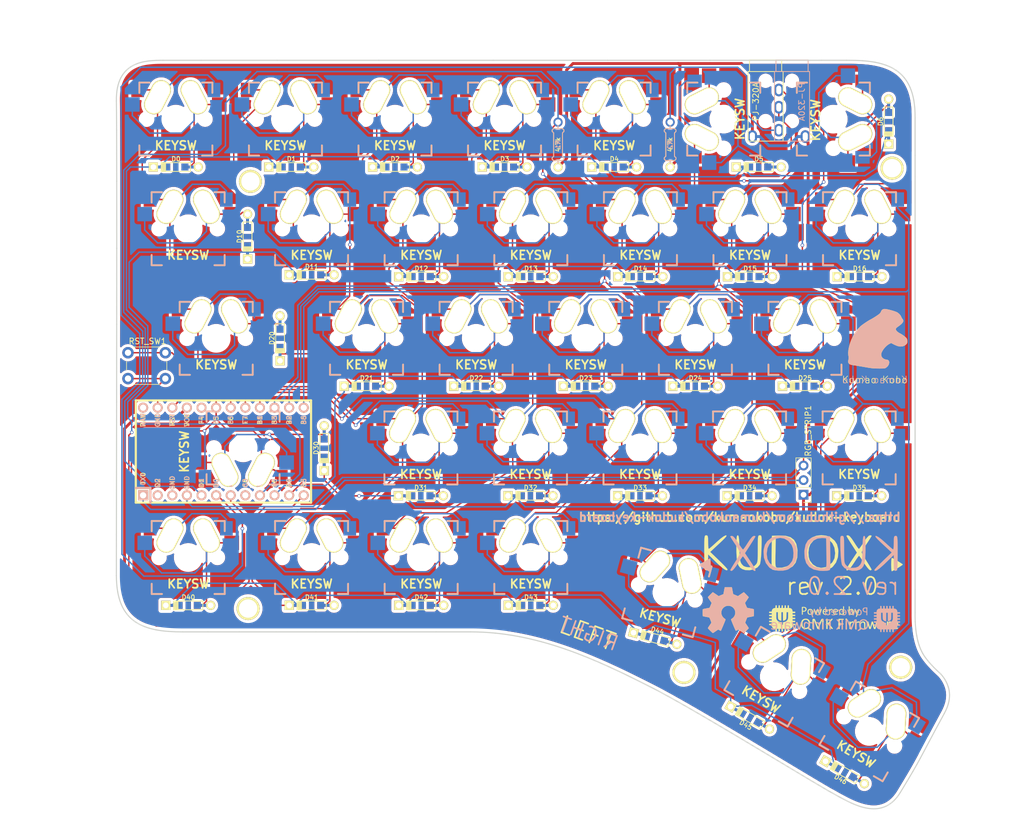
<source format=kicad_pcb>
(kicad_pcb (version 20171130) (host pcbnew "(6.0.0-rc1-dev-1469-g932b9a334)")
  (title_block (title "Kudox keyboard PCB") (date 2019-11-01) (rev 2.0) (comment 1 "designed by x1 and inken") (comment 2 https://github.com/kumaokobo/kudox-keyboard/tree/master/kudox/rev2))
  (layers (0 F.Cu signal) (31 B.Cu signal) (34 B.Paste user) (35 F.Paste user) (36 B.SilkS user) (37 F.SilkS user) (38 B.Mask user) (39 F.Mask user) (44 Edge.Cuts user))
  (net 0 "")
  (net 1 "Net-(D0-Pad2)")
  (net 2 row0)
  (net 3 "Net-(D1-Pad2)")
  (net 4 "Net-(D2-Pad2)")
  (net 5 "Net-(D3-Pad2)")
  (net 6 "Net-(D4-Pad2)")
  (net 7 "Net-(D5-Pad2)")
  (net 8 "Net-(D10-Pad2)")
  (net 9 row1)
  (net 10 "Net-(D11-Pad2)")
  (net 11 "Net-(D12-Pad2)")
  (net 12 "Net-(D13-Pad2)")
  (net 13 "Net-(D14-Pad2)")
  (net 14 "Net-(D15-Pad2)")
  (net 15 "Net-(D16-Pad2)")
  (net 16 "Net-(D20-Pad2)")
  (net 17 row2)
  (net 18 "Net-(D21-Pad2)")
  (net 19 "Net-(D22-Pad2)")
  (net 20 "Net-(D23-Pad2)")
  (net 21 "Net-(D24-Pad2)")
  (net 22 "Net-(D25-Pad2)")
  (net 23 "Net-(D30-Pad2)")
  (net 24 row3)
  (net 25 "Net-(D31-Pad2)")
  (net 26 "Net-(D32-Pad2)")
  (net 27 "Net-(D33-Pad2)")
  (net 28 "Net-(D34-Pad2)")
  (net 29 "Net-(D35-Pad2)")
  (net 30 "Net-(D40-Pad2)")
  (net 31 row4)
  (net 32 "Net-(D41-Pad2)")
  (net 33 "Net-(D42-Pad2)")
  (net 34 "Net-(D43-Pad2)")
  (net 35 "Net-(D44-Pad2)")
  (net 36 "Net-(D45-Pad2)")
  (net 37 "Net-(D46-Pad2)")
  (net 38 col0)
  (net 39 col1)
  (net 40 col2)
  (net 41 col3)
  (net 42 col4)
  (net 43 col5)
  (net 44 col6)
  (net 45 VCC)
  (net 46 SDA)
  (net 47 SCL)
  (net 48 rgb_data)
  (net 49 GND)
  (net 50 RST)
  (net 51 "Net-(U1-Pad2)")
  (net 52 "Net-(U1-Pad8)")
  (net 53 "Net-(U1-Pad20)")
  (net 54 "Net-(U1-Pad24)")
  (net 55 "Net-(D6-Pad2)")
  (module kudox_footprints:Mx_hotswappable (layer F.Cu) (at 92.58 117.47)
    (fp_text reference K40 hide)
    (fp_text value KEYSW (at 0 4.6) (layer F.SilkS) (effects (font (size 1.5 1.5) (thickness 0.3))))
    (pad 2 thru_hole oval (at 3.18 -3.81 26.8) (size 3.4 6.232) (drill oval 3 5.832) (layers *.Cu *.Mask F.SilkS) (net 30 "Net-(D40-Pad2)"))
    (pad 1 thru_hole oval (at -3.18 -3.81 333.2) (size 3.4 6.232) (drill oval 3 5.832) (layers *.Cu *.Mask F.SilkS) (net 38 col0))
    (pad 1 smd rect (at 6.64 -5.08) (size 2.2 2.5) (layers B.Cu B.Paste B.Mask) (net 38 col0))
    (pad "" np_thru_hole circle (at 0 0) (size 3.9878 3.9878) (drill 3.9878) (layers *.Cu *.Mask))
    (pad "" np_thru_hole circle (at 5.08 0) (size 1.7018 1.7018) (drill 1.7018) (layers *.Cu *.Mask))
    (pad "" np_thru_hole circle (at -5.08 0) (size 1.7018 1.7018) (drill 1.7018) (layers *.Cu *.Mask))
    (pad 2 smd rect (at -7.56 -2.54) (size 2.55 2.5) (layers B.Cu B.Paste B.Mask) (net 30 "Net-(D40-Pad2)"))
    (pad 1 smd rect (at -6.64 -5.08) (size 2.2 2.5) (layers F.Cu F.Paste F.Mask) (net 38 col0))
    (pad 2 smd rect (at 7.56 -2.54) (size 2.55 2.5) (layers F.Cu F.Paste F.Mask) (net 30 "Net-(D40-Pad2)"))
  )
  (module kudox_footprints:Mx_hotswappable (layer F.Cu) (at 190.28 60.29)
    (fp_text reference K15 hide)
    (fp_text value KEYSW (at 0 4.6) (layer F.SilkS) (effects (font (size 1.5 1.5) (thickness 0.3))))
    (pad 2 thru_hole oval (at 3.18 -3.81 26.8) (size 3.4 6.232) (drill oval 3 5.832) (layers *.Cu *.Mask F.SilkS) (net 14 "Net-(D15-Pad2)"))
    (pad 1 thru_hole oval (at -3.18 -3.81 333.2) (size 3.4 6.232) (drill oval 3 5.832) (layers *.Cu *.Mask F.SilkS) (net 43 col5))
    (pad 1 smd rect (at 6.64 -5.08) (size 2.2 2.5) (layers B.Cu B.Paste B.Mask) (net 43 col5))
    (pad "" np_thru_hole circle (at 0 0) (size 3.9878 3.9878) (drill 3.9878) (layers *.Cu *.Mask))
    (pad "" np_thru_hole circle (at 5.08 0) (size 1.7018 1.7018) (drill 1.7018) (layers *.Cu *.Mask))
    (pad "" np_thru_hole circle (at -5.08 0) (size 1.7018 1.7018) (drill 1.7018) (layers *.Cu *.Mask))
    (pad 2 smd rect (at -7.56 -2.54) (size 2.55 2.5) (layers B.Cu B.Paste B.Mask) (net 14 "Net-(D15-Pad2)"))
    (pad 1 smd rect (at -6.64 -5.08) (size 2.2 2.5) (layers F.Cu F.Paste F.Mask) (net 43 col5))
    (pad 2 smd rect (at 7.56 -2.54) (size 2.55 2.5) (layers F.Cu F.Paste F.Mask) (net 14 "Net-(D15-Pad2)"))
  )
  (module kudox_footprints:Mx_hotswappable (layer F.Cu) (at 166.66 41.23)
    (fp_text reference K4 hide)
    (fp_text value KEYSW (at 0 4.6) (layer F.SilkS) (effects (font (size 1.5 1.5) (thickness 0.3))))
    (pad 2 thru_hole oval (at 3.18 -3.81 26.8) (size 3.4 6.232) (drill oval 3 5.832) (layers *.Cu *.Mask F.SilkS) (net 6 "Net-(D4-Pad2)"))
    (pad 1 thru_hole oval (at -3.18 -3.81 333.2) (size 3.4 6.232) (drill oval 3 5.832) (layers *.Cu *.Mask F.SilkS) (net 42 col4))
    (pad 1 smd rect (at 6.64 -5.08) (size 2.2 2.5) (layers B.Cu B.Paste B.Mask) (net 42 col4))
    (pad "" np_thru_hole circle (at 0 0) (size 3.9878 3.9878) (drill 3.9878) (layers *.Cu *.Mask))
    (pad "" np_thru_hole circle (at 5.08 0) (size 1.7018 1.7018) (drill 1.7018) (layers *.Cu *.Mask))
    (pad "" np_thru_hole circle (at -5.08 0) (size 1.7018 1.7018) (drill 1.7018) (layers *.Cu *.Mask))
    (pad 2 smd rect (at -7.56 -2.54) (size 2.55 2.5) (layers B.Cu B.Paste B.Mask) (net 6 "Net-(D4-Pad2)"))
    (pad 1 smd rect (at -6.64 -5.08) (size 2.2 2.5) (layers F.Cu F.Paste F.Mask) (net 42 col4))
    (pad 2 smd rect (at 7.56 -2.54) (size 2.55 2.5) (layers F.Cu F.Paste F.Mask) (net 6 "Net-(D4-Pad2)"))
  )
  (module kudox_footprints:Mx_hotswappable (layer F.Cu) (at 90.42 41.23)
    (fp_text reference K0 hide)
    (fp_text value KEYSW (at 0 4.6) (layer F.SilkS) (effects (font (size 1.5 1.5) (thickness 0.3))))
    (pad 2 thru_hole oval (at 3.18 -3.81 26.8) (size 3.4 6.232) (drill oval 3 5.832) (layers *.Cu *.Mask F.SilkS) (net 1 "Net-(D0-Pad2)"))
    (pad 1 thru_hole oval (at -3.18 -3.81 333.2) (size 3.4 6.232) (drill oval 3 5.832) (layers *.Cu *.Mask F.SilkS) (net 38 col0))
    (pad 1 smd rect (at 6.64 -5.08) (size 2.2 2.5) (layers B.Cu B.Paste B.Mask) (net 38 col0))
    (pad "" np_thru_hole circle (at 0 0) (size 3.9878 3.9878) (drill 3.9878) (layers *.Cu *.Mask))
    (pad "" np_thru_hole circle (at 5.08 0) (size 1.7018 1.7018) (drill 1.7018) (layers *.Cu *.Mask))
    (pad "" np_thru_hole circle (at -5.08 0) (size 1.7018 1.7018) (drill 1.7018) (layers *.Cu *.Mask))
    (pad 2 smd rect (at -7.56 -2.54) (size 2.55 2.5) (layers B.Cu B.Paste B.Mask) (net 1 "Net-(D0-Pad2)"))
    (pad 1 smd rect (at -6.64 -5.08) (size 2.2 2.5) (layers F.Cu F.Paste F.Mask) (net 38 col0))
    (pad 2 smd rect (at 7.56 -2.54) (size 2.55 2.5) (layers F.Cu F.Paste F.Mask) (net 1 "Net-(D0-Pad2)"))
  )
  (module kudox_footprints:Mx_hotswappable (layer F.Cu) (at 102.13 98.41 180)
    (fp_text reference K30 hide)
    (fp_text value KEYSW (at 10.23 -0.65 90) (layer F.SilkS) (effects (font (size 1.5 1.5) (thickness 0.3))))
    (pad 2 thru_hole oval (at 3.18 -3.81 206.8) (size 3.4 6.232) (drill oval 3 5.832) (layers *.Cu *.Mask F.SilkS) (net 23 "Net-(D30-Pad2)"))
    (pad 1 thru_hole oval (at -3.18 -3.81 153.2) (size 3.4 6.232) (drill oval 3 5.832) (layers *.Cu *.Mask F.SilkS) (net 38 col0))
    (pad 1 smd rect (at 6.64 -5.08 180) (size 2.2 2.5) (layers B.Cu B.Paste B.Mask) (net 38 col0))
    (pad "" np_thru_hole circle (at 0 0 180) (size 3.9878 3.9878) (drill 3.9878) (layers *.Cu *.Mask))
    (pad "" np_thru_hole circle (at 5.08 0 180) (size 1.7018 1.7018) (drill 1.7018) (layers *.Cu *.Mask))
    (pad "" np_thru_hole circle (at -5.08 0 180) (size 1.7018 1.7018) (drill 1.7018) (layers *.Cu *.Mask))
    (pad 2 smd rect (at -7.56 -2.54 180) (size 2.55 2.5) (layers B.Cu B.Paste B.Mask) (net 23 "Net-(D30-Pad2)"))
    (pad 1 smd rect (at -6.64 -5.08 180) (size 2.2 2.5) (layers F.Cu F.Paste F.Mask) (net 38 col0))
    (pad 2 smd rect (at 7.56 -2.54 180) (size 2.55 2.5) (layers F.Cu F.Paste F.Mask) (net 23 "Net-(D30-Pad2)"))
  )
  (module kudox_footprints:Mx_hotswappable (layer F.Cu) (at 114.04 117.47)
    (fp_text reference K41 hide)
    (fp_text value KEYSW (at 0 4.6) (layer F.SilkS) (effects (font (size 1.5 1.5) (thickness 0.3))))
    (pad 2 thru_hole oval (at 3.18 -3.81 26.8) (size 3.4 6.232) (drill oval 3 5.832) (layers *.Cu *.Mask F.SilkS) (net 32 "Net-(D41-Pad2)"))
    (pad 1 thru_hole oval (at -3.18 -3.81 333.2) (size 3.4 6.232) (drill oval 3 5.832) (layers *.Cu *.Mask F.SilkS) (net 39 col1))
    (pad 1 smd rect (at 6.64 -5.08) (size 2.2 2.5) (layers B.Cu B.Paste B.Mask) (net 39 col1))
    (pad "" np_thru_hole circle (at 0 0) (size 3.9878 3.9878) (drill 3.9878) (layers *.Cu *.Mask))
    (pad "" np_thru_hole circle (at 5.08 0) (size 1.7018 1.7018) (drill 1.7018) (layers *.Cu *.Mask))
    (pad "" np_thru_hole circle (at -5.08 0) (size 1.7018 1.7018) (drill 1.7018) (layers *.Cu *.Mask))
    (pad 2 smd rect (at -7.56 -2.54) (size 2.55 2.5) (layers B.Cu B.Paste B.Mask) (net 32 "Net-(D41-Pad2)"))
    (pad 1 smd rect (at -6.64 -5.08) (size 2.2 2.5) (layers F.Cu F.Paste F.Mask) (net 39 col1))
    (pad 2 smd rect (at 7.56 -2.54) (size 2.55 2.5) (layers F.Cu F.Paste F.Mask) (net 32 "Net-(D41-Pad2)"))
  )
  (module kudox_footprints:Mx_hotswappable (layer F.Cu) (at 161.72 79.35)
    (fp_text reference K23 hide)
    (fp_text value KEYSW (at 0 4.6) (layer F.SilkS) (effects (font (size 1.5 1.5) (thickness 0.3))))
    (pad 2 thru_hole oval (at 3.18 -3.81 26.8) (size 3.4 6.232) (drill oval 3 5.832) (layers *.Cu *.Mask F.SilkS) (net 20 "Net-(D23-Pad2)"))
    (pad 1 thru_hole oval (at -3.18 -3.81 333.2) (size 3.4 6.232) (drill oval 3 5.832) (layers *.Cu *.Mask F.SilkS) (net 41 col3))
    (pad 1 smd rect (at 6.64 -5.08) (size 2.2 2.5) (layers B.Cu B.Paste B.Mask) (net 41 col3))
    (pad "" np_thru_hole circle (at 0 0) (size 3.9878 3.9878) (drill 3.9878) (layers *.Cu *.Mask))
    (pad "" np_thru_hole circle (at 5.08 0) (size 1.7018 1.7018) (drill 1.7018) (layers *.Cu *.Mask))
    (pad "" np_thru_hole circle (at -5.08 0) (size 1.7018 1.7018) (drill 1.7018) (layers *.Cu *.Mask))
    (pad 2 smd rect (at -7.56 -2.54) (size 2.55 2.5) (layers B.Cu B.Paste B.Mask) (net 20 "Net-(D23-Pad2)"))
    (pad 1 smd rect (at -6.64 -5.08) (size 2.2 2.5) (layers F.Cu F.Paste F.Mask) (net 41 col3))
    (pad 2 smd rect (at 7.56 -2.54) (size 2.55 2.5) (layers F.Cu F.Paste F.Mask) (net 20 "Net-(D23-Pad2)"))
  )
  (module kudox_footprints:Mx_hotswappable (layer F.Cu) (at 97.45 79.35)
    (fp_text reference K20 hide)
    (fp_text value KEYSW (at 0 4.6) (layer F.SilkS) (effects (font (size 1.5 1.5) (thickness 0.3))))
    (pad 2 thru_hole oval (at 3.18 -3.81 26.8) (size 3.4 6.232) (drill oval 3 5.832) (layers *.Cu *.Mask F.SilkS) (net 16 "Net-(D20-Pad2)"))
    (pad 1 thru_hole oval (at -3.18 -3.81 333.2) (size 3.4 6.232) (drill oval 3 5.832) (layers *.Cu *.Mask F.SilkS) (net 38 col0))
    (pad 1 smd rect (at 6.64 -5.08) (size 2.2 2.5) (layers B.Cu B.Paste B.Mask) (net 38 col0))
    (pad "" np_thru_hole circle (at 0 0) (size 3.9878 3.9878) (drill 3.9878) (layers *.Cu *.Mask))
    (pad "" np_thru_hole circle (at 5.08 0) (size 1.7018 1.7018) (drill 1.7018) (layers *.Cu *.Mask))
    (pad "" np_thru_hole circle (at -5.08 0) (size 1.7018 1.7018) (drill 1.7018) (layers *.Cu *.Mask))
    (pad 2 smd rect (at -7.56 -2.54) (size 2.55 2.5) (layers B.Cu B.Paste B.Mask) (net 16 "Net-(D20-Pad2)"))
    (pad 1 smd rect (at -6.64 -5.08) (size 2.2 2.5) (layers F.Cu F.Paste F.Mask) (net 38 col0))
    (pad 2 smd rect (at 7.56 -2.54) (size 2.55 2.5) (layers F.Cu F.Paste F.Mask) (net 16 "Net-(D20-Pad2)"))
  )
  (module kudox_footprints:Mx_hotswappable (layer F.Cu) (at 92.57 60.29)
    (fp_text reference K10 hide)
    (fp_text value KEYSW (at 0 4.6) (layer F.SilkS) (effects (font (size 1.5 1.5) (thickness 0.3))))
    (pad 2 thru_hole oval (at 3.18 -3.81 26.8) (size 3.4 6.232) (drill oval 3 5.832) (layers *.Cu *.Mask F.SilkS) (net 8 "Net-(D10-Pad2)"))
    (pad 1 thru_hole oval (at -3.18 -3.81 333.2) (size 3.4 6.232) (drill oval 3 5.832) (layers *.Cu *.Mask F.SilkS) (net 38 col0))
    (pad 1 smd rect (at 6.64 -5.08) (size 2.2 2.5) (layers B.Cu B.Paste B.Mask) (net 38 col0))
    (pad "" np_thru_hole circle (at 0 0) (size 3.9878 3.9878) (drill 3.9878) (layers *.Cu *.Mask))
    (pad "" np_thru_hole circle (at 5.08 0) (size 1.7018 1.7018) (drill 1.7018) (layers *.Cu *.Mask))
    (pad "" np_thru_hole circle (at -5.08 0) (size 1.7018 1.7018) (drill 1.7018) (layers *.Cu *.Mask))
    (pad 2 smd rect (at -7.56 -2.54) (size 2.55 2.5) (layers B.Cu B.Paste B.Mask) (net 8 "Net-(D10-Pad2)"))
    (pad 1 smd rect (at -6.64 -5.08) (size 2.2 2.5) (layers F.Cu F.Paste F.Mask) (net 38 col0))
    (pad 2 smd rect (at 7.56 -2.54) (size 2.55 2.5) (layers F.Cu F.Paste F.Mask) (net 8 "Net-(D10-Pad2)"))
  )
  (module kudox_footprints:Mx_hotswappable (layer F.Cu) (at 211.03 147.72 330)
    (fp_text reference K46 hide)
    (fp_text value KEYSW (at 0 4.6 330) (layer F.SilkS) (effects (font (size 1.5 1.5) (thickness 0.3))))
    (pad 2 thru_hole oval (at 3.18 -3.81 356.8) (size 3.4 6.232) (drill oval 3 5.832) (layers *.Cu *.Mask F.SilkS) (net 37 "Net-(D46-Pad2)"))
    (pad 1 thru_hole oval (at -3.18 -3.81 303.2) (size 3.4 6.232) (drill oval 3 5.832) (layers *.Cu *.Mask F.SilkS) (net 44 col6))
    (pad 1 smd rect (at 6.64 -5.08 330) (size 2.2 2.5) (layers B.Cu B.Paste B.Mask) (net 44 col6))
    (pad "" np_thru_hole circle (at 0 0 330) (size 3.9878 3.9878) (drill 3.9878) (layers *.Cu *.Mask))
    (pad "" np_thru_hole circle (at 5.08 0 330) (size 1.7018 1.7018) (drill 1.7018) (layers *.Cu *.Mask))
    (pad "" np_thru_hole circle (at -5.08 0 330) (size 1.7018 1.7018) (drill 1.7018) (layers *.Cu *.Mask))
    (pad 2 smd rect (at -7.56 -2.54 330) (size 2.55 2.5) (layers B.Cu B.Paste B.Mask) (net 37 "Net-(D46-Pad2)"))
    (pad 1 smd rect (at -6.64 -5.08 330) (size 2.2 2.5) (layers F.Cu F.Paste F.Mask) (net 44 col6))
    (pad 2 smd rect (at 7.56 -2.54 330) (size 2.55 2.5) (layers F.Cu F.Paste F.Mask) (net 37 "Net-(D46-Pad2)"))
  )
  (module kudox_footprints:Mx_hotswappable (layer F.Cu) (at 194.5 138.2 330)
    (fp_text reference K45 hide)
    (fp_text value KEYSW (at 0 4.6 330) (layer F.SilkS) (effects (font (size 1.5 1.5) (thickness 0.3))))
    (pad 2 thru_hole oval (at 3.18 -3.81 356.8) (size 3.4 6.232) (drill oval 3 5.832) (layers *.Cu *.Mask F.SilkS) (net 36 "Net-(D45-Pad2)"))
    (pad 1 thru_hole oval (at -3.18 -3.81 303.2) (size 3.4 6.232) (drill oval 3 5.832) (layers *.Cu *.Mask F.SilkS) (net 43 col5))
    (pad 1 smd rect (at 6.64 -5.08 330) (size 2.2 2.5) (layers B.Cu B.Paste B.Mask) (net 43 col5))
    (pad "" np_thru_hole circle (at 0 0 330) (size 3.9878 3.9878) (drill 3.9878) (layers *.Cu *.Mask))
    (pad "" np_thru_hole circle (at 5.08 0 330) (size 1.7018 1.7018) (drill 1.7018) (layers *.Cu *.Mask))
    (pad "" np_thru_hole circle (at -5.08 0 330) (size 1.7018 1.7018) (drill 1.7018) (layers *.Cu *.Mask))
    (pad 2 smd rect (at -7.56 -2.54 330) (size 2.55 2.5) (layers B.Cu B.Paste B.Mask) (net 36 "Net-(D45-Pad2)"))
    (pad 1 smd rect (at -6.64 -5.08 330) (size 2.2 2.5) (layers F.Cu F.Paste F.Mask) (net 43 col5))
    (pad 2 smd rect (at 7.56 -2.54 330) (size 2.55 2.5) (layers F.Cu F.Paste F.Mask) (net 36 "Net-(D45-Pad2)"))
  )
  (module kudox_footprints:Mx_hotswappable (layer F.Cu) (at 185.72 41.23 90)
    (fp_text reference K5 hide)
    (fp_text value KEYSW (at 0.02 2.83 90) (layer F.SilkS) (effects (font (size 1.5 1.5) (thickness 0.3))))
    (pad 2 thru_hole oval (at 3.18 -3.81 116.8) (size 3.4 6.232) (drill oval 3 5.832) (layers *.Cu *.Mask F.SilkS) (net 7 "Net-(D5-Pad2)"))
    (pad 1 thru_hole oval (at -3.18 -3.81 63.2) (size 3.4 6.232) (drill oval 3 5.832) (layers *.Cu *.Mask F.SilkS) (net 43 col5))
    (pad 1 smd rect (at 6.64 -5.08 90) (size 2.2 2.5) (layers B.Cu B.Paste B.Mask) (net 43 col5))
    (pad "" np_thru_hole circle (at 0 0 90) (size 3.9878 3.9878) (drill 3.9878) (layers *.Cu *.Mask))
    (pad "" np_thru_hole circle (at 5.08 0 90) (size 1.7018 1.7018) (drill 1.7018) (layers *.Cu *.Mask))
    (pad "" np_thru_hole circle (at -5.08 0 90) (size 1.7018 1.7018) (drill 1.7018) (layers *.Cu *.Mask))
    (pad 2 smd rect (at -7.56 -2.54 90) (size 2.55 2.5) (layers B.Cu B.Paste B.Mask) (net 7 "Net-(D5-Pad2)"))
    (pad 1 smd rect (at -6.64 -5.08 90) (size 2.2 2.5) (layers F.Cu F.Paste F.Mask) (net 43 col5))
    (pad 2 smd rect (at 7.56 -2.54 90) (size 2.55 2.5) (layers F.Cu F.Paste F.Mask) (net 7 "Net-(D5-Pad2)"))
  )
  (module kudox_footprints:Mx_hotswappable (layer F.Cu) (at 209.34 60.29)
    (fp_text reference K16 hide)
    (fp_text value KEYSW (at 0 4.6) (layer F.SilkS) (effects (font (size 1.5 1.5) (thickness 0.3))))
    (pad 2 thru_hole oval (at 3.18 -3.81 26.8) (size 3.4 6.232) (drill oval 3 5.832) (layers *.Cu *.Mask F.SilkS) (net 15 "Net-(D16-Pad2)"))
    (pad 1 thru_hole oval (at -3.18 -3.81 333.2) (size 3.4 6.232) (drill oval 3 5.832) (layers *.Cu *.Mask F.SilkS) (net 44 col6))
    (pad 1 smd rect (at 6.64 -5.08) (size 2.2 2.5) (layers B.Cu B.Paste B.Mask) (net 44 col6))
    (pad "" np_thru_hole circle (at 0 0) (size 3.9878 3.9878) (drill 3.9878) (layers *.Cu *.Mask))
    (pad "" np_thru_hole circle (at 5.08 0) (size 1.7018 1.7018) (drill 1.7018) (layers *.Cu *.Mask))
    (pad "" np_thru_hole circle (at -5.08 0) (size 1.7018 1.7018) (drill 1.7018) (layers *.Cu *.Mask))
    (pad 2 smd rect (at -7.56 -2.54) (size 2.55 2.5) (layers B.Cu B.Paste B.Mask) (net 15 "Net-(D16-Pad2)"))
    (pad 1 smd rect (at -6.64 -5.08) (size 2.2 2.5) (layers F.Cu F.Paste F.Mask) (net 44 col6))
    (pad 2 smd rect (at 7.56 -2.54) (size 2.55 2.5) (layers F.Cu F.Paste F.Mask) (net 15 "Net-(D16-Pad2)"))
  )
  (module kudox_footprints:Mx_hotswappable (layer F.Cu) (at 175.83 123.55 345)
    (fp_text reference K44 hide)
    (fp_text value KEYSW (at 0 4.6 345) (layer F.SilkS) (effects (font (size 1.5 1.5) (thickness 0.3))))
    (pad 2 thru_hole oval (at 3.18 -3.81 11.8) (size 3.4 6.232) (drill oval 3 5.832) (layers *.Cu *.Mask F.SilkS) (net 35 "Net-(D44-Pad2)"))
    (pad 1 thru_hole oval (at -3.18 -3.81 318.2) (size 3.4 6.232) (drill oval 3 5.832) (layers *.Cu *.Mask F.SilkS) (net 42 col4))
    (pad 1 smd rect (at 6.64 -5.08 345) (size 2.2 2.5) (layers B.Cu B.Paste B.Mask) (net 42 col4))
    (pad "" np_thru_hole circle (at 0 0 345) (size 3.9878 3.9878) (drill 3.9878) (layers *.Cu *.Mask))
    (pad "" np_thru_hole circle (at 5.08 0 345) (size 1.7018 1.7018) (drill 1.7018) (layers *.Cu *.Mask))
    (pad "" np_thru_hole circle (at -5.08 0 345) (size 1.7018 1.7018) (drill 1.7018) (layers *.Cu *.Mask))
    (pad 2 smd rect (at -7.56 -2.54 345) (size 2.55 2.5) (layers B.Cu B.Paste B.Mask) (net 35 "Net-(D44-Pad2)"))
    (pad 1 smd rect (at -6.64 -5.08 345) (size 2.2 2.5) (layers F.Cu F.Paste F.Mask) (net 42 col4))
    (pad 2 smd rect (at 7.56 -2.54 345) (size 2.55 2.5) (layers F.Cu F.Paste F.Mask) (net 35 "Net-(D44-Pad2)"))
  )
  (module kudox_footprints:Mx_hotswappable (layer F.Cu) (at 152.16 117.47)
    (fp_text reference K43 hide)
    (fp_text value KEYSW (at 0 4.6) (layer F.SilkS) (effects (font (size 1.5 1.5) (thickness 0.3))))
    (pad 2 thru_hole oval (at 3.18 -3.81 26.8) (size 3.4 6.232) (drill oval 3 5.832) (layers *.Cu *.Mask F.SilkS) (net 34 "Net-(D43-Pad2)"))
    (pad 1 thru_hole oval (at -3.18 -3.81 333.2) (size 3.4 6.232) (drill oval 3 5.832) (layers *.Cu *.Mask F.SilkS) (net 41 col3))
    (pad 1 smd rect (at 6.64 -5.08) (size 2.2 2.5) (layers B.Cu B.Paste B.Mask) (net 41 col3))
    (pad "" np_thru_hole circle (at 0 0) (size 3.9878 3.9878) (drill 3.9878) (layers *.Cu *.Mask))
    (pad "" np_thru_hole circle (at 5.08 0) (size 1.7018 1.7018) (drill 1.7018) (layers *.Cu *.Mask))
    (pad "" np_thru_hole circle (at -5.08 0) (size 1.7018 1.7018) (drill 1.7018) (layers *.Cu *.Mask))
    (pad 2 smd rect (at -7.56 -2.54) (size 2.55 2.5) (layers B.Cu B.Paste B.Mask) (net 34 "Net-(D43-Pad2)"))
    (pad 1 smd rect (at -6.64 -5.08) (size 2.2 2.5) (layers F.Cu F.Paste F.Mask) (net 41 col3))
    (pad 2 smd rect (at 7.56 -2.54) (size 2.55 2.5) (layers F.Cu F.Paste F.Mask) (net 34 "Net-(D43-Pad2)"))
  )
  (module kudox_footprints:Mx_hotswappable (layer F.Cu) (at 133.1 117.47)
    (fp_text reference K42 hide)
    (fp_text value KEYSW (at 0 4.6) (layer F.SilkS) (effects (font (size 1.5 1.5) (thickness 0.3))))
    (pad 2 thru_hole oval (at 3.18 -3.81 26.8) (size 3.4 6.232) (drill oval 3 5.832) (layers *.Cu *.Mask F.SilkS) (net 33 "Net-(D42-Pad2)"))
    (pad 1 thru_hole oval (at -3.18 -3.81 333.2) (size 3.4 6.232) (drill oval 3 5.832) (layers *.Cu *.Mask F.SilkS) (net 40 col2))
    (pad 1 smd rect (at 6.64 -5.08) (size 2.2 2.5) (layers B.Cu B.Paste B.Mask) (net 40 col2))
    (pad "" np_thru_hole circle (at 0 0) (size 3.9878 3.9878) (drill 3.9878) (layers *.Cu *.Mask))
    (pad "" np_thru_hole circle (at 5.08 0) (size 1.7018 1.7018) (drill 1.7018) (layers *.Cu *.Mask))
    (pad "" np_thru_hole circle (at -5.08 0) (size 1.7018 1.7018) (drill 1.7018) (layers *.Cu *.Mask))
    (pad 2 smd rect (at -7.56 -2.54) (size 2.55 2.5) (layers B.Cu B.Paste B.Mask) (net 33 "Net-(D42-Pad2)"))
    (pad 1 smd rect (at -6.64 -5.08) (size 2.2 2.5) (layers F.Cu F.Paste F.Mask) (net 40 col2))
    (pad 2 smd rect (at 7.56 -2.54) (size 2.55 2.5) (layers F.Cu F.Paste F.Mask) (net 33 "Net-(D42-Pad2)"))
  )
  (module kudox_footprints:Mx_hotswappable (layer F.Cu) (at 209.28 98.4)
    (fp_text reference K35 hide)
    (fp_text value KEYSW (at 0 4.6) (layer F.SilkS) (effects (font (size 1.5 1.5) (thickness 0.3))))
    (pad 2 thru_hole oval (at 3.18 -3.81 26.8) (size 3.4 6.232) (drill oval 3 5.832) (layers *.Cu *.Mask F.SilkS) (net 29 "Net-(D35-Pad2)"))
    (pad 1 thru_hole oval (at -3.18 -3.81 333.2) (size 3.4 6.232) (drill oval 3 5.832) (layers *.Cu *.Mask F.SilkS) (net 43 col5))
    (pad 1 smd rect (at 6.64 -5.08) (size 2.2 2.5) (layers B.Cu B.Paste B.Mask) (net 43 col5))
    (pad "" np_thru_hole circle (at 0 0) (size 3.9878 3.9878) (drill 3.9878) (layers *.Cu *.Mask))
    (pad "" np_thru_hole circle (at 5.08 0) (size 1.7018 1.7018) (drill 1.7018) (layers *.Cu *.Mask))
    (pad "" np_thru_hole circle (at -5.08 0) (size 1.7018 1.7018) (drill 1.7018) (layers *.Cu *.Mask))
    (pad 2 smd rect (at -7.56 -2.54) (size 2.55 2.5) (layers B.Cu B.Paste B.Mask) (net 29 "Net-(D35-Pad2)"))
    (pad 1 smd rect (at -6.64 -5.08) (size 2.2 2.5) (layers F.Cu F.Paste F.Mask) (net 43 col5))
    (pad 2 smd rect (at 7.56 -2.54) (size 2.55 2.5) (layers F.Cu F.Paste F.Mask) (net 29 "Net-(D35-Pad2)"))
  )
  (module kudox_footprints:Mx_hotswappable (layer F.Cu) (at 190.22 98.41)
    (fp_text reference K34 hide)
    (fp_text value KEYSW (at 0 4.6) (layer F.SilkS) (effects (font (size 1.5 1.5) (thickness 0.3))))
    (pad 2 thru_hole oval (at 3.18 -3.81 26.8) (size 3.4 6.232) (drill oval 3 5.832) (layers *.Cu *.Mask F.SilkS) (net 28 "Net-(D34-Pad2)"))
    (pad 1 thru_hole oval (at -3.18 -3.81 333.2) (size 3.4 6.232) (drill oval 3 5.832) (layers *.Cu *.Mask F.SilkS) (net 42 col4))
    (pad 1 smd rect (at 6.64 -5.08) (size 2.2 2.5) (layers B.Cu B.Paste B.Mask) (net 42 col4))
    (pad "" np_thru_hole circle (at 0 0) (size 3.9878 3.9878) (drill 3.9878) (layers *.Cu *.Mask))
    (pad "" np_thru_hole circle (at 5.08 0) (size 1.7018 1.7018) (drill 1.7018) (layers *.Cu *.Mask))
    (pad "" np_thru_hole circle (at -5.08 0) (size 1.7018 1.7018) (drill 1.7018) (layers *.Cu *.Mask))
    (pad 2 smd rect (at -7.56 -2.54) (size 2.55 2.5) (layers B.Cu B.Paste B.Mask) (net 28 "Net-(D34-Pad2)"))
    (pad 1 smd rect (at -6.64 -5.08) (size 2.2 2.5) (layers F.Cu F.Paste F.Mask) (net 42 col4))
    (pad 2 smd rect (at 7.56 -2.54) (size 2.55 2.5) (layers F.Cu F.Paste F.Mask) (net 28 "Net-(D34-Pad2)"))
  )
  (module kudox_footprints:Mx_hotswappable (layer F.Cu) (at 171.16 98.41)
    (fp_text reference K33 hide)
    (fp_text value KEYSW (at 0 4.6) (layer F.SilkS) (effects (font (size 1.5 1.5) (thickness 0.3))))
    (pad 2 thru_hole oval (at 3.18 -3.81 26.8) (size 3.4 6.232) (drill oval 3 5.832) (layers *.Cu *.Mask F.SilkS) (net 27 "Net-(D33-Pad2)"))
    (pad 1 thru_hole oval (at -3.18 -3.81 333.2) (size 3.4 6.232) (drill oval 3 5.832) (layers *.Cu *.Mask F.SilkS) (net 41 col3))
    (pad 1 smd rect (at 6.64 -5.08) (size 2.2 2.5) (layers B.Cu B.Paste B.Mask) (net 41 col3))
    (pad "" np_thru_hole circle (at 0 0) (size 3.9878 3.9878) (drill 3.9878) (layers *.Cu *.Mask))
    (pad "" np_thru_hole circle (at 5.08 0) (size 1.7018 1.7018) (drill 1.7018) (layers *.Cu *.Mask))
    (pad "" np_thru_hole circle (at -5.08 0) (size 1.7018 1.7018) (drill 1.7018) (layers *.Cu *.Mask))
    (pad 2 smd rect (at -7.56 -2.54) (size 2.55 2.5) (layers B.Cu B.Paste B.Mask) (net 27 "Net-(D33-Pad2)"))
    (pad 1 smd rect (at -6.64 -5.08) (size 2.2 2.5) (layers F.Cu F.Paste F.Mask) (net 41 col3))
    (pad 2 smd rect (at 7.56 -2.54) (size 2.55 2.5) (layers F.Cu F.Paste F.Mask) (net 27 "Net-(D33-Pad2)"))
  )
  (module kudox_footprints:Mx_hotswappable (layer F.Cu) (at 152.1 98.41)
    (fp_text reference K32 hide)
    (fp_text value KEYSW (at 0 4.6) (layer F.SilkS) (effects (font (size 1.5 1.5) (thickness 0.3))))
    (pad 2 thru_hole oval (at 3.18 -3.81 26.8) (size 3.4 6.232) (drill oval 3 5.832) (layers *.Cu *.Mask F.SilkS) (net 26 "Net-(D32-Pad2)"))
    (pad 1 thru_hole oval (at -3.18 -3.81 333.2) (size 3.4 6.232) (drill oval 3 5.832) (layers *.Cu *.Mask F.SilkS) (net 40 col2))
    (pad 1 smd rect (at 6.64 -5.08) (size 2.2 2.5) (layers B.Cu B.Paste B.Mask) (net 40 col2))
    (pad "" np_thru_hole circle (at 0 0) (size 3.9878 3.9878) (drill 3.9878) (layers *.Cu *.Mask))
    (pad "" np_thru_hole circle (at 5.08 0) (size 1.7018 1.7018) (drill 1.7018) (layers *.Cu *.Mask))
    (pad "" np_thru_hole circle (at -5.08 0) (size 1.7018 1.7018) (drill 1.7018) (layers *.Cu *.Mask))
    (pad 2 smd rect (at -7.56 -2.54) (size 2.55 2.5) (layers B.Cu B.Paste B.Mask) (net 26 "Net-(D32-Pad2)"))
    (pad 1 smd rect (at -6.64 -5.08) (size 2.2 2.5) (layers F.Cu F.Paste F.Mask) (net 40 col2))
    (pad 2 smd rect (at 7.56 -2.54) (size 2.55 2.5) (layers F.Cu F.Paste F.Mask) (net 26 "Net-(D32-Pad2)"))
  )
  (module kudox_footprints:Mx_hotswappable (layer F.Cu) (at 133.04 98.41)
    (fp_text reference K31 hide)
    (fp_text value KEYSW (at 0 4.6) (layer F.SilkS) (effects (font (size 1.5 1.5) (thickness 0.3))))
    (pad 2 thru_hole oval (at 3.18 -3.81 26.8) (size 3.4 6.232) (drill oval 3 5.832) (layers *.Cu *.Mask F.SilkS) (net 25 "Net-(D31-Pad2)"))
    (pad 1 thru_hole oval (at -3.18 -3.81 333.2) (size 3.4 6.232) (drill oval 3 5.832) (layers *.Cu *.Mask F.SilkS) (net 39 col1))
    (pad 1 smd rect (at 6.64 -5.08) (size 2.2 2.5) (layers B.Cu B.Paste B.Mask) (net 39 col1))
    (pad "" np_thru_hole circle (at 0 0) (size 3.9878 3.9878) (drill 3.9878) (layers *.Cu *.Mask))
    (pad "" np_thru_hole circle (at 5.08 0) (size 1.7018 1.7018) (drill 1.7018) (layers *.Cu *.Mask))
    (pad "" np_thru_hole circle (at -5.08 0) (size 1.7018 1.7018) (drill 1.7018) (layers *.Cu *.Mask))
    (pad 2 smd rect (at -7.56 -2.54) (size 2.55 2.5) (layers B.Cu B.Paste B.Mask) (net 25 "Net-(D31-Pad2)"))
    (pad 1 smd rect (at -6.64 -5.08) (size 2.2 2.5) (layers F.Cu F.Paste F.Mask) (net 39 col1))
    (pad 2 smd rect (at 7.56 -2.54) (size 2.55 2.5) (layers F.Cu F.Paste F.Mask) (net 25 "Net-(D31-Pad2)"))
  )
  (module kudox_footprints:Mx_hotswappable (layer F.Cu) (at 199.84 79.35)
    (fp_text reference K25 hide)
    (fp_text value KEYSW (at 0 4.6) (layer F.SilkS) (effects (font (size 1.5 1.5) (thickness 0.3))))
    (pad 2 thru_hole oval (at 3.18 -3.81 26.8) (size 3.4 6.232) (drill oval 3 5.832) (layers *.Cu *.Mask F.SilkS) (net 22 "Net-(D25-Pad2)"))
    (pad 1 thru_hole oval (at -3.18 -3.81 333.2) (size 3.4 6.232) (drill oval 3 5.832) (layers *.Cu *.Mask F.SilkS) (net 43 col5))
    (pad 1 smd rect (at 6.64 -5.08) (size 2.2 2.5) (layers B.Cu B.Paste B.Mask) (net 43 col5))
    (pad "" np_thru_hole circle (at 0 0) (size 3.9878 3.9878) (drill 3.9878) (layers *.Cu *.Mask))
    (pad "" np_thru_hole circle (at 5.08 0) (size 1.7018 1.7018) (drill 1.7018) (layers *.Cu *.Mask))
    (pad "" np_thru_hole circle (at -5.08 0) (size 1.7018 1.7018) (drill 1.7018) (layers *.Cu *.Mask))
    (pad 2 smd rect (at -7.56 -2.54) (size 2.55 2.5) (layers B.Cu B.Paste B.Mask) (net 22 "Net-(D25-Pad2)"))
    (pad 1 smd rect (at -6.64 -5.08) (size 2.2 2.5) (layers F.Cu F.Paste F.Mask) (net 43 col5))
    (pad 2 smd rect (at 7.56 -2.54) (size 2.55 2.5) (layers F.Cu F.Paste F.Mask) (net 22 "Net-(D25-Pad2)"))
  )
  (module kudox_footprints:Mx_hotswappable (layer F.Cu) (at 180.78 79.35)
    (fp_text reference K24 hide)
    (fp_text value KEYSW (at 0 4.6) (layer F.SilkS) (effects (font (size 1.5 1.5) (thickness 0.3))))
    (pad 2 thru_hole oval (at 3.18 -3.81 26.8) (size 3.4 6.232) (drill oval 3 5.832) (layers *.Cu *.Mask F.SilkS) (net 21 "Net-(D24-Pad2)"))
    (pad 1 thru_hole oval (at -3.18 -3.81 333.2) (size 3.4 6.232) (drill oval 3 5.832) (layers *.Cu *.Mask F.SilkS) (net 42 col4))
    (pad 1 smd rect (at 6.64 -5.08) (size 2.2 2.5) (layers B.Cu B.Paste B.Mask) (net 42 col4))
    (pad "" np_thru_hole circle (at 0 0) (size 3.9878 3.9878) (drill 3.9878) (layers *.Cu *.Mask))
    (pad "" np_thru_hole circle (at 5.08 0) (size 1.7018 1.7018) (drill 1.7018) (layers *.Cu *.Mask))
    (pad "" np_thru_hole circle (at -5.08 0) (size 1.7018 1.7018) (drill 1.7018) (layers *.Cu *.Mask))
    (pad 2 smd rect (at -7.56 -2.54) (size 2.55 2.5) (layers B.Cu B.Paste B.Mask) (net 21 "Net-(D24-Pad2)"))
    (pad 1 smd rect (at -6.64 -5.08) (size 2.2 2.5) (layers F.Cu F.Paste F.Mask) (net 42 col4))
    (pad 2 smd rect (at 7.56 -2.54) (size 2.55 2.5) (layers F.Cu F.Paste F.Mask) (net 21 "Net-(D24-Pad2)"))
  )
  (module kudox_footprints:Mx_hotswappable (layer F.Cu) (at 142.66 79.35)
    (fp_text reference K22 hide)
    (fp_text value KEYSW (at 0 4.6) (layer F.SilkS) (effects (font (size 1.5 1.5) (thickness 0.3))))
    (pad 2 thru_hole oval (at 3.18 -3.81 26.8) (size 3.4 6.232) (drill oval 3 5.832) (layers *.Cu *.Mask F.SilkS) (net 19 "Net-(D22-Pad2)"))
    (pad 1 thru_hole oval (at -3.18 -3.81 333.2) (size 3.4 6.232) (drill oval 3 5.832) (layers *.Cu *.Mask F.SilkS) (net 40 col2))
    (pad 1 smd rect (at 6.64 -5.08) (size 2.2 2.5) (layers B.Cu B.Paste B.Mask) (net 40 col2))
    (pad "" np_thru_hole circle (at 0 0) (size 3.9878 3.9878) (drill 3.9878) (layers *.Cu *.Mask))
    (pad "" np_thru_hole circle (at 5.08 0) (size 1.7018 1.7018) (drill 1.7018) (layers *.Cu *.Mask))
    (pad "" np_thru_hole circle (at -5.08 0) (size 1.7018 1.7018) (drill 1.7018) (layers *.Cu *.Mask))
    (pad 2 smd rect (at -7.56 -2.54) (size 2.55 2.5) (layers B.Cu B.Paste B.Mask) (net 19 "Net-(D22-Pad2)"))
    (pad 1 smd rect (at -6.64 -5.08) (size 2.2 2.5) (layers F.Cu F.Paste F.Mask) (net 40 col2))
    (pad 2 smd rect (at 7.56 -2.54) (size 2.55 2.5) (layers F.Cu F.Paste F.Mask) (net 19 "Net-(D22-Pad2)"))
  )
  (module kudox_footprints:Mx_hotswappable (layer F.Cu) (at 123.6 79.35)
    (fp_text reference K21 hide)
    (fp_text value KEYSW (at 0 4.6) (layer F.SilkS) (effects (font (size 1.5 1.5) (thickness 0.3))))
    (pad 2 thru_hole oval (at 3.18 -3.81 26.8) (size 3.4 6.232) (drill oval 3 5.832) (layers *.Cu *.Mask F.SilkS) (net 18 "Net-(D21-Pad2)"))
    (pad 1 thru_hole oval (at -3.18 -3.81 333.2) (size 3.4 6.232) (drill oval 3 5.832) (layers *.Cu *.Mask F.SilkS) (net 39 col1))
    (pad 1 smd rect (at 6.64 -5.08) (size 2.2 2.5) (layers B.Cu B.Paste B.Mask) (net 39 col1))
    (pad "" np_thru_hole circle (at 0 0) (size 3.9878 3.9878) (drill 3.9878) (layers *.Cu *.Mask))
    (pad "" np_thru_hole circle (at 5.08 0) (size 1.7018 1.7018) (drill 1.7018) (layers *.Cu *.Mask))
    (pad "" np_thru_hole circle (at -5.08 0) (size 1.7018 1.7018) (drill 1.7018) (layers *.Cu *.Mask))
    (pad 2 smd rect (at -7.56 -2.54) (size 2.55 2.5) (layers B.Cu B.Paste B.Mask) (net 18 "Net-(D21-Pad2)"))
    (pad 1 smd rect (at -6.64 -5.08) (size 2.2 2.5) (layers F.Cu F.Paste F.Mask) (net 39 col1))
    (pad 2 smd rect (at 7.56 -2.54) (size 2.55 2.5) (layers F.Cu F.Paste F.Mask) (net 18 "Net-(D21-Pad2)"))
  )
  (module kudox_footprints:Mx_hotswappable (layer F.Cu) (at 171.22 60.29)
    (fp_text reference K14 hide)
    (fp_text value KEYSW (at 0 4.6) (layer F.SilkS) (effects (font (size 1.5 1.5) (thickness 0.3))))
    (pad 2 thru_hole oval (at 3.18 -3.81 26.8) (size 3.4 6.232) (drill oval 3 5.832) (layers *.Cu *.Mask F.SilkS) (net 13 "Net-(D14-Pad2)"))
    (pad 1 thru_hole oval (at -3.18 -3.81 333.2) (size 3.4 6.232) (drill oval 3 5.832) (layers *.Cu *.Mask F.SilkS) (net 42 col4))
    (pad 1 smd rect (at 6.64 -5.08) (size 2.2 2.5) (layers B.Cu B.Paste B.Mask) (net 42 col4))
    (pad "" np_thru_hole circle (at 0 0) (size 3.9878 3.9878) (drill 3.9878) (layers *.Cu *.Mask))
    (pad "" np_thru_hole circle (at 5.08 0) (size 1.7018 1.7018) (drill 1.7018) (layers *.Cu *.Mask))
    (pad "" np_thru_hole circle (at -5.08 0) (size 1.7018 1.7018) (drill 1.7018) (layers *.Cu *.Mask))
    (pad 2 smd rect (at -7.56 -2.54) (size 2.55 2.5) (layers B.Cu B.Paste B.Mask) (net 13 "Net-(D14-Pad2)"))
    (pad 1 smd rect (at -6.64 -5.08) (size 2.2 2.5) (layers F.Cu F.Paste F.Mask) (net 42 col4))
    (pad 2 smd rect (at 7.56 -2.54) (size 2.55 2.5) (layers F.Cu F.Paste F.Mask) (net 13 "Net-(D14-Pad2)"))
  )
  (module kudox_footprints:Mx_hotswappable (layer F.Cu) (at 152.16 60.29)
    (fp_text reference K13 hide)
    (fp_text value KEYSW (at 0 4.6) (layer F.SilkS) (effects (font (size 1.5 1.5) (thickness 0.3))))
    (pad 2 thru_hole oval (at 3.18 -3.81 26.8) (size 3.4 6.232) (drill oval 3 5.832) (layers *.Cu *.Mask F.SilkS) (net 12 "Net-(D13-Pad2)"))
    (pad 1 thru_hole oval (at -3.18 -3.81 333.2) (size 3.4 6.232) (drill oval 3 5.832) (layers *.Cu *.Mask F.SilkS) (net 41 col3))
    (pad 1 smd rect (at 6.64 -5.08) (size 2.2 2.5) (layers B.Cu B.Paste B.Mask) (net 41 col3))
    (pad "" np_thru_hole circle (at 0 0) (size 3.9878 3.9878) (drill 3.9878) (layers *.Cu *.Mask))
    (pad "" np_thru_hole circle (at 5.08 0) (size 1.7018 1.7018) (drill 1.7018) (layers *.Cu *.Mask))
    (pad "" np_thru_hole circle (at -5.08 0) (size 1.7018 1.7018) (drill 1.7018) (layers *.Cu *.Mask))
    (pad 2 smd rect (at -7.56 -2.54) (size 2.55 2.5) (layers B.Cu B.Paste B.Mask) (net 12 "Net-(D13-Pad2)"))
    (pad 1 smd rect (at -6.64 -5.08) (size 2.2 2.5) (layers F.Cu F.Paste F.Mask) (net 41 col3))
    (pad 2 smd rect (at 7.56 -2.54) (size 2.55 2.5) (layers F.Cu F.Paste F.Mask) (net 12 "Net-(D13-Pad2)"))
  )
  (module kudox_footprints:Mx_hotswappable (layer F.Cu) (at 133.1 60.29)
    (fp_text reference K12 hide)
    (fp_text value KEYSW (at 0 4.6) (layer F.SilkS) (effects (font (size 1.5 1.5) (thickness 0.3))))
    (pad 2 thru_hole oval (at 3.18 -3.81 26.8) (size 3.4 6.232) (drill oval 3 5.832) (layers *.Cu *.Mask F.SilkS) (net 11 "Net-(D12-Pad2)"))
    (pad 1 thru_hole oval (at -3.18 -3.81 333.2) (size 3.4 6.232) (drill oval 3 5.832) (layers *.Cu *.Mask F.SilkS) (net 40 col2))
    (pad 1 smd rect (at 6.64 -5.08) (size 2.2 2.5) (layers B.Cu B.Paste B.Mask) (net 40 col2))
    (pad "" np_thru_hole circle (at 0 0) (size 3.9878 3.9878) (drill 3.9878) (layers *.Cu *.Mask))
    (pad "" np_thru_hole circle (at 5.08 0) (size 1.7018 1.7018) (drill 1.7018) (layers *.Cu *.Mask))
    (pad "" np_thru_hole circle (at -5.08 0) (size 1.7018 1.7018) (drill 1.7018) (layers *.Cu *.Mask))
    (pad 2 smd rect (at -7.56 -2.54) (size 2.55 2.5) (layers B.Cu B.Paste B.Mask) (net 11 "Net-(D12-Pad2)"))
    (pad 1 smd rect (at -6.64 -5.08) (size 2.2 2.5) (layers F.Cu F.Paste F.Mask) (net 40 col2))
    (pad 2 smd rect (at 7.56 -2.54) (size 2.55 2.5) (layers F.Cu F.Paste F.Mask) (net 11 "Net-(D12-Pad2)"))
  )
  (module kudox_footprints:Mx_hotswappable (layer F.Cu) (at 114.04 60.29)
    (fp_text reference K11 hide)
    (fp_text value KEYSW (at 0 4.6) (layer F.SilkS) (effects (font (size 1.5 1.5) (thickness 0.3))))
    (pad 2 thru_hole oval (at 3.18 -3.81 26.8) (size 3.4 6.232) (drill oval 3 5.832) (layers *.Cu *.Mask F.SilkS) (net 10 "Net-(D11-Pad2)"))
    (pad 1 thru_hole oval (at -3.18 -3.81 333.2) (size 3.4 6.232) (drill oval 3 5.832) (layers *.Cu *.Mask F.SilkS) (net 39 col1))
    (pad 1 smd rect (at 6.64 -5.08) (size 2.2 2.5) (layers B.Cu B.Paste B.Mask) (net 39 col1))
    (pad "" np_thru_hole circle (at 0 0) (size 3.9878 3.9878) (drill 3.9878) (layers *.Cu *.Mask))
    (pad "" np_thru_hole circle (at 5.08 0) (size 1.7018 1.7018) (drill 1.7018) (layers *.Cu *.Mask))
    (pad "" np_thru_hole circle (at -5.08 0) (size 1.7018 1.7018) (drill 1.7018) (layers *.Cu *.Mask))
    (pad 2 smd rect (at -7.56 -2.54) (size 2.55 2.5) (layers B.Cu B.Paste B.Mask) (net 10 "Net-(D11-Pad2)"))
    (pad 1 smd rect (at -6.64 -5.08) (size 2.2 2.5) (layers F.Cu F.Paste F.Mask) (net 39 col1))
    (pad 2 smd rect (at 7.56 -2.54) (size 2.55 2.5) (layers F.Cu F.Paste F.Mask) (net 10 "Net-(D11-Pad2)"))
  )
  (module kudox_footprints:Mx_hotswappable (layer F.Cu) (at 204.78 41.23 270)
    (fp_text reference K6 hide)
    (fp_text value KEYSW (at 0.18 3.08 270) (layer F.SilkS) (effects (font (size 1.5 1.5) (thickness 0.3))))
    (pad 2 thru_hole oval (at 3.18 -3.81 296.8) (size 3.4 6.232) (drill oval 3 5.832) (layers *.Cu *.Mask F.SilkS) (net 55 "Net-(D6-Pad2)"))
    (pad 1 thru_hole oval (at -3.18 -3.81 243.2) (size 3.4 6.232) (drill oval 3 5.832) (layers *.Cu *.Mask F.SilkS) (net 44 col6))
    (pad 1 smd rect (at 6.64 -5.08 270) (size 2.2 2.5) (layers B.Cu B.Paste B.Mask) (net 44 col6))
    (pad "" np_thru_hole circle (at 0 0 270) (size 3.9878 3.9878) (drill 3.9878) (layers *.Cu *.Mask))
    (pad "" np_thru_hole circle (at 5.08 0 270) (size 1.7018 1.7018) (drill 1.7018) (layers *.Cu *.Mask))
    (pad "" np_thru_hole circle (at -5.08 0 270) (size 1.7018 1.7018) (drill 1.7018) (layers *.Cu *.Mask))
    (pad 2 smd rect (at -7.56 -2.54 270) (size 2.55 2.5) (layers B.Cu B.Paste B.Mask) (net 55 "Net-(D6-Pad2)"))
    (pad 1 smd rect (at -6.64 -5.08 270) (size 2.2 2.5) (layers F.Cu F.Paste F.Mask) (net 44 col6))
    (pad 2 smd rect (at 7.56 -2.54 270) (size 2.55 2.5) (layers F.Cu F.Paste F.Mask) (net 55 "Net-(D6-Pad2)"))
  )
  (module kudox_footprints:Mx_hotswappable (layer F.Cu) (at 147.6 41.23)
    (fp_text reference K3 hide)
    (fp_text value KEYSW (at 0 4.6) (layer F.SilkS) (effects (font (size 1.5 1.5) (thickness 0.3))))
    (pad 2 thru_hole oval (at 3.18 -3.81 26.8) (size 3.4 6.232) (drill oval 3 5.832) (layers *.Cu *.Mask F.SilkS) (net 5 "Net-(D3-Pad2)"))
    (pad 1 thru_hole oval (at -3.18 -3.81 333.2) (size 3.4 6.232) (drill oval 3 5.832) (layers *.Cu *.Mask F.SilkS) (net 41 col3))
    (pad 1 smd rect (at 6.64 -5.08) (size 2.2 2.5) (layers B.Cu B.Paste B.Mask) (net 41 col3))
    (pad "" np_thru_hole circle (at 0 0) (size 3.9878 3.9878) (drill 3.9878) (layers *.Cu *.Mask))
    (pad "" np_thru_hole circle (at 5.08 0) (size 1.7018 1.7018) (drill 1.7018) (layers *.Cu *.Mask))
    (pad "" np_thru_hole circle (at -5.08 0) (size 1.7018 1.7018) (drill 1.7018) (layers *.Cu *.Mask))
    (pad 2 smd rect (at -7.56 -2.54) (size 2.55 2.5) (layers B.Cu B.Paste B.Mask) (net 5 "Net-(D3-Pad2)"))
    (pad 1 smd rect (at -6.64 -5.08) (size 2.2 2.5) (layers F.Cu F.Paste F.Mask) (net 41 col3))
    (pad 2 smd rect (at 7.56 -2.54) (size 2.55 2.5) (layers F.Cu F.Paste F.Mask) (net 5 "Net-(D3-Pad2)"))
  )
  (module kudox_footprints:Mx_hotswappable (layer F.Cu) (at 128.54 41.23)
    (fp_text reference K2 hide)
    (fp_text value KEYSW (at 0 4.6) (layer F.SilkS) (effects (font (size 1.5 1.5) (thickness 0.3))))
    (pad 2 thru_hole oval (at 3.18 -3.81 26.8) (size 3.4 6.232) (drill oval 3 5.832) (layers *.Cu *.Mask F.SilkS) (net 4 "Net-(D2-Pad2)"))
    (pad 1 thru_hole oval (at -3.18 -3.81 333.2) (size 3.4 6.232) (drill oval 3 5.832) (layers *.Cu *.Mask F.SilkS) (net 40 col2))
    (pad 1 smd rect (at 6.64 -5.08) (size 2.2 2.5) (layers B.Cu B.Paste B.Mask) (net 40 col2))
    (pad "" np_thru_hole circle (at 0 0) (size 3.9878 3.9878) (drill 3.9878) (layers *.Cu *.Mask))
    (pad "" np_thru_hole circle (at 5.08 0) (size 1.7018 1.7018) (drill 1.7018) (layers *.Cu *.Mask))
    (pad "" np_thru_hole circle (at -5.08 0) (size 1.7018 1.7018) (drill 1.7018) (layers *.Cu *.Mask))
    (pad 2 smd rect (at -7.56 -2.54) (size 2.55 2.5) (layers B.Cu B.Paste B.Mask) (net 4 "Net-(D2-Pad2)"))
    (pad 1 smd rect (at -6.64 -5.08) (size 2.2 2.5) (layers F.Cu F.Paste F.Mask) (net 40 col2))
    (pad 2 smd rect (at 7.56 -2.54) (size 2.55 2.5) (layers F.Cu F.Paste F.Mask) (net 4 "Net-(D2-Pad2)"))
  )
  (module kudox_footprints:Mx_hotswappable (layer F.Cu) (at 109.48 41.23)
    (fp_text reference K1 hide)
    (fp_text value KEYSW (at 0 4.6) (layer F.SilkS) (effects (font (size 1.5 1.5) (thickness 0.3))))
    (pad 2 thru_hole oval (at 3.18 -3.81 26.8) (size 3.4 6.232) (drill oval 3 5.832) (layers *.Cu *.Mask F.SilkS) (net 3 "Net-(D1-Pad2)"))
    (pad 1 thru_hole oval (at -3.18 -3.81 333.2) (size 3.4 6.232) (drill oval 3 5.832) (layers *.Cu *.Mask F.SilkS) (net 39 col1))
    (pad 1 smd rect (at 6.64 -5.08) (size 2.2 2.5) (layers B.Cu B.Paste B.Mask) (net 39 col1))
    (pad "" np_thru_hole circle (at 0 0) (size 3.9878 3.9878) (drill 3.9878) (layers *.Cu *.Mask))
    (pad "" np_thru_hole circle (at 5.08 0) (size 1.7018 1.7018) (drill 1.7018) (layers *.Cu *.Mask))
    (pad "" np_thru_hole circle (at -5.08 0) (size 1.7018 1.7018) (drill 1.7018) (layers *.Cu *.Mask))
    (pad 2 smd rect (at -7.56 -2.54) (size 2.55 2.5) (layers B.Cu B.Paste B.Mask) (net 3 "Net-(D1-Pad2)"))
    (pad 1 smd rect (at -6.64 -5.08) (size 2.2 2.5) (layers F.Cu F.Paste F.Mask) (net 39 col1))
    (pad 2 smd rect (at 7.56 -2.54) (size 2.55 2.5) (layers F.Cu F.Paste F.Mask) (net 3 "Net-(D1-Pad2)"))
  )
  (module kudox_footprints:ArduinoProMicro (layer F.Cu) (at 98.7 99.04)
    (fp_text reference U1 hide)
    (fp_text value ProMicro hide)
    (fp_text user D2 (at -11.43 5.461 -90) (layer B.SilkS) (effects (font (size 0.8 0.8)) (justify mirror)))
    (fp_text user D0 (at -1.27 5.461 -90) (layer B.SilkS) (effects (font (size 0.8 0.8)) (justify mirror)))
    (fp_text user D1 (at -3.81 5.461 -90) (layer B.SilkS) (effects (font (size 0.8 0.8)) (justify mirror)))
    (fp_text user GND (at -6.35 5.461 -90) (layer B.SilkS) (effects (font (size 0.8 0.8)) (justify mirror)))
    (fp_text user GND (at -8.89 5.461 -90) (layer B.SilkS) (effects (font (size 0.8 0.8)) (justify mirror)))
    (fp_text user D4 (at 1.27 5.461 -90) (layer B.SilkS) (effects (font (size 0.8 0.8)) (justify mirror)))
    (fp_text user C6 (at 3.81 5.461 -90) (layer B.SilkS) (effects (font (size 0.8 0.8)) (justify mirror)))
    (fp_text user D7 (at 6.35 5.461 -90) (layer B.SilkS) (effects (font (size 0.8 0.8)) (justify mirror)))
    (fp_text user E6 (at 8.89 5.461 -90) (layer B.SilkS) (effects (font (size 0.8 0.8)) (justify mirror)))
    (fp_text user B4 (at 11.43 5.461 -90) (layer B.SilkS) (effects (font (size 0.8 0.8)) (justify mirror)))
    (fp_text user B5 (at 13.97 5.461 -90) (layer B.SilkS) (effects (font (size 0.8 0.8)) (justify mirror)))
    (fp_text user B6 (at 13.97 -5.461 -90) (layer B.SilkS) (effects (font (size 0.8 0.8)) (justify mirror)))
    (fp_text user B2 (at 11.43 -5.461 -90) (layer F.SilkS) (effects (font (size 0.8 0.8))))
    (fp_text user B3 (at 8.89 -5.461 -90) (layer B.SilkS) (effects (font (size 0.8 0.8)) (justify mirror)))
    (fp_text user B1 (at 6.35 -5.461 -90) (layer B.SilkS) (effects (font (size 0.8 0.8)) (justify mirror)))
    (fp_text user F7 (at 3.81 -5.461 -90) (layer F.SilkS) (effects (font (size 0.8 0.8))))
    (fp_text user F6 (at 1.27 -5.461 -90) (layer F.SilkS) (effects (font (size 0.8 0.8))))
    (fp_text user F5 (at -1.27 -5.461 -90) (layer F.SilkS) (effects (font (size 0.8 0.8))))
    (fp_text user F4 (at -3.81 -5.461 -90) (layer B.SilkS) (effects (font (size 0.8 0.8)) (justify mirror)))
    (fp_text user VCC (at -6.35 -5.461 -90) (layer B.SilkS) (effects (font (size 0.8 0.8)) (justify mirror)))
    (fp_text user RST (at -8.89 -5.461 -90) (layer B.SilkS) (effects (font (size 0.8 0.8)) (justify mirror)))
    (fp_text user GND (at -11.43 -5.461 -90) (layer B.SilkS) (effects (font (size 0.8 0.8)) (justify mirror)))
    (fp_text user RAW (at -13.97 -5.461 -90) (layer B.SilkS) (effects (font (size 0.8 0.8)) (justify mirror)))
    (fp_text user RAW (at -13.97 -5.461 -90) (layer F.SilkS) (effects (font (size 0.8 0.8))))
    (fp_text user GND (at -11.43 -5.461 -90) (layer F.SilkS) (effects (font (size 0.8 0.8))))
    (fp_text user RST (at -8.89 -5.461 -90) (layer F.SilkS) (effects (font (size 0.8 0.8))))
    (fp_text user VCC (at -6.35 -5.461 -90) (layer F.SilkS) (effects (font (size 0.8 0.8))))
    (fp_text user F4 (at -3.81 -5.461 -90) (layer F.SilkS) (effects (font (size 0.8 0.8))))
    (fp_text user F5 (at -1.27 -5.461 -90) (layer B.SilkS) (effects (font (size 0.8 0.8)) (justify mirror)))
    (fp_text user F6 (at 1.27 -5.461 -90) (layer B.SilkS) (effects (font (size 0.8 0.8)) (justify mirror)))
    (fp_text user F7 (at 3.81 -5.461 -90) (layer B.SilkS) (effects (font (size 0.8 0.8)) (justify mirror)))
    (fp_text user B1 (at 6.35 -5.461 -90) (layer F.SilkS) (effects (font (size 0.8 0.8))))
    (fp_text user B3 (at 8.89 -5.461 -90) (layer F.SilkS) (effects (font (size 0.8 0.8))))
    (fp_text user B2 (at 11.43 -5.461 -90) (layer B.SilkS) (effects (font (size 0.8 0.8)) (justify mirror)))
    (fp_text user B6 (at 13.97 -5.461 -90) (layer F.SilkS) (effects (font (size 0.8 0.8))))
    (fp_text user B5 (at 13.97 5.461 -90) (layer F.SilkS) (effects (font (size 0.8 0.8))))
    (fp_text user B4 (at 11.43 5.461 -90) (layer F.SilkS) (effects (font (size 0.8 0.8))))
    (fp_text user E6 (at 8.89 5.461 -90) (layer F.SilkS) (effects (font (size 0.8 0.8))))
    (fp_text user D7 (at 6.35 5.461 -90) (layer F.SilkS) (effects (font (size 0.8 0.8))))
    (fp_text user C6 (at 3.81 5.461 -90) (layer F.SilkS) (effects (font (size 0.8 0.8))))
    (fp_text user D4 (at 1.27 5.461 -90) (layer F.SilkS) (effects (font (size 0.8 0.8))))
    (fp_text user GND (at -8.89 5.461 -90) (layer F.SilkS) (effects (font (size 0.8 0.8))))
    (fp_text user GND (at -6.35 5.461 -90) (layer F.SilkS) (effects (font (size 0.8 0.8))))
    (fp_text user D1 (at -3.81 5.461 -90) (layer F.SilkS) (effects (font (size 0.8 0.8))))
    (fp_text user D0 (at -1.27 5.461 -90) (layer F.SilkS) (effects (font (size 0.8 0.8))))
    (fp_text user D2 (at -11.43 5.461 -90) (layer F.SilkS) (effects (font (size 0.8 0.8))))
    (fp_text user TX0 (at -13.97 4.826 -90) (layer B.SilkS) (effects (font (size 0.8 0.8)) (justify mirror)))
    (fp_text user TX0 (at -13.97 4.699 -90) (layer F.SilkS) (effects (font (size 0.8 0.8))))
    (pad 1 thru_hole rect (at -13.97 7.62) (size 1.7526 1.7526) (drill 1.0922) (layers *.Cu *.SilkS *.Mask) (net 48 rgb_data))
    (pad 2 thru_hole circle (at -11.43 7.62) (size 1.7526 1.7526) (drill 1.0922) (layers *.Cu *.SilkS *.Mask) (net 51 "Net-(U1-Pad2)"))
    (pad 3 thru_hole circle (at -8.89 7.62) (size 1.7526 1.7526) (drill 1.0922) (layers *.Cu *.SilkS *.Mask) (net 49 GND))
    (pad 4 thru_hole circle (at -6.35 7.62) (size 1.7526 1.7526) (drill 1.0922) (layers *.Cu *.SilkS *.Mask) (net 49 GND))
    (pad 5 thru_hole circle (at -3.81 7.62) (size 1.7526 1.7526) (drill 1.0922) (layers *.Cu *.SilkS *.Mask) (net 46 SDA))
    (pad 6 thru_hole circle (at -1.27 7.62) (size 1.7526 1.7526) (drill 1.0922) (layers *.Cu *.SilkS *.Mask) (net 47 SCL))
    (pad 7 thru_hole circle (at 1.27 7.62) (size 1.7526 1.7526) (drill 1.0922) (layers *.Cu *.SilkS *.Mask) (net 2 row0))
    (pad 8 thru_hole circle (at 3.81 7.62) (size 1.7526 1.7526) (drill 1.0922) (layers *.Cu *.SilkS *.Mask) (net 52 "Net-(U1-Pad8)"))
    (pad 9 thru_hole circle (at 6.35 7.62) (size 1.7526 1.7526) (drill 1.0922) (layers *.Cu *.SilkS *.Mask) (net 9 row1))
    (pad 10 thru_hole circle (at 8.89 7.62) (size 1.7526 1.7526) (drill 1.0922) (layers *.Cu *.SilkS *.Mask) (net 17 row2))
    (pad 11 thru_hole circle (at 11.43 7.62) (size 1.7526 1.7526) (drill 1.0922) (layers *.Cu *.SilkS *.Mask) (net 24 row3))
    (pad 13 thru_hole circle (at 13.97 -7.62) (size 1.7526 1.7526) (drill 1.0922) (layers *.Cu *.SilkS *.Mask) (net 44 col6))
    (pad 14 thru_hole circle (at 11.43 -7.62) (size 1.7526 1.7526) (drill 1.0922) (layers *.Cu *.SilkS *.Mask) (net 43 col5))
    (pad 15 thru_hole circle (at 8.89 -7.62) (size 1.7526 1.7526) (drill 1.0922) (layers *.Cu *.SilkS *.Mask) (net 42 col4))
    (pad 16 thru_hole circle (at 6.35 -7.62) (size 1.7526 1.7526) (drill 1.0922) (layers *.Cu *.SilkS *.Mask) (net 41 col3))
    (pad 17 thru_hole circle (at 3.81 -7.62) (size 1.7526 1.7526) (drill 1.0922) (layers *.Cu *.SilkS *.Mask) (net 40 col2))
    (pad 18 thru_hole circle (at 1.27 -7.62) (size 1.7526 1.7526) (drill 1.0922) (layers *.Cu *.SilkS *.Mask) (net 39 col1))
    (pad 19 thru_hole circle (at -1.27 -7.62) (size 1.7526 1.7526) (drill 1.0922) (layers *.Cu *.SilkS *.Mask) (net 38 col0))
    (pad 20 thru_hole circle (at -3.81 -7.62) (size 1.7526 1.7526) (drill 1.0922) (layers *.Cu *.SilkS *.Mask) (net 53 "Net-(U1-Pad20)"))
    (pad 21 thru_hole circle (at -6.35 -7.62) (size 1.7526 1.7526) (drill 1.0922) (layers *.Cu *.SilkS *.Mask) (net 45 VCC))
    (pad 22 thru_hole circle (at -8.89 -7.62) (size 1.7526 1.7526) (drill 1.0922) (layers *.Cu *.SilkS *.Mask) (net 50 RST))
    (pad 23 thru_hole circle (at -11.43 -7.62) (size 1.7526 1.7526) (drill 1.0922) (layers *.Cu *.SilkS *.Mask) (net 49 GND))
    (pad 12 thru_hole circle (at 13.97 7.62) (size 1.7526 1.7526) (drill 1.0922) (layers *.Cu *.SilkS *.Mask) (net 31 row4))
    (pad 24 thru_hole circle (at -13.97 -7.62) (size 1.7526 1.7526) (drill 1.0922) (layers *.Cu *.SilkS *.Mask) (net 54 "Net-(U1-Pad24)"))
  )
  (module kudox_footprints:kumao-icon-right-s (layer F.Cu) (at 214.36 79.46)
    (fp_text reference G*** hide)
    (fp_text value LOGO hide)
  )
  (module kudox_footprints:kumao-icon-left-s (layer B.Cu) (at 212.5 79.46 180)
    (fp_text reference G*** hide)
    (fp_text value LOGO hide)
  )
  (module kudox_footprints:Diode-dual (layer F.Cu) (at 206.8 154.86 150)
    (fp_text reference D46 (at 0.049519 -1.41423 -30) (layer F.SilkS) (effects (font (size 0.8 0.8))))
    (fp_text value D hide)
    (pad 2 smd rect (at -2.7 0 150) (size 2.5 0.5) (layers B.Cu) (net 37 "Net-(D46-Pad2)"))
    (pad 2 smd rect (at -1.575 0 150) (size 1.2 1.2) (layers B.Cu B.Paste B.Mask) (net 37 "Net-(D46-Pad2)"))
    (pad 1 smd rect (at 1.575 0 150) (size 1.2 1.2) (layers B.Cu B.Paste B.Mask) (net 31 row4))
    (pad 1 smd rect (at 2.7 0 150) (size 2.5 0.5) (layers B.Cu) (net 31 row4))
    (pad 1 smd rect (at 1.575 0 150) (size 1.2 1.2) (layers F.Cu F.Paste F.Mask) (net 31 row4))
    (pad 2 smd rect (at -1.575 0 150) (size 1.2 1.2) (layers F.Cu F.Paste F.Mask) (net 37 "Net-(D46-Pad2)"))
    (pad 2 thru_hole circle (at -3.9 0 150) (size 1.6 1.6) (drill 1) (layers *.Cu *.Mask F.SilkS) (net 37 "Net-(D46-Pad2)"))
    (pad 1 thru_hole rect (at 3.9 0 150) (size 1.6 1.6) (drill 1) (layers *.Cu *.Mask F.SilkS) (net 31 row4))
    (pad 2 smd rect (at -2.7 0 150) (size 2.5 0.5) (layers F.Cu) (net 37 "Net-(D46-Pad2)"))
    (pad 1 smd rect (at 2.7 0 150) (size 2.5 0.5) (layers F.Cu) (net 31 row4))
  )
  (module kudox_footprints:Diode-dual (layer F.Cu) (at 114.04 68.31 180)
    (fp_text reference D11 (at -0.0254 1.4) (layer F.SilkS) (effects (font (size 0.8 0.8))))
    (fp_text value D hide)
    (pad 2 smd rect (at -2.7 0 180) (size 2.5 0.5) (layers B.Cu) (net 10 "Net-(D11-Pad2)"))
    (pad 2 smd rect (at -1.575 0 180) (size 1.2 1.2) (layers B.Cu B.Paste B.Mask) (net 10 "Net-(D11-Pad2)"))
    (pad 1 smd rect (at 1.575 0 180) (size 1.2 1.2) (layers B.Cu B.Paste B.Mask) (net 9 row1))
    (pad 1 smd rect (at 2.7 0 180) (size 2.5 0.5) (layers B.Cu) (net 9 row1))
    (pad 1 smd rect (at 1.575 0 180) (size 1.2 1.2) (layers F.Cu F.Paste F.Mask) (net 9 row1))
    (pad 2 smd rect (at -1.575 0 180) (size 1.2 1.2) (layers F.Cu F.Paste F.Mask) (net 10 "Net-(D11-Pad2)"))
    (pad 2 thru_hole circle (at -3.9 0 180) (size 1.6 1.6) (drill 1) (layers *.Cu *.Mask F.SilkS) (net 10 "Net-(D11-Pad2)"))
    (pad 1 thru_hole rect (at 3.9 0 180) (size 1.6 1.6) (drill 1) (layers *.Cu *.Mask F.SilkS) (net 9 row1))
    (pad 2 smd rect (at -2.7 0 180) (size 2.5 0.5) (layers F.Cu) (net 10 "Net-(D11-Pad2)"))
    (pad 1 smd rect (at 2.7 0 180) (size 2.5 0.5) (layers F.Cu) (net 9 row1))
  )
  (module kudox_footprints:TRRS-PJ-320A-dual (layer F.Cu) (at 195.3 32.96)
    (fp_text reference TRRS1)
    (fp_text value Audio-Jack-4)
    (fp_text user PJ-320A (at 4 5.25 270) (layer B.SilkS) (effects (justify mirror)))
    (fp_text user PJ-320A (at -4 5.25 90) (layer F.SilkS))
    (pad "" np_thru_hole circle (at 2.3 8.6) (size 1.5 1.5) (drill 1.5) (layers *.Cu *.Mask))
    (pad "" np_thru_hole circle (at 2.3 1.6) (size 1.5 1.5) (drill 1.5) (layers *.Cu *.Mask))
    (pad 1 thru_hole oval (at 4.6 11.3) (size 1.6 2.2) (drill oval 0.9 1.5) (layers *.Cu *.Mask) (net 45 VCC))
    (pad 1 thru_hole oval (at -4.6 11.3) (size 1.6 2.2) (drill oval 0.9 1.5) (layers *.Cu *.Mask) (net 45 VCC))
    (pad 2 thru_hole oval (at 0 10.2) (size 1.6 2.2) (drill oval 0.9 1.5) (layers *.Cu *.Mask) (net 47 SCL))
    (pad 4 thru_hole oval (at 0 3.2) (size 1.6 2.2) (drill oval 0.9 1.5) (layers *.Cu *.Mask) (net 49 GND))
    (pad "" np_thru_hole circle (at -2.3 8.6) (size 1.5 1.5) (drill 1.5) (layers *.Cu *.Mask))
    (pad "" np_thru_hole circle (at -2.3 1.6) (size 1.5 1.5) (drill 1.5) (layers *.Cu *.Mask))
    (pad 3 thru_hole oval (at 0 6.2) (size 1.6 2.2) (drill oval 0.9 1.5) (layers *.Cu *.Mask) (net 46 SDA))
  )
  (module keyboard_parts:HOLE_M3 (layer F.Cu) (at 215 49.76)
    (fp_text reference HOLE_M3 hide)
    (fp_text value VAL** hide)
    (pad 1 thru_hole circle (at 0 0) (size 4 4) (drill 3.2) (layers *.Cu *.Mask F.SilkS))
  )
  (module kudox_footprints:Resistor-Compact (layer F.Cu) (at 156.9 45.66 90)
    (fp_text reference R1 (at 0 0 90) (layer B.SilkS) (effects (font (size 0.8 0.8)) (justify mirror)))
    (fp_text value 4.7k (at 0 0 90) (layer F.SilkS) (effects (font (size 0.8 0.8))))
    (pad 2 thru_hole circle (at -3.9 0 90) (size 1.6 1.6) (drill 1) (layers *.Cu *.Mask F.SilkS) (net 45 VCC))
    (pad 1 thru_hole circle (at 3.9 0 90) (size 1.6 1.6) (drill 1) (layers *.Cu *.Mask) (net 46 SDA))
  )
  (module kudox_footprints:Diode-dual (layer F.Cu) (at 190.3 145.36 150)
    (fp_text reference D45 (at 0.024519 -1.457532 -30) (layer F.SilkS) (effects (font (size 0.8 0.8))))
    (fp_text value D hide)
    (pad 1 smd rect (at 2.7 0 150) (size 2.5 0.5) (layers F.Cu) (net 31 row4))
    (pad 2 smd rect (at -2.7 0 150) (size 2.5 0.5) (layers F.Cu) (net 36 "Net-(D45-Pad2)"))
    (pad 1 thru_hole rect (at 3.9 0 150) (size 1.6 1.6) (drill 1) (layers *.Cu *.Mask F.SilkS) (net 31 row4))
    (pad 2 thru_hole circle (at -3.9 0 150) (size 1.6 1.6) (drill 1) (layers *.Cu *.Mask F.SilkS) (net 36 "Net-(D45-Pad2)"))
    (pad 2 smd rect (at -1.575 0 150) (size 1.2 1.2) (layers F.Cu F.Paste F.Mask) (net 36 "Net-(D45-Pad2)"))
    (pad 1 smd rect (at 1.575 0 150) (size 1.2 1.2) (layers F.Cu F.Paste F.Mask) (net 31 row4))
    (pad 1 smd rect (at 2.7 0 150) (size 2.5 0.5) (layers B.Cu) (net 31 row4))
    (pad 1 smd rect (at 1.575 0 150) (size 1.2 1.2) (layers B.Cu B.Paste B.Mask) (net 31 row4))
    (pad 2 smd rect (at -1.575 0 150) (size 1.2 1.2) (layers B.Cu B.Paste B.Mask) (net 36 "Net-(D45-Pad2)"))
    (pad 2 smd rect (at -2.7 0 150) (size 2.5 0.5) (layers B.Cu) (net 36 "Net-(D45-Pad2)"))
  )
  (module kudox_footprints:Diode-dual (layer F.Cu) (at 191.8 49.56 180)
    (fp_text reference D5 (at -0.0254 1.4) (layer F.SilkS) (effects (font (size 0.8 0.8))))
    (fp_text value D hide)
    (pad 2 smd rect (at -2.7 0 180) (size 2.5 0.5) (layers B.Cu) (net 7 "Net-(D5-Pad2)"))
    (pad 2 smd rect (at -1.575 0 180) (size 1.2 1.2) (layers B.Cu B.Paste B.Mask) (net 7 "Net-(D5-Pad2)"))
    (pad 1 smd rect (at 1.575 0 180) (size 1.2 1.2) (layers B.Cu B.Paste B.Mask) (net 2 row0))
    (pad 1 smd rect (at 2.7 0 180) (size 2.5 0.5) (layers B.Cu) (net 2 row0))
    (pad 1 smd rect (at 1.575 0 180) (size 1.2 1.2) (layers F.Cu F.Paste F.Mask) (net 2 row0))
    (pad 2 smd rect (at -1.575 0 180) (size 1.2 1.2) (layers F.Cu F.Paste F.Mask) (net 7 "Net-(D5-Pad2)"))
    (pad 2 thru_hole circle (at -3.9 0 180) (size 1.6 1.6) (drill 1) (layers *.Cu *.Mask F.SilkS) (net 7 "Net-(D5-Pad2)"))
    (pad 1 thru_hole rect (at 3.9 0 180) (size 1.6 1.6) (drill 1) (layers *.Cu *.Mask F.SilkS) (net 2 row0))
    (pad 2 smd rect (at -2.7 0 180) (size 2.5 0.5) (layers F.Cu) (net 7 "Net-(D5-Pad2)"))
    (pad 1 smd rect (at 2.7 0 180) (size 2.5 0.5) (layers F.Cu) (net 2 row0))
  )
  (module kudox_footprints:Diode-dual (layer F.Cu) (at 214.4 41.66 270)
    (fp_text reference D6 (at -0.0254 1.4 270) (layer F.SilkS) (effects (font (size 0.8 0.8))))
    (fp_text value D hide)
    (pad 1 smd rect (at 2.7 0 270) (size 2.5 0.5) (layers F.Cu) (net 2 row0))
    (pad 2 smd rect (at -2.7 0 270) (size 2.5 0.5) (layers F.Cu) (net 55 "Net-(D6-Pad2)"))
    (pad 1 thru_hole rect (at 3.9 0 270) (size 1.6 1.6) (drill 1) (layers *.Cu *.Mask F.SilkS) (net 2 row0))
    (pad 2 thru_hole circle (at -3.9 0 270) (size 1.6 1.6) (drill 1) (layers *.Cu *.Mask F.SilkS) (net 55 "Net-(D6-Pad2)"))
    (pad 2 smd rect (at -1.575 0 270) (size 1.2 1.2) (layers F.Cu F.Paste F.Mask) (net 55 "Net-(D6-Pad2)"))
    (pad 1 smd rect (at 1.575 0 270) (size 1.2 1.2) (layers F.Cu F.Paste F.Mask) (net 2 row0))
    (pad 1 smd rect (at 2.7 0 270) (size 2.5 0.5) (layers B.Cu) (net 2 row0))
    (pad 1 smd rect (at 1.575 0 270) (size 1.2 1.2) (layers B.Cu B.Paste B.Mask) (net 2 row0))
    (pad 2 smd rect (at -1.575 0 270) (size 1.2 1.2) (layers B.Cu B.Paste B.Mask) (net 55 "Net-(D6-Pad2)"))
    (pad 2 smd rect (at -2.7 0 270) (size 2.5 0.5) (layers B.Cu) (net 55 "Net-(D6-Pad2)"))
  )
  (module Buttons_Switches_ThroughHole:SW_PUSH_6mm_h4.3mm (layer F.Cu) (at 82.1 81.86)
    (fp_text reference RST_SW1 (at 3.4 -2) (layer F.SilkS))
    (fp_text value SW_PUSH)
    (pad 2 thru_hole circle (at 0 4.5 90) (size 2 2) (drill 1.1) (layers *.Cu *.Mask) (net 49 GND))
    (pad 1 thru_hole circle (at 0 0 90) (size 2 2) (drill 1.1) (layers *.Cu *.Mask) (net 50 RST))
    (pad 2 thru_hole circle (at 6.5 4.5 90) (size 2 2) (drill 1.1) (layers *.Cu *.Mask) (net 49 GND))
    (pad 1 thru_hole circle (at 6.5 0 90) (size 2 2) (drill 1.1) (layers *.Cu *.Mask) (net 50 RST))
  )
  (module Symbols:OSHW-Symbol_8.9x8mm_SilkScreen (layer B.Cu) (at 186.53 126.65 180)
    (fp_text reference REF*** hide)
    (fp_text value OSHW-Logo2_14.6x12mm_SilkScreen hide)
  )
  (module kudox_footprints:kudox-logo (layer B.Cu) (at 198.7 116.76 180)
    (fp_text reference G*** hide)
    (fp_text value LOGO hide)
  )
  (module kudox_footprints:kudox-logo (layer F.Cu) (at 199.6 116.66)
    (fp_text reference G*** hide)
    (fp_text value LOGO hide)
  )
  (module keyboard_parts:HOLE_M3 (layer F.Cu) (at 178.8 137.46)
    (fp_text reference HOLE_M3 hide)
    (fp_text value VAL** hide)
    (pad 1 thru_hole circle (at 0 0) (size 4 4) (drill 3.2) (layers *.Cu *.Mask F.SilkS))
  )
  (module keyboard_parts:HOLE_M3 (layer F.Cu) (at 216.5 136.56)
    (fp_text reference HOLE_M3 hide)
    (fp_text value VAL** hide)
    (pad 1 thru_hole circle (at 0 0) (size 4 4) (drill 3.2) (layers *.Cu *.Mask F.SilkS))
  )
  (module keyboard_parts:HOLE_M3 (layer F.Cu) (at 103.4 52.06)
    (fp_text reference HOLE_M3 hide)
    (fp_text value VAL** hide)
    (pad 1 thru_hole circle (at 0 0) (size 4 4) (drill 3.2) (layers *.Cu *.Mask F.SilkS))
  )
  (module keyboard_parts:HOLE_M3 (layer F.Cu) (at 103 126.36)
    (fp_text reference HOLE_M3 hide)
    (fp_text value VAL** hide)
    (pad 1 thru_hole circle (at 0 0) (size 4 4) (drill 3.2) (layers *.Cu *.Mask F.SilkS))
  )
  (module Symbols:OSHW-Symbol_8.9x8mm_SilkScreen (layer F.Cu) (at 186.5 126.66)
    (fp_text reference -3 hide)
    (fp_text value OSHW-Logo2_14.6x12mm_SilkScreen hide)
  )
  (module myparts:qmk-badge (layer F.Cu) (at 204.9 128.06)
    (fp_text reference G*** hide)
    (fp_text value LOGO hide)
  )
  (module myparts:qmk-badge (layer B.Cu) (at 205.1 128.16 180)
    (fp_text reference G*** hide)
    (fp_text value LOGO hide)
  )
  (module kudox_footprints:Pin_Header_Straight_1x03_Pitch2.54mm (layer F.Cu) (at 199.6 106.56 180)
    (fp_text reference RGB_STRIP1 (at -0.8 11.1 90) (layer F.SilkS))
    (fp_text value Conn_01x03)
    (pad 1 thru_hole rect (at 0 0 180) (size 1.7 1.7) (drill 1) (layers *.Cu *.Mask) (net 45 VCC))
    (pad 2 thru_hole oval (at 0 2.54 180) (size 1.7 1.7) (drill 1) (layers *.Cu *.Mask) (net 48 rgb_data))
    (pad 3 thru_hole oval (at 0 5.08 180) (size 1.7 1.7) (drill 1) (layers *.Cu *.Mask) (net 49 GND))
  )
  (module kudox_footprints:Resistor-Compact (layer F.Cu) (at 176.4 45.66 90)
    (fp_text reference R2 (at 0 0 90) (layer B.SilkS) (effects (font (size 0.8 0.8)) (justify mirror)))
    (fp_text value 4.7k (at 0 0 90) (layer F.SilkS) (effects (font (size 0.8 0.8))))
    (pad 2 thru_hole circle (at -3.9 0 90) (size 1.6 1.6) (drill 1) (layers *.Cu *.Mask F.SilkS) (net 45 VCC))
    (pad 1 thru_hole circle (at 3.9 0 90) (size 1.6 1.6) (drill 1) (layers *.Cu *.Mask) (net 47 SCL))
  )
  (module kudox_footprints:Diode-dual (layer F.Cu) (at 173.8 131.56 165)
    (fp_text reference D44 (at -0.0254 1.4 165) (layer F.SilkS) (effects (font (size 0.8 0.8))))
    (fp_text value D hide)
    (pad 2 smd rect (at -2.7 0 165) (size 2.5 0.5) (layers B.Cu) (net 35 "Net-(D44-Pad2)"))
    (pad 2 smd rect (at -1.575 0 165) (size 1.2 1.2) (layers B.Cu B.Paste B.Mask) (net 35 "Net-(D44-Pad2)"))
    (pad 1 smd rect (at 1.575 0 165) (size 1.2 1.2) (layers B.Cu B.Paste B.Mask) (net 31 row4))
    (pad 1 smd rect (at 2.7 0 165) (size 2.5 0.5) (layers B.Cu) (net 31 row4))
    (pad 1 smd rect (at 1.575 0 165) (size 1.2 1.2) (layers F.Cu F.Paste F.Mask) (net 31 row4))
    (pad 2 smd rect (at -1.575 0 165) (size 1.2 1.2) (layers F.Cu F.Paste F.Mask) (net 35 "Net-(D44-Pad2)"))
    (pad 2 thru_hole circle (at -3.9 0 165) (size 1.6 1.6) (drill 1) (layers *.Cu *.Mask F.SilkS) (net 35 "Net-(D44-Pad2)"))
    (pad 1 thru_hole rect (at 3.9 0 165) (size 1.6 1.6) (drill 1) (layers *.Cu *.Mask F.SilkS) (net 31 row4))
    (pad 2 smd rect (at -2.7 0 165) (size 2.5 0.5) (layers F.Cu) (net 35 "Net-(D44-Pad2)"))
    (pad 1 smd rect (at 2.7 0 165) (size 2.5 0.5) (layers F.Cu) (net 31 row4))
  )
  (module kudox_footprints:Diode-dual (layer F.Cu) (at 152.16 125.8 180)
    (fp_text reference D43 (at -0.0254 1.4) (layer F.SilkS) (effects (font (size 0.8 0.8))))
    (fp_text value D hide)
    (pad 2 smd rect (at -2.7 0 180) (size 2.5 0.5) (layers B.Cu) (net 34 "Net-(D43-Pad2)"))
    (pad 2 smd rect (at -1.575 0 180) (size 1.2 1.2) (layers B.Cu B.Paste B.Mask) (net 34 "Net-(D43-Pad2)"))
    (pad 1 smd rect (at 1.575 0 180) (size 1.2 1.2) (layers B.Cu B.Paste B.Mask) (net 31 row4))
    (pad 1 smd rect (at 2.7 0 180) (size 2.5 0.5) (layers B.Cu) (net 31 row4))
    (pad 1 smd rect (at 1.575 0 180) (size 1.2 1.2) (layers F.Cu F.Paste F.Mask) (net 31 row4))
    (pad 2 smd rect (at -1.575 0 180) (size 1.2 1.2) (layers F.Cu F.Paste F.Mask) (net 34 "Net-(D43-Pad2)"))
    (pad 2 thru_hole circle (at -3.9 0 180) (size 1.6 1.6) (drill 1) (layers *.Cu *.Mask F.SilkS) (net 34 "Net-(D43-Pad2)"))
    (pad 1 thru_hole rect (at 3.9 0 180) (size 1.6 1.6) (drill 1) (layers *.Cu *.Mask F.SilkS) (net 31 row4))
    (pad 2 smd rect (at -2.7 0 180) (size 2.5 0.5) (layers F.Cu) (net 34 "Net-(D43-Pad2)"))
    (pad 1 smd rect (at 2.7 0 180) (size 2.5 0.5) (layers F.Cu) (net 31 row4))
  )
  (module kudox_footprints:Diode-dual (layer F.Cu) (at 133.1 125.8 180)
    (fp_text reference D42 (at -0.0254 1.4) (layer F.SilkS) (effects (font (size 0.8 0.8))))
    (fp_text value D hide)
    (pad 2 smd rect (at -2.7 0 180) (size 2.5 0.5) (layers B.Cu) (net 33 "Net-(D42-Pad2)"))
    (pad 2 smd rect (at -1.575 0 180) (size 1.2 1.2) (layers B.Cu B.Paste B.Mask) (net 33 "Net-(D42-Pad2)"))
    (pad 1 smd rect (at 1.575 0 180) (size 1.2 1.2) (layers B.Cu B.Paste B.Mask) (net 31 row4))
    (pad 1 smd rect (at 2.7 0 180) (size 2.5 0.5) (layers B.Cu) (net 31 row4))
    (pad 1 smd rect (at 1.575 0 180) (size 1.2 1.2) (layers F.Cu F.Paste F.Mask) (net 31 row4))
    (pad 2 smd rect (at -1.575 0 180) (size 1.2 1.2) (layers F.Cu F.Paste F.Mask) (net 33 "Net-(D42-Pad2)"))
    (pad 2 thru_hole circle (at -3.9 0 180) (size 1.6 1.6) (drill 1) (layers *.Cu *.Mask F.SilkS) (net 33 "Net-(D42-Pad2)"))
    (pad 1 thru_hole rect (at 3.9 0 180) (size 1.6 1.6) (drill 1) (layers *.Cu *.Mask F.SilkS) (net 31 row4))
    (pad 2 smd rect (at -2.7 0 180) (size 2.5 0.5) (layers F.Cu) (net 33 "Net-(D42-Pad2)"))
    (pad 1 smd rect (at 2.7 0 180) (size 2.5 0.5) (layers F.Cu) (net 31 row4))
  )
  (module kudox_footprints:Diode-dual (layer F.Cu) (at 114.04 125.8 180)
    (fp_text reference D41 (at -0.0254 1.4) (layer F.SilkS) (effects (font (size 0.8 0.8))))
    (fp_text value D hide)
    (pad 2 smd rect (at -2.7 0 180) (size 2.5 0.5) (layers B.Cu) (net 32 "Net-(D41-Pad2)"))
    (pad 2 smd rect (at -1.575 0 180) (size 1.2 1.2) (layers B.Cu B.Paste B.Mask) (net 32 "Net-(D41-Pad2)"))
    (pad 1 smd rect (at 1.575 0 180) (size 1.2 1.2) (layers B.Cu B.Paste B.Mask) (net 31 row4))
    (pad 1 smd rect (at 2.7 0 180) (size 2.5 0.5) (layers B.Cu) (net 31 row4))
    (pad 1 smd rect (at 1.575 0 180) (size 1.2 1.2) (layers F.Cu F.Paste F.Mask) (net 31 row4))
    (pad 2 smd rect (at -1.575 0 180) (size 1.2 1.2) (layers F.Cu F.Paste F.Mask) (net 32 "Net-(D41-Pad2)"))
    (pad 2 thru_hole circle (at -3.9 0 180) (size 1.6 1.6) (drill 1) (layers *.Cu *.Mask F.SilkS) (net 32 "Net-(D41-Pad2)"))
    (pad 1 thru_hole rect (at 3.9 0 180) (size 1.6 1.6) (drill 1) (layers *.Cu *.Mask F.SilkS) (net 31 row4))
    (pad 2 smd rect (at -2.7 0 180) (size 2.5 0.5) (layers F.Cu) (net 32 "Net-(D41-Pad2)"))
    (pad 1 smd rect (at 2.7 0 180) (size 2.5 0.5) (layers F.Cu) (net 31 row4))
  )
  (module kudox_footprints:Diode-dual (layer F.Cu) (at 92.58 125.8 180)
    (fp_text reference D40 (at -0.0254 1.4) (layer F.SilkS) (effects (font (size 0.8 0.8))))
    (fp_text value D hide)
    (pad 2 smd rect (at -2.7 0 180) (size 2.5 0.5) (layers B.Cu) (net 30 "Net-(D40-Pad2)"))
    (pad 2 smd rect (at -1.575 0 180) (size 1.2 1.2) (layers B.Cu B.Paste B.Mask) (net 30 "Net-(D40-Pad2)"))
    (pad 1 smd rect (at 1.575 0 180) (size 1.2 1.2) (layers B.Cu B.Paste B.Mask) (net 31 row4))
    (pad 1 smd rect (at 2.7 0 180) (size 2.5 0.5) (layers B.Cu) (net 31 row4))
    (pad 1 smd rect (at 1.575 0 180) (size 1.2 1.2) (layers F.Cu F.Paste F.Mask) (net 31 row4))
    (pad 2 smd rect (at -1.575 0 180) (size 1.2 1.2) (layers F.Cu F.Paste F.Mask) (net 30 "Net-(D40-Pad2)"))
    (pad 2 thru_hole circle (at -3.9 0 180) (size 1.6 1.6) (drill 1) (layers *.Cu *.Mask F.SilkS) (net 30 "Net-(D40-Pad2)"))
    (pad 1 thru_hole rect (at 3.9 0 180) (size 1.6 1.6) (drill 1) (layers *.Cu *.Mask F.SilkS) (net 31 row4))
    (pad 2 smd rect (at -2.7 0 180) (size 2.5 0.5) (layers F.Cu) (net 30 "Net-(D40-Pad2)"))
    (pad 1 smd rect (at 2.7 0 180) (size 2.5 0.5) (layers F.Cu) (net 31 row4))
  )
  (module kudox_footprints:Diode-dual (layer F.Cu) (at 209.28 106.74 180)
    (fp_text reference D35 (at -0.0254 1.4) (layer F.SilkS) (effects (font (size 0.8 0.8))))
    (fp_text value D hide)
    (pad 2 smd rect (at -2.7 0 180) (size 2.5 0.5) (layers B.Cu) (net 29 "Net-(D35-Pad2)"))
    (pad 2 smd rect (at -1.575 0 180) (size 1.2 1.2) (layers B.Cu B.Paste B.Mask) (net 29 "Net-(D35-Pad2)"))
    (pad 1 smd rect (at 1.575 0 180) (size 1.2 1.2) (layers B.Cu B.Paste B.Mask) (net 24 row3))
    (pad 1 smd rect (at 2.7 0 180) (size 2.5 0.5) (layers B.Cu) (net 24 row3))
    (pad 1 smd rect (at 1.575 0 180) (size 1.2 1.2) (layers F.Cu F.Paste F.Mask) (net 24 row3))
    (pad 2 smd rect (at -1.575 0 180) (size 1.2 1.2) (layers F.Cu F.Paste F.Mask) (net 29 "Net-(D35-Pad2)"))
    (pad 2 thru_hole circle (at -3.9 0 180) (size 1.6 1.6) (drill 1) (layers *.Cu *.Mask F.SilkS) (net 29 "Net-(D35-Pad2)"))
    (pad 1 thru_hole rect (at 3.9 0 180) (size 1.6 1.6) (drill 1) (layers *.Cu *.Mask F.SilkS) (net 24 row3))
    (pad 2 smd rect (at -2.7 0 180) (size 2.5 0.5) (layers F.Cu) (net 29 "Net-(D35-Pad2)"))
    (pad 1 smd rect (at 2.7 0 180) (size 2.5 0.5) (layers F.Cu) (net 24 row3))
  )
  (module kudox_footprints:Diode-dual (layer F.Cu) (at 190.22 106.74 180)
    (fp_text reference D34 (at -0.0254 1.4) (layer F.SilkS) (effects (font (size 0.8 0.8))))
    (fp_text value D hide)
    (pad 2 smd rect (at -2.7 0 180) (size 2.5 0.5) (layers B.Cu) (net 28 "Net-(D34-Pad2)"))
    (pad 2 smd rect (at -1.575 0 180) (size 1.2 1.2) (layers B.Cu B.Paste B.Mask) (net 28 "Net-(D34-Pad2)"))
    (pad 1 smd rect (at 1.575 0 180) (size 1.2 1.2) (layers B.Cu B.Paste B.Mask) (net 24 row3))
    (pad 1 smd rect (at 2.7 0 180) (size 2.5 0.5) (layers B.Cu) (net 24 row3))
    (pad 1 smd rect (at 1.575 0 180) (size 1.2 1.2) (layers F.Cu F.Paste F.Mask) (net 24 row3))
    (pad 2 smd rect (at -1.575 0 180) (size 1.2 1.2) (layers F.Cu F.Paste F.Mask) (net 28 "Net-(D34-Pad2)"))
    (pad 2 thru_hole circle (at -3.9 0 180) (size 1.6 1.6) (drill 1) (layers *.Cu *.Mask F.SilkS) (net 28 "Net-(D34-Pad2)"))
    (pad 1 thru_hole rect (at 3.9 0 180) (size 1.6 1.6) (drill 1) (layers *.Cu *.Mask F.SilkS) (net 24 row3))
    (pad 2 smd rect (at -2.7 0 180) (size 2.5 0.5) (layers F.Cu) (net 28 "Net-(D34-Pad2)"))
    (pad 1 smd rect (at 2.7 0 180) (size 2.5 0.5) (layers F.Cu) (net 24 row3))
  )
  (module kudox_footprints:Diode-dual (layer F.Cu) (at 171.16 106.74 180)
    (fp_text reference D33 (at -0.0254 1.4) (layer F.SilkS) (effects (font (size 0.8 0.8))))
    (fp_text value D hide)
    (pad 2 smd rect (at -2.7 0 180) (size 2.5 0.5) (layers B.Cu) (net 27 "Net-(D33-Pad2)"))
    (pad 2 smd rect (at -1.575 0 180) (size 1.2 1.2) (layers B.Cu B.Paste B.Mask) (net 27 "Net-(D33-Pad2)"))
    (pad 1 smd rect (at 1.575 0 180) (size 1.2 1.2) (layers B.Cu B.Paste B.Mask) (net 24 row3))
    (pad 1 smd rect (at 2.7 0 180) (size 2.5 0.5) (layers B.Cu) (net 24 row3))
    (pad 1 smd rect (at 1.575 0 180) (size 1.2 1.2) (layers F.Cu F.Paste F.Mask) (net 24 row3))
    (pad 2 smd rect (at -1.575 0 180) (size 1.2 1.2) (layers F.Cu F.Paste F.Mask) (net 27 "Net-(D33-Pad2)"))
    (pad 2 thru_hole circle (at -3.9 0 180) (size 1.6 1.6) (drill 1) (layers *.Cu *.Mask F.SilkS) (net 27 "Net-(D33-Pad2)"))
    (pad 1 thru_hole rect (at 3.9 0 180) (size 1.6 1.6) (drill 1) (layers *.Cu *.Mask F.SilkS) (net 24 row3))
    (pad 2 smd rect (at -2.7 0 180) (size 2.5 0.5) (layers F.Cu) (net 27 "Net-(D33-Pad2)"))
    (pad 1 smd rect (at 2.7 0 180) (size 2.5 0.5) (layers F.Cu) (net 24 row3))
  )
  (module kudox_footprints:Diode-dual (layer F.Cu) (at 152.1 106.74 180)
    (fp_text reference D32 (at -0.0254 1.4) (layer F.SilkS) (effects (font (size 0.8 0.8))))
    (fp_text value D hide)
    (pad 2 smd rect (at -2.7 0 180) (size 2.5 0.5) (layers B.Cu) (net 26 "Net-(D32-Pad2)"))
    (pad 2 smd rect (at -1.575 0 180) (size 1.2 1.2) (layers B.Cu B.Paste B.Mask) (net 26 "Net-(D32-Pad2)"))
    (pad 1 smd rect (at 1.575 0 180) (size 1.2 1.2) (layers B.Cu B.Paste B.Mask) (net 24 row3))
    (pad 1 smd rect (at 2.7 0 180) (size 2.5 0.5) (layers B.Cu) (net 24 row3))
    (pad 1 smd rect (at 1.575 0 180) (size 1.2 1.2) (layers F.Cu F.Paste F.Mask) (net 24 row3))
    (pad 2 smd rect (at -1.575 0 180) (size 1.2 1.2) (layers F.Cu F.Paste F.Mask) (net 26 "Net-(D32-Pad2)"))
    (pad 2 thru_hole circle (at -3.9 0 180) (size 1.6 1.6) (drill 1) (layers *.Cu *.Mask F.SilkS) (net 26 "Net-(D32-Pad2)"))
    (pad 1 thru_hole rect (at 3.9 0 180) (size 1.6 1.6) (drill 1) (layers *.Cu *.Mask F.SilkS) (net 24 row3))
    (pad 2 smd rect (at -2.7 0 180) (size 2.5 0.5) (layers F.Cu) (net 26 "Net-(D32-Pad2)"))
    (pad 1 smd rect (at 2.7 0 180) (size 2.5 0.5) (layers F.Cu) (net 24 row3))
  )
  (module kudox_footprints:Diode-dual (layer F.Cu) (at 133.04 106.74 180)
    (fp_text reference D31 (at -0.0254 1.4) (layer F.SilkS) (effects (font (size 0.8 0.8))))
    (fp_text value D hide)
    (pad 2 smd rect (at -2.7 0 180) (size 2.5 0.5) (layers B.Cu) (net 25 "Net-(D31-Pad2)"))
    (pad 2 smd rect (at -1.575 0 180) (size 1.2 1.2) (layers B.Cu B.Paste B.Mask) (net 25 "Net-(D31-Pad2)"))
    (pad 1 smd rect (at 1.575 0 180) (size 1.2 1.2) (layers B.Cu B.Paste B.Mask) (net 24 row3))
    (pad 1 smd rect (at 2.7 0 180) (size 2.5 0.5) (layers B.Cu) (net 24 row3))
    (pad 1 smd rect (at 1.575 0 180) (size 1.2 1.2) (layers F.Cu F.Paste F.Mask) (net 24 row3))
    (pad 2 smd rect (at -1.575 0 180) (size 1.2 1.2) (layers F.Cu F.Paste F.Mask) (net 25 "Net-(D31-Pad2)"))
    (pad 2 thru_hole circle (at -3.9 0 180) (size 1.6 1.6) (drill 1) (layers *.Cu *.Mask F.SilkS) (net 25 "Net-(D31-Pad2)"))
    (pad 1 thru_hole rect (at 3.9 0 180) (size 1.6 1.6) (drill 1) (layers *.Cu *.Mask F.SilkS) (net 24 row3))
    (pad 2 smd rect (at -2.7 0 180) (size 2.5 0.5) (layers F.Cu) (net 25 "Net-(D31-Pad2)"))
    (pad 1 smd rect (at 2.7 0 180) (size 2.5 0.5) (layers F.Cu) (net 24 row3))
  )
  (module kudox_footprints:Diode-dual (layer F.Cu) (at 116.23 98.46 270)
    (fp_text reference D30 (at -0.0254 1.4 90) (layer F.SilkS) (effects (font (size 0.8 0.8))))
    (fp_text value D hide)
    (pad 2 smd rect (at -2.7 0 270) (size 2.5 0.5) (layers B.Cu) (net 23 "Net-(D30-Pad2)"))
    (pad 2 smd rect (at -1.575 0 270) (size 1.2 1.2) (layers B.Cu B.Paste B.Mask) (net 23 "Net-(D30-Pad2)"))
    (pad 1 smd rect (at 1.575 0 270) (size 1.2 1.2) (layers B.Cu B.Paste B.Mask) (net 24 row3))
    (pad 1 smd rect (at 2.7 0 270) (size 2.5 0.5) (layers B.Cu) (net 24 row3))
    (pad 1 smd rect (at 1.575 0 270) (size 1.2 1.2) (layers F.Cu F.Paste F.Mask) (net 24 row3))
    (pad 2 smd rect (at -1.575 0 270) (size 1.2 1.2) (layers F.Cu F.Paste F.Mask) (net 23 "Net-(D30-Pad2)"))
    (pad 2 thru_hole circle (at -3.9 0 270) (size 1.6 1.6) (drill 1) (layers *.Cu *.Mask F.SilkS) (net 23 "Net-(D30-Pad2)"))
    (pad 1 thru_hole rect (at 3.9 0 270) (size 1.6 1.6) (drill 1) (layers *.Cu *.Mask F.SilkS) (net 24 row3))
    (pad 2 smd rect (at -2.7 0 270) (size 2.5 0.5) (layers F.Cu) (net 23 "Net-(D30-Pad2)"))
    (pad 1 smd rect (at 2.7 0 270) (size 2.5 0.5) (layers F.Cu) (net 24 row3))
  )
  (module kudox_footprints:Diode-dual (layer F.Cu) (at 199.84 87.68 180)
    (fp_text reference D25 (at -0.0254 1.4) (layer F.SilkS) (effects (font (size 0.8 0.8))))
    (fp_text value D hide)
    (pad 2 smd rect (at -2.7 0 180) (size 2.5 0.5) (layers B.Cu) (net 22 "Net-(D25-Pad2)"))
    (pad 2 smd rect (at -1.575 0 180) (size 1.2 1.2) (layers B.Cu B.Paste B.Mask) (net 22 "Net-(D25-Pad2)"))
    (pad 1 smd rect (at 1.575 0 180) (size 1.2 1.2) (layers B.Cu B.Paste B.Mask) (net 17 row2))
    (pad 1 smd rect (at 2.7 0 180) (size 2.5 0.5) (layers B.Cu) (net 17 row2))
    (pad 1 smd rect (at 1.575 0 180) (size 1.2 1.2) (layers F.Cu F.Paste F.Mask) (net 17 row2))
    (pad 2 smd rect (at -1.575 0 180) (size 1.2 1.2) (layers F.Cu F.Paste F.Mask) (net 22 "Net-(D25-Pad2)"))
    (pad 2 thru_hole circle (at -3.9 0 180) (size 1.6 1.6) (drill 1) (layers *.Cu *.Mask F.SilkS) (net 22 "Net-(D25-Pad2)"))
    (pad 1 thru_hole rect (at 3.9 0 180) (size 1.6 1.6) (drill 1) (layers *.Cu *.Mask F.SilkS) (net 17 row2))
    (pad 2 smd rect (at -2.7 0 180) (size 2.5 0.5) (layers F.Cu) (net 22 "Net-(D25-Pad2)"))
    (pad 1 smd rect (at 2.7 0 180) (size 2.5 0.5) (layers F.Cu) (net 17 row2))
  )
  (module kudox_footprints:Diode-dual (layer F.Cu) (at 180.78 87.68 180)
    (fp_text reference D24 (at -0.0254 1.4) (layer F.SilkS) (effects (font (size 0.8 0.8))))
    (fp_text value D hide)
    (pad 2 smd rect (at -2.7 0 180) (size 2.5 0.5) (layers B.Cu) (net 21 "Net-(D24-Pad2)"))
    (pad 2 smd rect (at -1.575 0 180) (size 1.2 1.2) (layers B.Cu B.Paste B.Mask) (net 21 "Net-(D24-Pad2)"))
    (pad 1 smd rect (at 1.575 0 180) (size 1.2 1.2) (layers B.Cu B.Paste B.Mask) (net 17 row2))
    (pad 1 smd rect (at 2.7 0 180) (size 2.5 0.5) (layers B.Cu) (net 17 row2))
    (pad 1 smd rect (at 1.575 0 180) (size 1.2 1.2) (layers F.Cu F.Paste F.Mask) (net 17 row2))
    (pad 2 smd rect (at -1.575 0 180) (size 1.2 1.2) (layers F.Cu F.Paste F.Mask) (net 21 "Net-(D24-Pad2)"))
    (pad 2 thru_hole circle (at -3.9 0 180) (size 1.6 1.6) (drill 1) (layers *.Cu *.Mask F.SilkS) (net 21 "Net-(D24-Pad2)"))
    (pad 1 thru_hole rect (at 3.9 0 180) (size 1.6 1.6) (drill 1) (layers *.Cu *.Mask F.SilkS) (net 17 row2))
    (pad 2 smd rect (at -2.7 0 180) (size 2.5 0.5) (layers F.Cu) (net 21 "Net-(D24-Pad2)"))
    (pad 1 smd rect (at 2.7 0 180) (size 2.5 0.5) (layers F.Cu) (net 17 row2))
  )
  (module kudox_footprints:Diode-dual (layer F.Cu) (at 161.72 87.68 180)
    (fp_text reference D23 (at -0.0254 1.4) (layer F.SilkS) (effects (font (size 0.8 0.8))))
    (fp_text value D hide)
    (pad 2 smd rect (at -2.7 0 180) (size 2.5 0.5) (layers B.Cu) (net 20 "Net-(D23-Pad2)"))
    (pad 2 smd rect (at -1.575 0 180) (size 1.2 1.2) (layers B.Cu B.Paste B.Mask) (net 20 "Net-(D23-Pad2)"))
    (pad 1 smd rect (at 1.575 0 180) (size 1.2 1.2) (layers B.Cu B.Paste B.Mask) (net 17 row2))
    (pad 1 smd rect (at 2.7 0 180) (size 2.5 0.5) (layers B.Cu) (net 17 row2))
    (pad 1 smd rect (at 1.575 0 180) (size 1.2 1.2) (layers F.Cu F.Paste F.Mask) (net 17 row2))
    (pad 2 smd rect (at -1.575 0 180) (size 1.2 1.2) (layers F.Cu F.Paste F.Mask) (net 20 "Net-(D23-Pad2)"))
    (pad 2 thru_hole circle (at -3.9 0 180) (size 1.6 1.6) (drill 1) (layers *.Cu *.Mask F.SilkS) (net 20 "Net-(D23-Pad2)"))
    (pad 1 thru_hole rect (at 3.9 0 180) (size 1.6 1.6) (drill 1) (layers *.Cu *.Mask F.SilkS) (net 17 row2))
    (pad 2 smd rect (at -2.7 0 180) (size 2.5 0.5) (layers F.Cu) (net 20 "Net-(D23-Pad2)"))
    (pad 1 smd rect (at 2.7 0 180) (size 2.5 0.5) (layers F.Cu) (net 17 row2))
  )
  (module kudox_footprints:Diode-dual (layer F.Cu) (at 142.66 87.68 180)
    (fp_text reference D22 (at -0.0254 1.4) (layer F.SilkS) (effects (font (size 0.8 0.8))))
    (fp_text value D hide)
    (pad 2 smd rect (at -2.7 0 180) (size 2.5 0.5) (layers B.Cu) (net 19 "Net-(D22-Pad2)"))
    (pad 2 smd rect (at -1.575 0 180) (size 1.2 1.2) (layers B.Cu B.Paste B.Mask) (net 19 "Net-(D22-Pad2)"))
    (pad 1 smd rect (at 1.575 0 180) (size 1.2 1.2) (layers B.Cu B.Paste B.Mask) (net 17 row2))
    (pad 1 smd rect (at 2.7 0 180) (size 2.5 0.5) (layers B.Cu) (net 17 row2))
    (pad 1 smd rect (at 1.575 0 180) (size 1.2 1.2) (layers F.Cu F.Paste F.Mask) (net 17 row2))
    (pad 2 smd rect (at -1.575 0 180) (size 1.2 1.2) (layers F.Cu F.Paste F.Mask) (net 19 "Net-(D22-Pad2)"))
    (pad 2 thru_hole circle (at -3.9 0 180) (size 1.6 1.6) (drill 1) (layers *.Cu *.Mask F.SilkS) (net 19 "Net-(D22-Pad2)"))
    (pad 1 thru_hole rect (at 3.9 0 180) (size 1.6 1.6) (drill 1) (layers *.Cu *.Mask F.SilkS) (net 17 row2))
    (pad 2 smd rect (at -2.7 0 180) (size 2.5 0.5) (layers F.Cu) (net 19 "Net-(D22-Pad2)"))
    (pad 1 smd rect (at 2.7 0 180) (size 2.5 0.5) (layers F.Cu) (net 17 row2))
  )
  (module kudox_footprints:Diode-dual (layer F.Cu) (at 123.6 87.68 180)
    (fp_text reference D21 (at -0.0254 1.4) (layer F.SilkS) (effects (font (size 0.8 0.8))))
    (fp_text value D hide)
    (pad 2 smd rect (at -2.7 0 180) (size 2.5 0.5) (layers B.Cu) (net 18 "Net-(D21-Pad2)"))
    (pad 2 smd rect (at -1.575 0 180) (size 1.2 1.2) (layers B.Cu B.Paste B.Mask) (net 18 "Net-(D21-Pad2)"))
    (pad 1 smd rect (at 1.575 0 180) (size 1.2 1.2) (layers B.Cu B.Paste B.Mask) (net 17 row2))
    (pad 1 smd rect (at 2.7 0 180) (size 2.5 0.5) (layers B.Cu) (net 17 row2))
    (pad 1 smd rect (at 1.575 0 180) (size 1.2 1.2) (layers F.Cu F.Paste F.Mask) (net 17 row2))
    (pad 2 smd rect (at -1.575 0 180) (size 1.2 1.2) (layers F.Cu F.Paste F.Mask) (net 18 "Net-(D21-Pad2)"))
    (pad 2 thru_hole circle (at -3.9 0 180) (size 1.6 1.6) (drill 1) (layers *.Cu *.Mask F.SilkS) (net 18 "Net-(D21-Pad2)"))
    (pad 1 thru_hole rect (at 3.9 0 180) (size 1.6 1.6) (drill 1) (layers *.Cu *.Mask F.SilkS) (net 17 row2))
    (pad 2 smd rect (at -2.7 0 180) (size 2.5 0.5) (layers F.Cu) (net 18 "Net-(D21-Pad2)"))
    (pad 1 smd rect (at 2.7 0 180) (size 2.5 0.5) (layers F.Cu) (net 17 row2))
  )
  (module kudox_footprints:Diode-dual (layer F.Cu) (at 108.55 79.35 270)
    (fp_text reference D20 (at -0.0254 1.4 90) (layer F.SilkS) (effects (font (size 0.8 0.8))))
    (fp_text value D hide)
    (pad 2 smd rect (at -2.7 0 270) (size 2.5 0.5) (layers B.Cu) (net 16 "Net-(D20-Pad2)"))
    (pad 2 smd rect (at -1.575 0 270) (size 1.2 1.2) (layers B.Cu B.Paste B.Mask) (net 16 "Net-(D20-Pad2)"))
    (pad 1 smd rect (at 1.575 0 270) (size 1.2 1.2) (layers B.Cu B.Paste B.Mask) (net 17 row2))
    (pad 1 smd rect (at 2.7 0 270) (size 2.5 0.5) (layers B.Cu) (net 17 row2))
    (pad 1 smd rect (at 1.575 0 270) (size 1.2 1.2) (layers F.Cu F.Paste F.Mask) (net 17 row2))
    (pad 2 smd rect (at -1.575 0 270) (size 1.2 1.2) (layers F.Cu F.Paste F.Mask) (net 16 "Net-(D20-Pad2)"))
    (pad 2 thru_hole circle (at -3.9 0 270) (size 1.6 1.6) (drill 1) (layers *.Cu *.Mask F.SilkS) (net 16 "Net-(D20-Pad2)"))
    (pad 1 thru_hole rect (at 3.9 0 270) (size 1.6 1.6) (drill 1) (layers *.Cu *.Mask F.SilkS) (net 17 row2))
    (pad 2 smd rect (at -2.7 0 270) (size 2.5 0.5) (layers F.Cu) (net 16 "Net-(D20-Pad2)"))
    (pad 1 smd rect (at 2.7 0 270) (size 2.5 0.5) (layers F.Cu) (net 17 row2))
  )
  (module kudox_footprints:Diode-dual (layer F.Cu) (at 209.34 68.62 180)
    (fp_text reference D16 (at -0.0254 1.4) (layer F.SilkS) (effects (font (size 0.8 0.8))))
    (fp_text value D hide)
    (pad 2 smd rect (at -2.7 0 180) (size 2.5 0.5) (layers B.Cu) (net 15 "Net-(D16-Pad2)"))
    (pad 2 smd rect (at -1.575 0 180) (size 1.2 1.2) (layers B.Cu B.Paste B.Mask) (net 15 "Net-(D16-Pad2)"))
    (pad 1 smd rect (at 1.575 0 180) (size 1.2 1.2) (layers B.Cu B.Paste B.Mask) (net 9 row1))
    (pad 1 smd rect (at 2.7 0 180) (size 2.5 0.5) (layers B.Cu) (net 9 row1))
    (pad 1 smd rect (at 1.575 0 180) (size 1.2 1.2) (layers F.Cu F.Paste F.Mask) (net 9 row1))
    (pad 2 smd rect (at -1.575 0 180) (size 1.2 1.2) (layers F.Cu F.Paste F.Mask) (net 15 "Net-(D16-Pad2)"))
    (pad 2 thru_hole circle (at -3.9 0 180) (size 1.6 1.6) (drill 1) (layers *.Cu *.Mask F.SilkS) (net 15 "Net-(D16-Pad2)"))
    (pad 1 thru_hole rect (at 3.9 0 180) (size 1.6 1.6) (drill 1) (layers *.Cu *.Mask F.SilkS) (net 9 row1))
    (pad 2 smd rect (at -2.7 0 180) (size 2.5 0.5) (layers F.Cu) (net 15 "Net-(D16-Pad2)"))
    (pad 1 smd rect (at 2.7 0 180) (size 2.5 0.5) (layers F.Cu) (net 9 row1))
  )
  (module kudox_footprints:Diode-dual (layer F.Cu) (at 190.28 68.62 180)
    (fp_text reference D15 (at -0.0254 1.4) (layer F.SilkS) (effects (font (size 0.8 0.8))))
    (fp_text value D hide)
    (pad 2 smd rect (at -2.7 0 180) (size 2.5 0.5) (layers B.Cu) (net 14 "Net-(D15-Pad2)"))
    (pad 2 smd rect (at -1.575 0 180) (size 1.2 1.2) (layers B.Cu B.Paste B.Mask) (net 14 "Net-(D15-Pad2)"))
    (pad 1 smd rect (at 1.575 0 180) (size 1.2 1.2) (layers B.Cu B.Paste B.Mask) (net 9 row1))
    (pad 1 smd rect (at 2.7 0 180) (size 2.5 0.5) (layers B.Cu) (net 9 row1))
    (pad 1 smd rect (at 1.575 0 180) (size 1.2 1.2) (layers F.Cu F.Paste F.Mask) (net 9 row1))
    (pad 2 smd rect (at -1.575 0 180) (size 1.2 1.2) (layers F.Cu F.Paste F.Mask) (net 14 "Net-(D15-Pad2)"))
    (pad 2 thru_hole circle (at -3.9 0 180) (size 1.6 1.6) (drill 1) (layers *.Cu *.Mask F.SilkS) (net 14 "Net-(D15-Pad2)"))
    (pad 1 thru_hole rect (at 3.9 0 180) (size 1.6 1.6) (drill 1) (layers *.Cu *.Mask F.SilkS) (net 9 row1))
    (pad 2 smd rect (at -2.7 0 180) (size 2.5 0.5) (layers F.Cu) (net 14 "Net-(D15-Pad2)"))
    (pad 1 smd rect (at 2.7 0 180) (size 2.5 0.5) (layers F.Cu) (net 9 row1))
  )
  (module kudox_footprints:Diode-dual (layer F.Cu) (at 171.22 68.62 180)
    (fp_text reference D14 (at -0.0254 1.4) (layer F.SilkS) (effects (font (size 0.8 0.8))))
    (fp_text value D hide)
    (pad 2 smd rect (at -2.7 0 180) (size 2.5 0.5) (layers B.Cu) (net 13 "Net-(D14-Pad2)"))
    (pad 2 smd rect (at -1.575 0 180) (size 1.2 1.2) (layers B.Cu B.Paste B.Mask) (net 13 "Net-(D14-Pad2)"))
    (pad 1 smd rect (at 1.575 0 180) (size 1.2 1.2) (layers B.Cu B.Paste B.Mask) (net 9 row1))
    (pad 1 smd rect (at 2.7 0 180) (size 2.5 0.5) (layers B.Cu) (net 9 row1))
    (pad 1 smd rect (at 1.575 0 180) (size 1.2 1.2) (layers F.Cu F.Paste F.Mask) (net 9 row1))
    (pad 2 smd rect (at -1.575 0 180) (size 1.2 1.2) (layers F.Cu F.Paste F.Mask) (net 13 "Net-(D14-Pad2)"))
    (pad 2 thru_hole circle (at -3.9 0 180) (size 1.6 1.6) (drill 1) (layers *.Cu *.Mask F.SilkS) (net 13 "Net-(D14-Pad2)"))
    (pad 1 thru_hole rect (at 3.9 0 180) (size 1.6 1.6) (drill 1) (layers *.Cu *.Mask F.SilkS) (net 9 row1))
    (pad 2 smd rect (at -2.7 0 180) (size 2.5 0.5) (layers F.Cu) (net 13 "Net-(D14-Pad2)"))
    (pad 1 smd rect (at 2.7 0 180) (size 2.5 0.5) (layers F.Cu) (net 9 row1))
  )
  (module kudox_footprints:Diode-dual (layer F.Cu) (at 152.16 68.62 180)
    (fp_text reference D13 (at -0.0254 1.4) (layer F.SilkS) (effects (font (size 0.8 0.8))))
    (fp_text value D hide)
    (pad 2 smd rect (at -2.7 0 180) (size 2.5 0.5) (layers B.Cu) (net 12 "Net-(D13-Pad2)"))
    (pad 2 smd rect (at -1.575 0 180) (size 1.2 1.2) (layers B.Cu B.Paste B.Mask) (net 12 "Net-(D13-Pad2)"))
    (pad 1 smd rect (at 1.575 0 180) (size 1.2 1.2) (layers B.Cu B.Paste B.Mask) (net 9 row1))
    (pad 1 smd rect (at 2.7 0 180) (size 2.5 0.5) (layers B.Cu) (net 9 row1))
    (pad 1 smd rect (at 1.575 0 180) (size 1.2 1.2) (layers F.Cu F.Paste F.Mask) (net 9 row1))
    (pad 2 smd rect (at -1.575 0 180) (size 1.2 1.2) (layers F.Cu F.Paste F.Mask) (net 12 "Net-(D13-Pad2)"))
    (pad 2 thru_hole circle (at -3.9 0 180) (size 1.6 1.6) (drill 1) (layers *.Cu *.Mask F.SilkS) (net 12 "Net-(D13-Pad2)"))
    (pad 1 thru_hole rect (at 3.9 0 180) (size 1.6 1.6) (drill 1) (layers *.Cu *.Mask F.SilkS) (net 9 row1))
    (pad 2 smd rect (at -2.7 0 180) (size 2.5 0.5) (layers F.Cu) (net 12 "Net-(D13-Pad2)"))
    (pad 1 smd rect (at 2.7 0 180) (size 2.5 0.5) (layers F.Cu) (net 9 row1))
  )
  (module kudox_footprints:Diode-dual (layer F.Cu) (at 133.1 68.62 180)
    (fp_text reference D12 (at -0.0254 1.4) (layer F.SilkS) (effects (font (size 0.8 0.8))))
    (fp_text value D hide)
    (pad 2 smd rect (at -2.7 0 180) (size 2.5 0.5) (layers B.Cu) (net 11 "Net-(D12-Pad2)"))
    (pad 2 smd rect (at -1.575 0 180) (size 1.2 1.2) (layers B.Cu B.Paste B.Mask) (net 11 "Net-(D12-Pad2)"))
    (pad 1 smd rect (at 1.575 0 180) (size 1.2 1.2) (layers B.Cu B.Paste B.Mask) (net 9 row1))
    (pad 1 smd rect (at 2.7 0 180) (size 2.5 0.5) (layers B.Cu) (net 9 row1))
    (pad 1 smd rect (at 1.575 0 180) (size 1.2 1.2) (layers F.Cu F.Paste F.Mask) (net 9 row1))
    (pad 2 smd rect (at -1.575 0 180) (size 1.2 1.2) (layers F.Cu F.Paste F.Mask) (net 11 "Net-(D12-Pad2)"))
    (pad 2 thru_hole circle (at -3.9 0 180) (size 1.6 1.6) (drill 1) (layers *.Cu *.Mask F.SilkS) (net 11 "Net-(D12-Pad2)"))
    (pad 1 thru_hole rect (at 3.9 0 180) (size 1.6 1.6) (drill 1) (layers *.Cu *.Mask F.SilkS) (net 9 row1))
    (pad 2 smd rect (at -2.7 0 180) (size 2.5 0.5) (layers F.Cu) (net 11 "Net-(D12-Pad2)"))
    (pad 1 smd rect (at 2.7 0 180) (size 2.5 0.5) (layers F.Cu) (net 9 row1))
  )
  (module kudox_footprints:Diode-dual (layer F.Cu) (at 102.9 61.66 270)
    (fp_text reference D10 (at -0.0254 1.4 90) (layer F.SilkS) (effects (font (size 0.8 0.8))))
    (fp_text value D hide)
    (pad 2 smd rect (at -2.7 0 270) (size 2.5 0.5) (layers B.Cu) (net 8 "Net-(D10-Pad2)"))
    (pad 2 smd rect (at -1.575 0 270) (size 1.2 1.2) (layers B.Cu B.Paste B.Mask) (net 8 "Net-(D10-Pad2)"))
    (pad 1 smd rect (at 1.575 0 270) (size 1.2 1.2) (layers B.Cu B.Paste B.Mask) (net 9 row1))
    (pad 1 smd rect (at 2.7 0 270) (size 2.5 0.5) (layers B.Cu) (net 9 row1))
    (pad 1 smd rect (at 1.575 0 270) (size 1.2 1.2) (layers F.Cu F.Paste F.Mask) (net 9 row1))
    (pad 2 smd rect (at -1.575 0 270) (size 1.2 1.2) (layers F.Cu F.Paste F.Mask) (net 8 "Net-(D10-Pad2)"))
    (pad 2 thru_hole circle (at -3.9 0 270) (size 1.6 1.6) (drill 1) (layers *.Cu *.Mask F.SilkS) (net 8 "Net-(D10-Pad2)"))
    (pad 1 thru_hole rect (at 3.9 0 270) (size 1.6 1.6) (drill 1) (layers *.Cu *.Mask F.SilkS) (net 9 row1))
    (pad 2 smd rect (at -2.7 0 270) (size 2.5 0.5) (layers F.Cu) (net 8 "Net-(D10-Pad2)"))
    (pad 1 smd rect (at 2.7 0 270) (size 2.5 0.5) (layers F.Cu) (net 9 row1))
  )
  (module kudox_footprints:Diode-dual (layer F.Cu) (at 166.66 49.56 180)
    (fp_text reference D4 (at -0.0254 1.4) (layer F.SilkS) (effects (font (size 0.8 0.8))))
    (fp_text value D hide)
    (pad 2 smd rect (at -2.7 0 180) (size 2.5 0.5) (layers B.Cu) (net 6 "Net-(D4-Pad2)"))
    (pad 2 smd rect (at -1.575 0 180) (size 1.2 1.2) (layers B.Cu B.Paste B.Mask) (net 6 "Net-(D4-Pad2)"))
    (pad 1 smd rect (at 1.575 0 180) (size 1.2 1.2) (layers B.Cu B.Paste B.Mask) (net 2 row0))
    (pad 1 smd rect (at 2.7 0 180) (size 2.5 0.5) (layers B.Cu) (net 2 row0))
    (pad 1 smd rect (at 1.575 0 180) (size 1.2 1.2) (layers F.Cu F.Paste F.Mask) (net 2 row0))
    (pad 2 smd rect (at -1.575 0 180) (size 1.2 1.2) (layers F.Cu F.Paste F.Mask) (net 6 "Net-(D4-Pad2)"))
    (pad 2 thru_hole circle (at -3.9 0 180) (size 1.6 1.6) (drill 1) (layers *.Cu *.Mask F.SilkS) (net 6 "Net-(D4-Pad2)"))
    (pad 1 thru_hole rect (at 3.9 0 180) (size 1.6 1.6) (drill 1) (layers *.Cu *.Mask F.SilkS) (net 2 row0))
    (pad 2 smd rect (at -2.7 0 180) (size 2.5 0.5) (layers F.Cu) (net 6 "Net-(D4-Pad2)"))
    (pad 1 smd rect (at 2.7 0 180) (size 2.5 0.5) (layers F.Cu) (net 2 row0))
  )
  (module kudox_footprints:Diode-dual (layer F.Cu) (at 147.6 49.56 180)
    (fp_text reference D3 (at -0.0254 1.4) (layer F.SilkS) (effects (font (size 0.8 0.8))))
    (fp_text value D hide)
    (pad 2 smd rect (at -2.7 0 180) (size 2.5 0.5) (layers B.Cu) (net 5 "Net-(D3-Pad2)"))
    (pad 2 smd rect (at -1.575 0 180) (size 1.2 1.2) (layers B.Cu B.Paste B.Mask) (net 5 "Net-(D3-Pad2)"))
    (pad 1 smd rect (at 1.575 0 180) (size 1.2 1.2) (layers B.Cu B.Paste B.Mask) (net 2 row0))
    (pad 1 smd rect (at 2.7 0 180) (size 2.5 0.5) (layers B.Cu) (net 2 row0))
    (pad 1 smd rect (at 1.575 0 180) (size 1.2 1.2) (layers F.Cu F.Paste F.Mask) (net 2 row0))
    (pad 2 smd rect (at -1.575 0 180) (size 1.2 1.2) (layers F.Cu F.Paste F.Mask) (net 5 "Net-(D3-Pad2)"))
    (pad 2 thru_hole circle (at -3.9 0 180) (size 1.6 1.6) (drill 1) (layers *.Cu *.Mask F.SilkS) (net 5 "Net-(D3-Pad2)"))
    (pad 1 thru_hole rect (at 3.9 0 180) (size 1.6 1.6) (drill 1) (layers *.Cu *.Mask F.SilkS) (net 2 row0))
    (pad 2 smd rect (at -2.7 0 180) (size 2.5 0.5) (layers F.Cu) (net 5 "Net-(D3-Pad2)"))
    (pad 1 smd rect (at 2.7 0 180) (size 2.5 0.5) (layers F.Cu) (net 2 row0))
  )
  (module kudox_footprints:Diode-dual (layer F.Cu) (at 128.54 49.56 180)
    (fp_text reference D2 (at -0.0254 1.4) (layer F.SilkS) (effects (font (size 0.8 0.8))))
    (fp_text value D hide)
    (pad 2 smd rect (at -2.7 0 180) (size 2.5 0.5) (layers B.Cu) (net 4 "Net-(D2-Pad2)"))
    (pad 2 smd rect (at -1.575 0 180) (size 1.2 1.2) (layers B.Cu B.Paste B.Mask) (net 4 "Net-(D2-Pad2)"))
    (pad 1 smd rect (at 1.575 0 180) (size 1.2 1.2) (layers B.Cu B.Paste B.Mask) (net 2 row0))
    (pad 1 smd rect (at 2.7 0 180) (size 2.5 0.5) (layers B.Cu) (net 2 row0))
    (pad 1 smd rect (at 1.575 0 180) (size 1.2 1.2) (layers F.Cu F.Paste F.Mask) (net 2 row0))
    (pad 2 smd rect (at -1.575 0 180) (size 1.2 1.2) (layers F.Cu F.Paste F.Mask) (net 4 "Net-(D2-Pad2)"))
    (pad 2 thru_hole circle (at -3.9 0 180) (size 1.6 1.6) (drill 1) (layers *.Cu *.Mask F.SilkS) (net 4 "Net-(D2-Pad2)"))
    (pad 1 thru_hole rect (at 3.9 0 180) (size 1.6 1.6) (drill 1) (layers *.Cu *.Mask F.SilkS) (net 2 row0))
    (pad 2 smd rect (at -2.7 0 180) (size 2.5 0.5) (layers F.Cu) (net 4 "Net-(D2-Pad2)"))
    (pad 1 smd rect (at 2.7 0 180) (size 2.5 0.5) (layers F.Cu) (net 2 row0))
  )
  (module kudox_footprints:Diode-dual (layer F.Cu) (at 110.5 49.56 180)
    (fp_text reference D1 (at -0.0254 1.4) (layer F.SilkS) (effects (font (size 0.8 0.8))))
    (fp_text value D hide)
    (pad 2 smd rect (at -2.7 0 180) (size 2.5 0.5) (layers B.Cu) (net 3 "Net-(D1-Pad2)"))
    (pad 2 smd rect (at -1.575 0 180) (size 1.2 1.2) (layers B.Cu B.Paste B.Mask) (net 3 "Net-(D1-Pad2)"))
    (pad 1 smd rect (at 1.575 0 180) (size 1.2 1.2) (layers B.Cu B.Paste B.Mask) (net 2 row0))
    (pad 1 smd rect (at 2.7 0 180) (size 2.5 0.5) (layers B.Cu) (net 2 row0))
    (pad 1 smd rect (at 1.575 0 180) (size 1.2 1.2) (layers F.Cu F.Paste F.Mask) (net 2 row0))
    (pad 2 smd rect (at -1.575 0 180) (size 1.2 1.2) (layers F.Cu F.Paste F.Mask) (net 3 "Net-(D1-Pad2)"))
    (pad 2 thru_hole circle (at -3.9 0 180) (size 1.6 1.6) (drill 1) (layers *.Cu *.Mask F.SilkS) (net 3 "Net-(D1-Pad2)"))
    (pad 1 thru_hole rect (at 3.9 0 180) (size 1.6 1.6) (drill 1) (layers *.Cu *.Mask F.SilkS) (net 2 row0))
    (pad 2 smd rect (at -2.7 0 180) (size 2.5 0.5) (layers F.Cu) (net 3 "Net-(D1-Pad2)"))
    (pad 1 smd rect (at 2.7 0 180) (size 2.5 0.5) (layers F.Cu) (net 2 row0))
  )
  (module kudox_footprints:Diode-dual (layer F.Cu) (at 90.42 49.56 180)
    (fp_text reference D0 (at -0.0254 1.4) (layer F.SilkS) (effects (font (size 0.8 0.8))))
    (fp_text value D hide)
    (pad 2 smd rect (at -2.7 0 180) (size 2.5 0.5) (layers B.Cu) (net 1 "Net-(D0-Pad2)"))
    (pad 2 smd rect (at -1.575 0 180) (size 1.2 1.2) (layers B.Cu B.Paste B.Mask) (net 1 "Net-(D0-Pad2)"))
    (pad 1 smd rect (at 1.575 0 180) (size 1.2 1.2) (layers B.Cu B.Paste B.Mask) (net 2 row0))
    (pad 1 smd rect (at 2.7 0 180) (size 2.5 0.5) (layers B.Cu) (net 2 row0))
    (pad 1 smd rect (at 1.575 0 180) (size 1.2 1.2) (layers F.Cu F.Paste F.Mask) (net 2 row0))
    (pad 2 smd rect (at -1.575 0 180) (size 1.2 1.2) (layers F.Cu F.Paste F.Mask) (net 1 "Net-(D0-Pad2)"))
    (pad 2 thru_hole circle (at -3.9 0 180) (size 1.6 1.6) (drill 1) (layers *.Cu *.Mask F.SilkS) (net 1 "Net-(D0-Pad2)"))
    (pad 1 thru_hole rect (at 3.9 0 180) (size 1.6 1.6) (drill 1) (layers *.Cu *.Mask F.SilkS) (net 2 row0))
    (pad 2 smd rect (at -2.7 0 180) (size 2.5 0.5) (layers F.Cu) (net 1 "Net-(D0-Pad2)"))
    (pad 1 smd rect (at 2.7 0 180) (size 2.5 0.5) (layers F.Cu) (net 2 row0))
  )
  (gr_text "Kumao Kobo" (at 212 86.56) (layer B.SilkS) (effects (font (size 1.2 1.2) (thickness 0.12)) (justify mirror)))
  (gr_text "Kumao Kobo" (at 212 86.56) (layer F.SilkS) (effects (font (size 1.2 1.2) (thickness 0.12))))
  (gr_curve (pts (xy 219 47.56) (xy 219 48.56) (xy 219 49.56) (xy 219 51.263392)) (layer Edge.Cuts) (width 0.2))
  (gr_curve (pts (xy 196.782007 30.999453) (xy 199.22297 30.996223) (xy 201.084389 30.996223) (xy 202.749057 30.996223)) (layer Edge.Cuts) (width 0.2))
  (gr_curve (pts (xy 202.749057 30.996223) (xy 204.413725 30.996223) (xy 205.88164 30.996223) (xy 207.100001 30.996223)) (layer Edge.Cuts) (width 0.2))
  (gr_curve (pts (xy 207.100001 30.996223) (xy 208.318353 30.996223) (xy 209.11195 31.017941) (xy 209.874189 31.07239)) (layer Edge.Cuts) (width 0.2))
  (gr_curve (pts (xy 209.874189 31.07239) (xy 210.636428 31.126839) (xy 211.367308 31.21402) (xy 212.060227 31.344946)) (layer Edge.Cuts) (width 0.2))
  (gr_curve (pts (xy 212.060227 31.344946) (xy 212.753146 31.475872) (xy 213.408104 31.650543) (xy 214.018498 31.879972)) (layer Edge.Cuts) (width 0.2))
  (gr_curve (pts (xy 214.018498 31.879972) (xy 214.628891 32.109402) (xy 215.194721 32.393591) (xy 215.709384 32.743552)) (layer Edge.Cuts) (width 0.2))
  (gr_curve (pts (xy 215.709384 32.743552) (xy 216.224046 33.093513) (xy 216.687542 33.509246) (xy 217.093267 34.001766)) (layer Edge.Cuts) (width 0.2))
  (gr_curve (pts (xy 217.093267 34.001766) (xy 217.498993 34.494285) (xy 217.846949 35.063591) (xy 218.130532 35.720696)) (layer Edge.Cuts) (width 0.2))
  (gr_curve (pts (xy 218.130532 35.720696) (xy 218.414115 36.377802) (xy 218.633325 37.122707) (xy 218.78156 37.966426)) (layer Edge.Cuts) (width 0.2))
  (gr_curve (pts (xy 218.78156 37.966426) (xy 218.929795 38.810145) (xy 219.007054 39.752677) (xy 219 40.96)) (layer Edge.Cuts) (width 0.2))
  (gr_curve (pts (xy 219 40.96) (xy 219 42.5) (xy 219 44.96) (xy 219 47.56)) (layer Edge.Cuts) (width 0.2))
  (gr_text "rev 2.0" (at 208.2 122.46) (layer B.SilkS) (effects (font (size 3 3) (thickness 0.3)) (justify mirror)))
  (gr_text "rev 2.0" (at 204.6 122.46) (layer F.SilkS) (effects (font (size 3 3) (thickness 0.3))))
  (gr_curve (pts (xy 86.995678 31.015371) (xy 87.424801 31.000242) (xy 87.833036 30.999453) (xy 88.205313 30.999453)) (layer Edge.Cuts) (width 0.2))
  (gr_curve (pts (xy 85.660717 31.117332) (xy 86.116544 31.05997) (xy 86.566555 31.030501) (xy 86.995678 31.015371)) (layer Edge.Cuts) (width 0.2))
  (gr_curve (pts (xy 84.290855 31.386645) (xy 84.743245 31.259947) (xy 85.204889 31.174694) (xy 85.660717 31.117332)) (layer Edge.Cuts) (width 0.2))
  (gr_curve (pts (xy 82.976517 31.90462) (xy 83.395328 31.681484) (xy 83.838465 31.513342) (xy 84.290855 31.386645)) (layer Edge.Cuts) (width 0.2))
  (gr_curve (pts (xy 81.808129 32.752568) (xy 82.163219 32.405889) (xy 82.557706 32.127757) (xy 82.976517 31.90462)) (layer Edge.Cuts) (width 0.2))
  (gr_curve (pts (xy 80.876115 34.011799) (xy 81.137343 33.514474) (xy 81.453038 33.099248) (xy 81.808129 32.752568)) (layer Edge.Cuts) (width 0.2))
  (gr_curve (pts (xy 80.270901 35.763622) (xy 80.408125 35.088548) (xy 80.614887 34.509124) (xy 80.876115 34.011799)) (layer Edge.Cuts) (width 0.2))
  (gr_curve (pts (xy 80.082912 38.089347) (xy 80.06599 37.20942) (xy 80.133677 36.438696) (xy 80.270901 35.763622)) (layer Edge.Cuts) (width 0.2))
  (gr_curve (pts (xy 80.121948 43.09916) (xy 80.112589 40.706387) (xy 80.099834 38.969273) (xy 80.082912 38.089347)) (layer Edge.Cuts) (width 0.2))
  (gr_curve (pts (xy 80.140602 52.042927) (xy 80.137268 48.540364) (xy 80.131306 45.491932) (xy 80.121948 43.09916)) (layer Edge.Cuts) (width 0.2))
  (gr_curve (pts (xy 80.143488 63.71148) (xy 80.144641 59.502183) (xy 80.143935 55.54549) (xy 80.140602 52.042927)) (layer Edge.Cuts) (width 0.2))
  (gr_curve (pts (xy 80.135221 76.895652) (xy 80.139323 72.382677) (xy 80.142335 67.920777) (xy 80.143488 63.71148)) (layer Edge.Cuts) (width 0.2))
  (gr_curve (pts (xy 80.120416 90.386274) (xy 80.125928 85.972677) (xy 80.131119 81.408627) (xy 80.135221 76.895652)) (layer Edge.Cuts) (width 0.2))
  (gr_curve (pts (xy 80.103686 102.974178) (xy 80.109071 99.063015) (xy 80.114904 94.799871) (xy 80.120416 90.386274)) (layer Edge.Cuts) (width 0.2))
  (gr_curve (pts (xy 80.089647 113.450195) (xy 80.093365 110.444523) (xy 80.098302 106.885341) (xy 80.103686 102.974178)) (layer Edge.Cuts) (width 0.2))
  (gr_curve (pts (xy 80.082912 120.605158) (xy 80.083427 118.908031) (xy 80.085928 116.455868) (xy 80.089647 113.450195)) (layer Edge.Cuts) (width 0.2))
  (gr_curve (pts (xy 80.308087 123.443769) (xy 80.159852 122.60005) (xy 80.082593 121.657518) (xy 80.082912 120.605158)) (layer Edge.Cuts) (width 0.2))
  (gr_curve (pts (xy 80.959115 125.689499) (xy 80.675532 125.032393) (xy 80.456322 124.287488) (xy 80.308087 123.443769)) (layer Edge.Cuts) (width 0.2))
  (gr_curve (pts (xy 81.99638 127.408429) (xy 81.590654 126.91591) (xy 81.242698 126.346604) (xy 80.959115 125.689499)) (layer Edge.Cuts) (width 0.2))
  (gr_curve (pts (xy 83.380263 128.666643) (xy 82.865601 128.316682) (xy 82.402105 127.900949) (xy 81.99638 127.408429)) (layer Edge.Cuts) (width 0.2))
  (gr_curve (pts (xy 85.071149 129.530223) (xy 84.460756 129.300793) (xy 83.894926 129.016604) (xy 83.380263 128.666643)) (layer Edge.Cuts) (width 0.2))
  (gr_curve (pts (xy 87.02942 130.065249) (xy 86.336501 129.934323) (xy 85.681543 129.759652) (xy 85.071149 129.530223)) (layer Edge.Cuts) (width 0.2))
  (gr_curve (pts (xy 89.215458 130.337805) (xy 88.453219 130.283356) (xy 87.722339 130.196175) (xy 87.02942 130.065249)) (layer Edge.Cuts) (width 0.2))
  (gr_curve (pts (xy 91.589646 130.413972) (xy 90.771294 130.413972) (xy 89.977697 130.392254) (xy 89.215458 130.337805)) (layer Edge.Cuts) (width 0.2))
  (gr_curve (pts (xy 95.94059 130.413972) (xy 94.275922 130.413972) (xy 92.808007 130.413972) (xy 91.589646 130.413972)) (layer Edge.Cuts) (width 0.2))
  (gr_curve (pts (xy 101.472045 130.413972) (xy 99.466677 130.413972) (xy 97.605258 130.413972) (xy 95.94059 130.413972)) (layer Edge.Cuts) (width 0.2))
  (gr_curve (pts (xy 107.867189 130.413972) (xy 105.626729 130.413972) (xy 103.477413 130.413972) (xy 101.472045 130.413972)) (layer Edge.Cuts) (width 0.2))
  (gr_curve (pts (xy 114.809201 130.413972) (xy 112.439255 130.413972) (xy 110.10765 130.413972) (xy 107.867189 130.413972)) (layer Edge.Cuts) (width 0.2))
  (gr_curve (pts (xy 121.981259 130.413972) (xy 119.587435 130.413972) (xy 117.179148 130.413972) (xy 114.809201 130.413972)) (layer Edge.Cuts) (width 0.2))
  (gr_curve (pts (xy 129.066542 130.413972) (xy 126.754446 130.413972) (xy 124.375084 130.413972) (xy 121.981259 130.413972)) (layer Edge.Cuts) (width 0.2))
  (gr_curve (pts (xy 135.748226 130.413972) (xy 133.623467 130.413972) (xy 131.378637 130.413972) (xy 129.066542 130.413972)) (layer Edge.Cuts) (width 0.2))
  (gr_curve (pts (xy 141.709491 130.413972) (xy 139.877675 130.413972) (xy 137.872986 130.413972) (xy 135.748226 130.413972)) (layer Edge.Cuts) (width 0.2))
  (gr_curve (pts (xy 146.012815 130.63141) (xy 144.599265 130.489713) (xy 143.165054 130.413972) (xy 141.709491 130.413972)) (layer Edge.Cuts) (width 0.2))
  (gr_curve (pts (xy 150.192168 131.244583) (xy 148.819253 130.98076) (xy 147.426365 130.773107) (xy 146.012815 130.63141)) (layer Edge.Cuts) (width 0.2))
  (gr_curve (pts (xy 154.251685 132.194778) (xy 152.918026 131.828399) (xy 151.565084 131.508406) (xy 150.192168 131.244583)) (layer Edge.Cuts) (width 0.2))
  (gr_curve (pts (xy 158.1955 133.423281) (xy 156.899719 132.973919) (xy 155.585344 132.561156) (xy 154.251685 132.194778)) (layer Edge.Cuts) (width 0.2))
  (gr_curve (pts (xy 162.027747 134.87138) (xy 160.768467 134.358605) (xy 159.491281 133.872643) (xy 158.1955 133.423281)) (layer Edge.Cuts) (width 0.2))
  (gr_curve (pts (xy 165.752562 136.480363) (xy 164.528403 135.923745) (xy 163.287028 135.384156) (xy 162.027747 134.87138)) (layer Edge.Cuts) (width 0.2))
  (gr_curve (pts (xy 169.374078 138.191515) (xy 168.183663 137.610626) (xy 166.976721 137.03698) (xy 165.752562 136.480363)) (layer Edge.Cuts) (width 0.2))
  (gr_curve (pts (xy 172.896431 139.946125) (xy 171.738381 139.360536) (xy 170.564493 138.772404) (xy 169.374078 138.191515)) (layer Edge.Cuts) (width 0.2))
  (gr_curve (pts (xy 176.012692 141.603104) (xy 174.852789 140.964516) (xy 173.80189 140.403987) (xy 172.896431 139.946125)) (layer Edge.Cuts) (width 0.2))
  (gr_curve (pts (xy 179.782981 143.728434) (xy 178.441504 142.958337) (xy 177.172596 142.241691) (xy 176.012692 141.603104)) (layer Edge.Cuts) (width 0.2))
  (gr_curve (pts (xy 183.98869 146.174466) (xy 182.538507 145.322077) (xy 181.124459 144.49853) (xy 179.782981 143.728434)) (layer Edge.Cuts) (width 0.2))
  (gr_curve (pts (xy 188.41121 148.793553) (xy 186.925191 147.908087) (xy 185.438873 147.026855) (xy 183.98869 146.174466)) (layer Edge.Cuts) (width 0.2))
  (gr_curve (pts (xy 192.831932 151.438045) (xy 191.382947 150.568719) (xy 189.897228 149.679018) (xy 188.41121 148.793553)) (layer Edge.Cuts) (width 0.2))
  (gr_curve (pts (xy 197.03225 153.960295) (xy 195.693168 153.156324) (xy 194.280917 152.307371) (xy 192.831932 151.438045)) (layer Edge.Cuts) (width 0.2))
  (gr_curve (pts (xy 200.793555 156.212655) (xy 199.637245 155.523255) (xy 198.371332 154.764266) (xy 197.03225 153.960295)) (layer Edge.Cuts) (width 0.2))
  (gr_curve (pts (xy 203.897238 158.047476) (xy 202.99657 157.521864) (xy 201.949864 156.902054) (xy 200.793555 156.212655)) (layer Edge.Cuts) (width 0.2))
  (gr_curve (pts (xy 206.564365 159.516261) (xy 205.51 158.96) (xy 204.75 158.51) (xy 203.897238 158.047476)) (layer Edge.Cuts) (width 0.2))
  (gr_curve (pts (xy 208.015312 160.230088) (xy 207.521734 160.011295) (xy 207.036064 159.768358) (xy 206.564365 159.516261)) (layer Edge.Cuts) (width 0.2))
  (gr_curve (pts (xy 209.513706 160.799048) (xy 209.010375 160.643529) (xy 208.50889 160.448881) (xy 208.015312 160.230088)) (layer Edge.Cuts) (width 0.2))
  (gr_curve (pts (xy 211.02317 161.133231) (xy 210.522212 161.070956) (xy 210.017036 160.954567) (xy 209.513706 160.799048)) (layer Edge.Cuts) (width 0.2))
  (gr_curve (pts (xy 212.507332 161.142729) (xy 212.02087 161.203667) (xy 211.524129 161.195506) (xy 211.02317 161.133231)) (layer Edge.Cuts) (width 0.2))
  (gr_curve (pts (xy 213.929816 160.737632) (xy 213.469976 160.951753) (xy 212.993794 161.081791) (xy 212.507332 161.142729)) (layer Edge.Cuts) (width 0.2))
  (gr_curve (pts (xy 215.254248 159.82803) (xy 214.833154 160.225305) (xy 214.389656 160.52351) (xy 213.929816 160.737632)) (layer Edge.Cuts) (width 0.2))
  (gr_curve (pts (xy 216.444252 158.324016) (xy 216.07403 158.934413) (xy 215.675341 159.430756) (xy 215.254248 159.82803)) (layer Edge.Cuts) (width 0.2))
  (gr_curve (pts (xy 217.679824 156.275462) (xy 217.329717 156.86061) (xy 216.924776 157.531757) (xy 216.444252 158.324016)) (layer Edge.Cuts) (width 0.2))
  (gr_curve (pts (xy 218.586401 154.742903) (xy 218.325207 155.191166) (xy 218.029932 155.690315) (xy 217.679824 156.275462)) (layer Edge.Cuts) (width 0.2))
  (gr_curve (pts (xy 219.288492 153.515661) (xy 219.074709 153.897264) (xy 218.847595 154.29464) (xy 218.586401 154.742903)) (layer Edge.Cuts) (width 0.2))
  (gr_curve (pts (xy 219.910607 152.383062) (xy 219.70273 152.76823) (xy 219.502276 153.134059) (xy 219.288492 153.515661)) (layer Edge.Cuts) (width 0.2))
  (gr_curve (pts (xy 220.577254 151.134428) (xy 220.333782 151.593387) (xy 220.118483 151.997894) (xy 219.910607 152.383062)) (layer Edge.Cuts) (width 0.2))
  (gr_curve (pts (xy 221.412943 149.559085) (xy 221.092372 150.162059) (xy 220.820726 150.675469) (xy 220.577254 151.134428)) (layer Edge.Cuts) (width 0.2))
  (gr_curve (pts (xy 222.542184 147.446356) (xy 222.103011 148.263571) (xy 221.733514 148.95611) (xy 221.412943 149.559085)) (layer Edge.Cuts) (width 0.2))
  (gr_curve (pts (xy 224.089485 144.585565) (xy 223.490207 145.687247) (xy 222.981357 146.62914) (xy 222.542184 147.446356)) (layer Edge.Cuts) (width 0.2))
  (gr_curve (pts (xy 224.802051 142.851866) (xy 224.657103 143.391617) (xy 224.42564 143.967594) (xy 224.089485 144.585565)) (layer Edge.Cuts) (width 0.2))
  (gr_curve (pts (xy 224.995537 141.335522) (xy 225.005435 141.80859) (xy 224.947 142.312115) (xy 224.802051 142.851866)) (layer Edge.Cuts) (width 0.2))
  (gr_curve (pts (xy 224.779018 140.001923) (xy 224.907405 140.419844) (xy 224.985638 140.862454) (xy 224.995537 141.335522)) (layer Edge.Cuts) (width 0.2))
  (gr_curve (pts (xy 224.261574 138.816458) (xy 224.47209 139.190769) (xy 224.650631 139.584001) (xy 224.779018 140.001923)) (layer Edge.Cuts) (width 0.2))
  (gr_curve (pts (xy 223.49 137.76) (xy 223.84 138.16) (xy 224.07 138.48) (xy 224.261574 138.816458)) (layer Edge.Cuts) (width 0.2))
  (gr_curve (pts (xy 221.94 136.24) (xy 222.38 136.75) (xy 222.95 137.25) (xy 223.49 137.76)) (layer Edge.Cuts) (width 0.2))
  (gr_curve (pts (xy 220.964463 135.111094) (xy 221.203211 135.423795) (xy 221.57 135.87) (xy 221.94 136.24)) (layer Edge.Cuts) (width 0.2))
  (gr_curve (pts (xy 220.334093 134.17207) (xy 220.509532 134.487307) (xy 220.725716 134.798393) (xy 220.964463 135.111094)) (layer Edge.Cuts) (width 0.2))
  (gr_curve (pts (xy 220.158218 133.84064) (xy 220.223861 133.971598) (xy 220.283552 134.081255) (xy 220.334093 134.17207)) (layer Edge.Cuts) (width 0.2))
  (gr_curve (pts (xy 219.946631 133.381412) (xy 220.02098 133.557426) (xy 220.092575 133.709683) (xy 220.158218 133.84064)) (layer Edge.Cuts) (width 0.2))
  (gr_curve (pts (xy 219.718517 132.77964) (xy 219.795178 133.005626) (xy 219.872281 133.205397) (xy 219.946631 133.381412)) (layer Edge.Cuts) (width 0.2))
  (gr_curve (pts (xy 219.493062 132.020584) (xy 219.565639 132.301455) (xy 219.641856 132.553655) (xy 219.718517 132.77964)) (layer Edge.Cuts) (width 0.2))
  (gr_curve (pts (xy 219.289451 131.089498) (xy 219.351549 131.43017) (xy 219.420485 131.739712) (xy 219.493062 132.020584)) (layer Edge.Cuts) (width 0.2))
  (gr_curve (pts (xy 219.12687 129.971642) (xy 219.172094 130.377027) (xy 219.227353 130.748827) (xy 219.289451 131.089498)) (layer Edge.Cuts) (width 0.2))
  (gr_curve (pts (xy 219.024505 128.652271) (xy 219.046459 129.127285) (xy 219.081647 129.566256) (xy 219.12687 129.971642)) (layer Edge.Cuts) (width 0.2))
  (gr_curve (pts (xy 219.001542 127.116642) (xy 218.993831 127.666199) (xy 219.002551 128.177256) (xy 219.024505 128.652271)) (layer Edge.Cuts) (width 0.2))
  (gr_curve (pts (xy 219 123.030304) (xy 219 125.232767) (xy 219 126.670063) (xy 219 127.108321)) (layer Edge.Cuts) (width 0.2))
  (gr_curve (pts (xy 219 114.361279) (xy 219 117.86021) (xy 219 120.827841) (xy 219 123.030304)) (layer Edge.Cuts) (width 0.2))
  (gr_curve (pts (xy 219 102.504456) (xy 219 106.832118) (xy 219 110.862349) (xy 219 114.361279)) (layer Edge.Cuts) (width 0.2))
  (gr_curve (pts (xy 219 88.863045) (xy 219 93.551701) (xy 219 98.176794) (xy 219 102.504456)) (layer Edge.Cuts) (width 0.2))
  (gr_curve (pts (xy 219 74.840257) (xy 219 79.42217) (xy 219 84.174389) (xy 219 88.863045)) (layer Edge.Cuts) (width 0.2))
  (gr_curve (pts (xy 219 61.839302) (xy 219 65.846736) (xy 219 70.258344) (xy 219 74.840257)) (layer Edge.Cuts) (width 0.2))
  (gr_curve (pts (xy 219 51.263392) (xy 219 54.228609) (xy 219 57.831869) (xy 219 61.839302)) (layer Edge.Cuts) (width 0.2))
  (gr_curve (pts (xy 183.326331 30.999453) (xy 188.655251 30.999453) (xy 193.262062 30.999453) (xy 196.782007 30.999453)) (layer Edge.Cuts) (width 0.2))
  (gr_curve (pts (xy 165.537997 30.999453) (xy 171.94638 30.999453) (xy 177.99741 30.999453) (xy 183.326331 30.999453)) (layer Edge.Cuts) (width 0.2))
  (gr_curve (pts (xy 145.605545 30.999453) (xy 152.363878 30.999453) (xy 159.129614 30.999453) (xy 165.537997 30.999453)) (layer Edge.Cuts) (width 0.2))
  (gr_curve (pts (xy 125.717512 30.999453) (xy 132.096283 30.999453) (xy 138.847212 30.999453) (xy 145.605545 30.999453)) (layer Edge.Cuts) (width 0.2))
  (gr_curve (pts (xy 108.062437 30.999453) (xy 113.332132 30.999453) (xy 119.338742 30.999453) (xy 125.717512 30.999453)) (layer Edge.Cuts) (width 0.2))
  (gr_curve (pts (xy 94.828858 30.999453) (xy 98.259964 30.999453) (xy 102.792743 30.999453) (xy 108.062437 30.999453)) (layer Edge.Cuts) (width 0.2))
  (gr_curve (pts (xy 88.205313 30.999453) (xy 89.068318 30.999453) (xy 91.397752 30.999453) (xy 94.828858 30.999453)) (layer Edge.Cuts) (width 0.2))
  (gr_text https://github.com/kumaokobo/kudox-keyboard (at 188.5 110.46) (layer B.SilkS) (effects (font (size 1.5 1.5) (thickness 0.3)) (justify mirror)))
  (gr_text https://github.com/kumaokobo/kudox-keyboard (at 188.5 110.46) (layer F.SilkS) (effects (font (size 1.5 1.5) (thickness 0.3))))
  (gr_text RIGHT (at 162.2 130.76 340) (layer B.SilkS) (effects (font (size 2.5 2.5) (thickness 0.3)) (justify mirror)))
  (gr_text LEFT (at 162 130.66 340) (layer F.SilkS) (effects (font (size 3 3) (thickness 0.3))))
  (segment (start 94.87 38.69) (end 93.6 37.42) (width 0.25) (layer F.Cu) (net 1))
  (segment (start 97.98 38.69) (end 94.87 38.69) (width 0.25) (layer F.Cu) (net 1))
  (segment (start 92.845 49.56) (end 91.995 49.56) (width 0.25) (layer F.Cu) (net 1))
  (segment (start 93.6 48.805) (end 92.845 49.56) (width 0.25) (layer F.Cu) (net 1))
  (segment (start 93.6 37.42) (end 93.6 48.805) (width 0.25) (layer F.Cu) (net 1))
  (segment (start 93.6 40.356709) (end 93.6 37.42) (width 0.25) (layer B.Cu) (net 1))
  (segment (start 85.9 43.66) (end 91.421974 43.66) (width 0.25) (layer B.Cu) (net 1))
  (segment (start 82.86 40.62) (end 85.9 43.66) (width 0.25) (layer B.Cu) (net 1))
  (segment (start 93.6 41.481974) (end 93.6 40.356709) (width 0.25) (layer B.Cu) (net 1))
  (segment (start 91.421974 43.66) (end 93.6 41.481974) (width 0.25) (layer B.Cu) (net 1))
  (segment (start 82.86 38.69) (end 82.86 40.62) (width 0.25) (layer B.Cu) (net 1))
  (segment (start 86.52 49.56) (end 87.57 49.56) (width 0.25) (layer B.Cu) (net 2))
  (segment (start 162.76 49.56) (end 163.81 49.56) (width 0.25) (layer B.Cu) (net 2))
  (segment (start 162.485 47.81) (end 164.235 49.56) (width 0.25) (layer B.Cu) (net 2))
  (segment (start 146.5 47.81) (end 162.485 47.81) (width 0.25) (layer B.Cu) (net 2))
  (segment (start 144.75 49.56) (end 146.5 47.81) (width 0.25) (layer B.Cu) (net 2))
  (segment (start 164.235 49.56) (end 165.085 49.56) (width 0.25) (layer B.Cu) (net 2))
  (segment (start 143.7 49.56) (end 144.75 49.56) (width 0.25) (layer B.Cu) (net 2))
  (segment (start 187.675 51.26) (end 189.375 49.56) (width 0.25) (layer B.Cu) (net 2))
  (segment (start 166.66 51.26) (end 187.675 51.26) (width 0.25) (layer B.Cu) (net 2))
  (segment (start 164.96 49.56) (end 166.66 51.26) (width 0.25) (layer B.Cu) (net 2))
  (segment (start 189.375 49.56) (end 190.225 49.56) (width 0.25) (layer B.Cu) (net 2))
  (segment (start 163.96 49.56) (end 164.96 49.56) (width 0.25) (layer B.Cu) (net 2))
  (segment (start 145.175 49.56) (end 146.025 49.56) (width 0.25) (layer B.Cu) (net 2))
  (segment (start 127.44 47.81) (end 143.425 47.81) (width 0.25) (layer B.Cu) (net 2))
  (segment (start 143.425 47.81) (end 145.175 49.56) (width 0.25) (layer B.Cu) (net 2))
  (segment (start 125.69 49.56) (end 127.44 47.81) (width 0.25) (layer B.Cu) (net 2))
  (segment (start 124.64 49.56) (end 125.69 49.56) (width 0.25) (layer B.Cu) (net 2))
  (segment (start 126.115 49.56) (end 126.965 49.56) (width 0.25) (layer B.Cu) (net 2))
  (segment (start 124.315 47.76) (end 126.115 49.56) (width 0.25) (layer B.Cu) (net 2))
  (segment (start 109.45 47.76) (end 124.315 47.76) (width 0.25) (layer B.Cu) (net 2))
  (segment (start 107.65 49.56) (end 109.45 47.76) (width 0.25) (layer B.Cu) (net 2))
  (segment (start 106.6 49.56) (end 107.65 49.56) (width 0.25) (layer B.Cu) (net 2))
  (segment (start 108.075 49.56) (end 108.925 49.56) (width 0.25) (layer B.Cu) (net 2))
  (segment (start 106.325 47.81) (end 108.075 49.56) (width 0.25) (layer B.Cu) (net 2))
  (segment (start 89.32 47.81) (end 106.325 47.81) (width 0.25) (layer B.Cu) (net 2))
  (segment (start 87.57 49.56) (end 89.32 47.81) (width 0.25) (layer B.Cu) (net 2))
  (segment (start 188.95 49.56) (end 187.9 49.56) (width 0.25) (layer B.Cu) (net 2))
  (segment (start 190.45 51.06) (end 188.95 49.56) (width 0.25) (layer B.Cu) (net 2))
  (segment (start 212.2 49.81) (end 210.3 51.06) (width 0.25) (layer B.Cu) (net 2))
  (segment (start 210.3 51.06) (end 190.45 51.06) (width 0.25) (layer B.Cu) (net 2))
  (segment (start 213.9 44.36) (end 213.15 47.06) (width 0.25) (layer B.Cu) (net 2))
  (segment (start 213.15 47.06) (end 212.2 49.81) (width 0.25) (layer B.Cu) (net 2))
  (segment (start 214.4 44.36) (end 213.9 44.36) (width 0.25) (layer B.Cu) (net 2))
  (segment (start 81.83 50.28) (end 82.55 49.56) (width 0.25) (layer B.Cu) (net 2))
  (segment (start 82.55 49.56) (end 87.57 49.56) (width 0.25) (layer B.Cu) (net 2))
  (segment (start 81.83 74.39) (end 81.83 50.28) (width 0.25) (layer B.Cu) (net 2))
  (segment (start 85.1 77.66) (end 81.83 74.39) (width 0.25) (layer B.Cu) (net 2))
  (segment (start 82.05 90.41) (end 85.1 87.36) (width 0.25) (layer B.Cu) (net 2))
  (segment (start 85.1 87.36) (end 85.1 77.66) (width 0.25) (layer B.Cu) (net 2))
  (segment (start 82.05 93.14641) (end 82.75 93.84641) (width 0.25) (layer B.Cu) (net 2))
  (segment (start 82.05 90.41) (end 82.05 93.14641) (width 0.25) (layer B.Cu) (net 2))
  (via (at 82.75 95.71) (size 0.6) (drill 0.4) (layers F.Cu B.Cu) (net 2))
  (segment (start 82.75 93.84641) (end 82.75 95.71) (width 0.25) (layer B.Cu) (net 2))
  (segment (start 82.24999 96.21001) (end 82.75 95.71) (width 0.25) (layer F.Cu) (net 2))
  (segment (start 86.5 127.71) (end 82.24999 123.45999) (width 0.25) (layer F.Cu) (net 2))
  (segment (start 97.1 127.71) (end 86.5 127.71) (width 0.25) (layer F.Cu) (net 2))
  (segment (start 103.15 110.91) (end 103.15 121.66) (width 0.25) (layer F.Cu) (net 2))
  (segment (start 99.97 107.73) (end 103.15 110.91) (width 0.25) (layer F.Cu) (net 2))
  (segment (start 103.15 121.66) (end 97.1 127.71) (width 0.25) (layer F.Cu) (net 2))
  (segment (start 82.24999 123.45999) (end 82.24999 96.21001) (width 0.25) (layer F.Cu) (net 2))
  (segment (start 99.97 106.66) (end 99.97 107.73) (width 0.25) (layer F.Cu) (net 2))
  (segment (start 113.93 38.69) (end 112.66 37.42) (width 0.25) (layer F.Cu) (net 3))
  (segment (start 117.04 38.69) (end 113.93 38.69) (width 0.25) (layer F.Cu) (net 3))
  (segment (start 112.66 49.02) (end 113.2 49.56) (width 0.25) (layer F.Cu) (net 3))
  (segment (start 112.66 37.42) (end 112.66 49.02) (width 0.25) (layer F.Cu) (net 3))
  (segment (start 112.66 40.356709) (end 112.66 37.42) (width 0.25) (layer B.Cu) (net 3))
  (segment (start 110.481974 43.66) (end 112.66 41.481974) (width 0.25) (layer B.Cu) (net 3))
  (segment (start 104.95 43.66) (end 110.481974 43.66) (width 0.25) (layer B.Cu) (net 3))
  (segment (start 101.92 40.63) (end 104.95 43.66) (width 0.25) (layer B.Cu) (net 3))
  (segment (start 112.66 41.481974) (end 112.66 40.356709) (width 0.25) (layer B.Cu) (net 3))
  (segment (start 101.92 38.69) (end 101.92 40.63) (width 0.25) (layer B.Cu) (net 3))
  (segment (start 132.99 38.69) (end 131.72 37.42) (width 0.25) (layer F.Cu) (net 4))
  (segment (start 136.1 38.69) (end 132.99 38.69) (width 0.25) (layer F.Cu) (net 4))
  (segment (start 130.965 49.56) (end 130.115 49.56) (width 0.25) (layer F.Cu) (net 4))
  (segment (start 131.72 48.805) (end 130.965 49.56) (width 0.25) (layer F.Cu) (net 4))
  (segment (start 131.72 37.42) (end 131.72 48.805) (width 0.25) (layer F.Cu) (net 4))
  (segment (start 131.72 40.356709) (end 131.72 37.42) (width 0.25) (layer B.Cu) (net 4))
  (segment (start 131.72 41.59) (end 131.72 40.356709) (width 0.25) (layer B.Cu) (net 4))
  (segment (start 129.65 43.66) (end 131.72 41.59) (width 0.25) (layer B.Cu) (net 4))
  (segment (start 124.05 43.66) (end 129.65 43.66) (width 0.25) (layer B.Cu) (net 4))
  (segment (start 120.98 40.59) (end 124.05 43.66) (width 0.25) (layer B.Cu) (net 4))
  (segment (start 120.98 38.69) (end 120.98 40.59) (width 0.25) (layer B.Cu) (net 4))
  (segment (start 152.05 38.69) (end 150.78 37.42) (width 0.25) (layer F.Cu) (net 5))
  (segment (start 155.16 38.69) (end 152.05 38.69) (width 0.25) (layer F.Cu) (net 5))
  (segment (start 150.025 49.56) (end 149.175 49.56) (width 0.25) (layer F.Cu) (net 5))
  (segment (start 150.78 48.805) (end 150.025 49.56) (width 0.25) (layer F.Cu) (net 5))
  (segment (start 150.78 37.42) (end 150.78 48.805) (width 0.25) (layer F.Cu) (net 5))
  (segment (start 148.601974 43.66) (end 150.78 41.481974) (width 0.25) (layer B.Cu) (net 5))
  (segment (start 150.78 40.356709) (end 150.78 37.42) (width 0.25) (layer B.Cu) (net 5))
  (segment (start 140.04 38.69) (end 140.04 40.6) (width 0.25) (layer B.Cu) (net 5))
  (segment (start 143.1 43.66) (end 148.601974 43.66) (width 0.25) (layer B.Cu) (net 5))
  (segment (start 150.78 41.481974) (end 150.78 40.356709) (width 0.25) (layer B.Cu) (net 5))
  (segment (start 140.04 40.6) (end 143.1 43.66) (width 0.25) (layer B.Cu) (net 5))
  (segment (start 171.11 38.69) (end 169.84 37.42) (width 0.25) (layer F.Cu) (net 6))
  (segment (start 174.22 38.69) (end 171.11 38.69) (width 0.25) (layer F.Cu) (net 6))
  (segment (start 169.085 49.56) (end 168.235 49.56) (width 0.25) (layer F.Cu) (net 6))
  (segment (start 169.84 48.805) (end 169.085 49.56) (width 0.25) (layer F.Cu) (net 6))
  (segment (start 169.84 37.42) (end 169.84 48.805) (width 0.25) (layer F.Cu) (net 6))
  (segment (start 169.84 40.356709) (end 169.84 37.42) (width 0.25) (layer B.Cu) (net 6))
  (segment (start 169.84 41.52) (end 169.84 40.356709) (width 0.25) (layer B.Cu) (net 6))
  (segment (start 167.7 43.66) (end 169.84 41.52) (width 0.25) (layer B.Cu) (net 6))
  (segment (start 162.15 43.66) (end 167.7 43.66) (width 0.25) (layer B.Cu) (net 6))
  (segment (start 159.1 40.61) (end 162.15 43.66) (width 0.25) (layer B.Cu) (net 6))
  (segment (start 159.1 38.69) (end 159.1 40.61) (width 0.25) (layer B.Cu) (net 6))
  (segment (start 183.18 36.78) (end 181.91 38.05) (width 0.25) (layer F.Cu) (net 7))
  (segment (start 183.18 33.67) (end 183.18 36.78) (width 0.25) (layer F.Cu) (net 7))
  (segment (start 184.846709 38.05) (end 181.91 38.05) (width 0.25) (layer B.Cu) (net 7))
  (segment (start 188.2 45.86) (end 188.2 40.278026) (width 0.25) (layer B.Cu) (net 7))
  (segment (start 185.971974 38.05) (end 184.846709 38.05) (width 0.25) (layer B.Cu) (net 7))
  (segment (start 188.2 40.278026) (end 185.971974 38.05) (width 0.25) (layer B.Cu) (net 7))
  (segment (start 185.27 48.79) (end 188.2 45.86) (width 0.25) (layer B.Cu) (net 7))
  (segment (start 183.18 48.79) (end 185.27 48.79) (width 0.25) (layer B.Cu) (net 7))
  (segment (start 194.2 49.56) (end 195.7 49.56) (width 0.25) (layer B.Cu) (net 7))
  (segment (start 188.2 45.86) (end 194.2 49.56) (width 0.25) (layer B.Cu) (net 7))
  (segment (start 97.02 57.75) (end 95.75 56.48) (width 0.25) (layer F.Cu) (net 8))
  (segment (start 100.13 57.75) (end 97.02 57.75) (width 0.25) (layer F.Cu) (net 8))
  (segment (start 102.9 57.96) (end 102.9 58.96) (width 0.25) (layer F.Cu) (net 8))
  (segment (start 101.98 57.46) (end 102.4 57.46) (width 0.25) (layer F.Cu) (net 8))
  (segment (start 102.4 57.46) (end 102.9 57.96) (width 0.25) (layer F.Cu) (net 8))
  (segment (start 101.69 57.75) (end 101.98 57.46) (width 0.25) (layer F.Cu) (net 8))
  (segment (start 100.13 57.75) (end 101.69 57.75) (width 0.25) (layer F.Cu) (net 8))
  (segment (start 95.75 59.416709) (end 95.75 56.48) (width 0.25) (layer B.Cu) (net 8))
  (segment (start 95.75 60.76) (end 95.75 59.416709) (width 0.25) (layer B.Cu) (net 8))
  (segment (start 93.75 62.76) (end 95.75 60.76) (width 0.25) (layer B.Cu) (net 8))
  (segment (start 85.01 57.75) (end 85.01 60.52) (width 0.25) (layer B.Cu) (net 8))
  (segment (start 87.25 62.76) (end 93.75 62.76) (width 0.25) (layer B.Cu) (net 8))
  (segment (start 85.01 60.52) (end 87.25 62.76) (width 0.25) (layer B.Cu) (net 8))
  (segment (start 111.34 68.31) (end 112.465 68.31) (width 0.25) (layer B.Cu) (net 9))
  (segment (start 128.915 66.86) (end 130.675 68.62) (width 0.25) (layer B.Cu) (net 9))
  (segment (start 111.5 68.31) (end 112.95 66.86) (width 0.25) (layer B.Cu) (net 9))
  (segment (start 130.675 68.62) (end 131.525 68.62) (width 0.25) (layer B.Cu) (net 9))
  (segment (start 112.95 66.86) (end 128.915 66.86) (width 0.25) (layer B.Cu) (net 9))
  (segment (start 110.14 68.31) (end 111.5 68.31) (width 0.25) (layer B.Cu) (net 9))
  (segment (start 149.735 68.62) (end 150.585 68.62) (width 0.25) (layer B.Cu) (net 9))
  (segment (start 147.975 66.86) (end 149.735 68.62) (width 0.25) (layer B.Cu) (net 9))
  (segment (start 132.01 66.86) (end 147.975 66.86) (width 0.25) (layer B.Cu) (net 9))
  (segment (start 130.25 68.62) (end 132.01 66.86) (width 0.25) (layer B.Cu) (net 9))
  (segment (start 129.2 68.62) (end 130.25 68.62) (width 0.25) (layer B.Cu) (net 9))
  (segment (start 168.795 68.62) (end 169.645 68.62) (width 0.25) (layer B.Cu) (net 9))
  (segment (start 167.035 66.86) (end 168.795 68.62) (width 0.25) (layer B.Cu) (net 9))
  (segment (start 151.07 66.86) (end 167.035 66.86) (width 0.25) (layer B.Cu) (net 9))
  (segment (start 149.31 68.62) (end 151.07 66.86) (width 0.25) (layer B.Cu) (net 9))
  (segment (start 148.26 68.62) (end 149.31 68.62) (width 0.25) (layer B.Cu) (net 9))
  (segment (start 187.855 68.62) (end 188.705 68.62) (width 0.25) (layer B.Cu) (net 9))
  (segment (start 186.095 66.86) (end 187.855 68.62) (width 0.25) (layer B.Cu) (net 9))
  (segment (start 170.13 66.86) (end 186.095 66.86) (width 0.25) (layer B.Cu) (net 9))
  (segment (start 168.37 68.62) (end 170.13 66.86) (width 0.25) (layer B.Cu) (net 9))
  (segment (start 167.32 68.62) (end 168.37 68.62) (width 0.25) (layer B.Cu) (net 9))
  (segment (start 206.915 68.62) (end 207.765 68.62) (width 0.25) (layer B.Cu) (net 9))
  (segment (start 205.155 66.86) (end 206.915 68.62) (width 0.25) (layer B.Cu) (net 9))
  (segment (start 189.19 66.86) (end 205.155 66.86) (width 0.25) (layer B.Cu) (net 9))
  (segment (start 187.43 68.62) (end 189.19 66.86) (width 0.25) (layer B.Cu) (net 9))
  (segment (start 186.38 68.62) (end 187.43 68.62) (width 0.25) (layer B.Cu) (net 9))
  (segment (start 107.58 64.36) (end 111.34 68.12) (width 0.25) (layer B.Cu) (net 9))
  (segment (start 102.9 64.36) (end 107.58 64.36) (width 0.25) (layer B.Cu) (net 9))
  (segment (start 111.34 68.81) (end 111 69.15) (width 0.25) (layer B.Cu) (net 9))
  (segment (start 111.34 68.31) (end 111.34 68.81) (width 0.25) (layer B.Cu) (net 9))
  (segment (start 84.05 64.36) (end 102.9 64.36) (width 0.25) (layer B.Cu) (net 9))
  (segment (start 82.3 66.11) (end 84.05 64.36) (width 0.25) (layer B.Cu) (net 9))
  (segment (start 82.3 73.96) (end 82.3 66.11) (width 0.25) (layer B.Cu) (net 9))
  (segment (start 85.550011 77.210011) (end 82.3 73.96) (width 0.25) (layer B.Cu) (net 9))
  (segment (start 85.550011 87.609989) (end 85.550011 77.210011) (width 0.25) (layer B.Cu) (net 9))
  (segment (start 82.931795 93.391795) (end 82.931795 90.228205) (width 0.25) (layer B.Cu) (net 9))
  (segment (start 83.8 94.26) (end 82.931795 93.391795) (width 0.25) (layer B.Cu) (net 9))
  (segment (start 109.8 94.26) (end 83.8 94.26) (width 0.25) (layer B.Cu) (net 9))
  (segment (start 112 96.46) (end 109.8 94.26) (width 0.25) (layer B.Cu) (net 9))
  (segment (start 105.05 106.66) (end 107.65 104.06) (width 0.25) (layer B.Cu) (net 9))
  (segment (start 110.9 104.06) (end 112 102.96) (width 0.25) (layer B.Cu) (net 9))
  (segment (start 82.931795 90.228205) (end 85.550011 87.609989) (width 0.25) (layer B.Cu) (net 9))
  (segment (start 112 102.96) (end 112 96.46) (width 0.25) (layer B.Cu) (net 9))
  (segment (start 107.65 104.06) (end 110.9 104.06) (width 0.25) (layer B.Cu) (net 9))
  (segment (start 118.49 57.75) (end 117.22 56.48) (width 0.25) (layer F.Cu) (net 10))
  (segment (start 121.6 57.75) (end 118.49 57.75) (width 0.25) (layer F.Cu) (net 10))
  (segment (start 116.465 68.31) (end 115.615 68.31) (width 0.25) (layer F.Cu) (net 10))
  (segment (start 117.22 67.555) (end 116.465 68.31) (width 0.25) (layer F.Cu) (net 10))
  (segment (start 117.22 56.48) (end 117.22 67.555) (width 0.25) (layer F.Cu) (net 10))
  (segment (start 117.22 59.416709) (end 117.22 56.48) (width 0.25) (layer B.Cu) (net 10))
  (segment (start 117.22 60.69) (end 117.22 59.416709) (width 0.25) (layer B.Cu) (net 10))
  (segment (start 115.15 62.76) (end 117.22 60.69) (width 0.25) (layer B.Cu) (net 10))
  (segment (start 106.48 57.75) (end 106.48 60.69) (width 0.25) (layer B.Cu) (net 10))
  (segment (start 108.55 62.76) (end 115.15 62.76) (width 0.25) (layer B.Cu) (net 10))
  (segment (start 106.48 60.69) (end 108.55 62.76) (width 0.25) (layer B.Cu) (net 10))
  (segment (start 137.55 57.75) (end 136.28 56.48) (width 0.25) (layer F.Cu) (net 11))
  (segment (start 140.66 57.75) (end 137.55 57.75) (width 0.25) (layer F.Cu) (net 11))
  (segment (start 135.525 68.62) (end 134.675 68.62) (width 0.25) (layer F.Cu) (net 11))
  (segment (start 136.28 67.865) (end 135.525 68.62) (width 0.25) (layer F.Cu) (net 11))
  (segment (start 136.28 56.48) (end 136.28 67.865) (width 0.25) (layer F.Cu) (net 11))
  (segment (start 134.25 62.76) (end 136.28 60.73) (width 0.25) (layer B.Cu) (net 11))
  (segment (start 136.28 59.416709) (end 136.28 56.48) (width 0.25) (layer B.Cu) (net 11))
  (segment (start 125.54 57.75) (end 125.54 59.75) (width 0.25) (layer B.Cu) (net 11))
  (segment (start 128.55 62.76) (end 134.25 62.76) (width 0.25) (layer B.Cu) (net 11))
  (segment (start 136.28 60.73) (end 136.28 59.416709) (width 0.25) (layer B.Cu) (net 11))
  (segment (start 125.54 59.75) (end 128.55 62.76) (width 0.25) (layer B.Cu) (net 11))
  (segment (start 156.61 57.75) (end 155.34 56.48) (width 0.25) (layer F.Cu) (net 12))
  (segment (start 159.72 57.75) (end 156.61 57.75) (width 0.25) (layer F.Cu) (net 12))
  (segment (start 154.585 68.62) (end 153.735 68.62) (width 0.25) (layer F.Cu) (net 12))
  (segment (start 155.34 67.865) (end 154.585 68.62) (width 0.25) (layer F.Cu) (net 12))
  (segment (start 155.34 56.48) (end 155.34 67.865) (width 0.25) (layer F.Cu) (net 12))
  (segment (start 155.34 59.416709) (end 155.34 56.48) (width 0.25) (layer B.Cu) (net 12))
  (segment (start 153.3 62.76) (end 155.34 60.72) (width 0.25) (layer B.Cu) (net 12))
  (segment (start 144.6 59.81) (end 147.55 62.76) (width 0.25) (layer B.Cu) (net 12))
  (segment (start 155.34 60.72) (end 155.34 59.416709) (width 0.25) (layer B.Cu) (net 12))
  (segment (start 147.55 62.76) (end 153.3 62.76) (width 0.25) (layer B.Cu) (net 12))
  (segment (start 144.6 57.75) (end 144.6 59.81) (width 0.25) (layer B.Cu) (net 12))
  (segment (start 175.67 57.75) (end 174.4 56.48) (width 0.25) (layer F.Cu) (net 13))
  (segment (start 178.78 57.75) (end 175.67 57.75) (width 0.25) (layer F.Cu) (net 13))
  (segment (start 173.645 68.62) (end 172.795 68.62) (width 0.25) (layer F.Cu) (net 13))
  (segment (start 174.4 67.865) (end 173.645 68.62) (width 0.25) (layer F.Cu) (net 13))
  (segment (start 174.4 56.48) (end 174.4 67.865) (width 0.25) (layer F.Cu) (net 13))
  (segment (start 174.4 59.416709) (end 174.4 56.48) (width 0.25) (layer B.Cu) (net 13))
  (segment (start 163.66 57.75) (end 163.66 59.82) (width 0.25) (layer B.Cu) (net 13))
  (segment (start 172.3 62.76) (end 174.4 60.66) (width 0.25) (layer B.Cu) (net 13))
  (segment (start 166.6 62.76) (end 172.3 62.76) (width 0.25) (layer B.Cu) (net 13))
  (segment (start 174.4 60.66) (end 174.4 59.416709) (width 0.25) (layer B.Cu) (net 13))
  (segment (start 163.66 59.82) (end 166.6 62.76) (width 0.25) (layer B.Cu) (net 13))
  (segment (start 194.73 57.75) (end 193.46 56.48) (width 0.25) (layer F.Cu) (net 14))
  (segment (start 197.84 57.75) (end 194.73 57.75) (width 0.25) (layer F.Cu) (net 14))
  (segment (start 192.705 68.62) (end 191.855 68.62) (width 0.25) (layer F.Cu) (net 14))
  (segment (start 193.46 67.865) (end 192.705 68.62) (width 0.25) (layer F.Cu) (net 14))
  (segment (start 193.46 56.48) (end 193.46 67.865) (width 0.25) (layer F.Cu) (net 14))
  (segment (start 191.45 62.76) (end 193.46 60.75) (width 0.25) (layer B.Cu) (net 14))
  (segment (start 193.46 60.75) (end 193.46 59.416709) (width 0.25) (layer B.Cu) (net 14))
  (segment (start 182.72 59.73) (end 185.75 62.76) (width 0.25) (layer B.Cu) (net 14))
  (segment (start 193.46 59.416709) (end 193.46 56.48) (width 0.25) (layer B.Cu) (net 14))
  (segment (start 185.75 62.76) (end 191.45 62.76) (width 0.25) (layer B.Cu) (net 14))
  (segment (start 182.72 57.75) (end 182.72 59.73) (width 0.25) (layer B.Cu) (net 14))
  (segment (start 213.79 57.75) (end 212.52 56.48) (width 0.25) (layer F.Cu) (net 15))
  (segment (start 216.9 57.75) (end 213.79 57.75) (width 0.25) (layer F.Cu) (net 15))
  (segment (start 211.765 68.62) (end 210.915 68.62) (width 0.25) (layer F.Cu) (net 15))
  (segment (start 212.52 67.865) (end 211.765 68.62) (width 0.25) (layer F.Cu) (net 15))
  (segment (start 212.52 56.48) (end 212.52 67.865) (width 0.25) (layer F.Cu) (net 15))
  (segment (start 212.52 59.416709) (end 212.52 56.48) (width 0.25) (layer B.Cu) (net 15))
  (segment (start 212.52 60.79) (end 212.52 59.416709) (width 0.25) (layer B.Cu) (net 15))
  (segment (start 201.78 57.75) (end 201.78 59.79) (width 0.25) (layer B.Cu) (net 15))
  (segment (start 210.55 62.76) (end 212.52 60.79) (width 0.25) (layer B.Cu) (net 15))
  (segment (start 204.75 62.76) (end 210.55 62.76) (width 0.25) (layer B.Cu) (net 15))
  (segment (start 201.78 59.79) (end 204.75 62.76) (width 0.25) (layer B.Cu) (net 15))
  (segment (start 101.9 76.81) (end 100.63 75.54) (width 0.25) (layer F.Cu) (net 16))
  (segment (start 105.01 76.81) (end 101.9 76.81) (width 0.25) (layer F.Cu) (net 16))
  (segment (start 89.89 78.31) (end 89.89 76.81) (width 0.25) (layer B.Cu) (net 16))
  (segment (start 89.89 79.55) (end 89.89 78.31) (width 0.25) (layer B.Cu) (net 16))
  (segment (start 92.5 82.16) (end 89.89 79.55) (width 0.25) (layer B.Cu) (net 16))
  (segment (start 100.63 75.54) (end 100.63 80.53) (width 0.25) (layer B.Cu) (net 16))
  (segment (start 99 82.16) (end 92.5 82.16) (width 0.25) (layer B.Cu) (net 16))
  (segment (start 100.63 80.53) (end 99 82.16) (width 0.25) (layer B.Cu) (net 16))
  (segment (start 108.39 76.81) (end 108.55 76.65) (width 0.25) (layer F.Cu) (net 16))
  (segment (start 105.01 76.81) (end 108.39 76.81) (width 0.25) (layer F.Cu) (net 16))
  (segment (start 197.415 87.68) (end 198.265 87.68) (width 0.25) (layer B.Cu) (net 17))
  (segment (start 179.65 85.96) (end 195.695 85.96) (width 0.25) (layer B.Cu) (net 17))
  (segment (start 177.93 87.68) (end 179.65 85.96) (width 0.25) (layer B.Cu) (net 17))
  (segment (start 195.695 85.96) (end 197.415 87.68) (width 0.25) (layer B.Cu) (net 17))
  (segment (start 176.88 87.68) (end 177.93 87.68) (width 0.25) (layer B.Cu) (net 17))
  (segment (start 178.355 87.68) (end 179.205 87.68) (width 0.25) (layer B.Cu) (net 17))
  (segment (start 160.59 85.96) (end 176.635 85.96) (width 0.25) (layer B.Cu) (net 17))
  (segment (start 176.635 85.96) (end 178.355 87.68) (width 0.25) (layer B.Cu) (net 17))
  (segment (start 158.87 87.68) (end 160.59 85.96) (width 0.25) (layer B.Cu) (net 17))
  (segment (start 157.82 87.68) (end 158.87 87.68) (width 0.25) (layer B.Cu) (net 17))
  (segment (start 157.575 85.96) (end 159.295 87.68) (width 0.25) (layer B.Cu) (net 17))
  (segment (start 141.53 85.96) (end 157.575 85.96) (width 0.25) (layer B.Cu) (net 17))
  (segment (start 159.295 87.68) (end 160.145 87.68) (width 0.25) (layer B.Cu) (net 17))
  (segment (start 139.81 87.68) (end 141.53 85.96) (width 0.25) (layer B.Cu) (net 17))
  (segment (start 138.76 87.68) (end 139.81 87.68) (width 0.25) (layer B.Cu) (net 17))
  (segment (start 140.235 87.68) (end 141.085 87.68) (width 0.25) (layer B.Cu) (net 17))
  (segment (start 122.47 85.96) (end 138.515 85.96) (width 0.25) (layer B.Cu) (net 17))
  (segment (start 120.75 87.68) (end 122.47 85.96) (width 0.25) (layer B.Cu) (net 17))
  (segment (start 138.515 85.96) (end 140.235 87.68) (width 0.25) (layer B.Cu) (net 17))
  (segment (start 119.7 87.68) (end 120.75 87.68) (width 0.25) (layer B.Cu) (net 17))
  (segment (start 109.05 82.05) (end 108.55 82.05) (width 0.25) (layer F.Cu) (net 17))
  (segment (start 115.77 82.05) (end 109.05 82.05) (width 0.25) (layer F.Cu) (net 17))
  (segment (start 120.9 87.18) (end 115.77 82.05) (width 0.25) (layer F.Cu) (net 17))
  (segment (start 120.9 87.68) (end 120.9 87.18) (width 0.25) (layer F.Cu) (net 17))
  (segment (start 119.7 88.73) (end 119.7 87.68) (width 0.25) (layer B.Cu) (net 17))
  (segment (start 116.5 104.96) (end 118.1 103.36) (width 0.25) (layer B.Cu) (net 17))
  (segment (start 118.1 90.33) (end 119.7 88.73) (width 0.25) (layer B.Cu) (net 17))
  (segment (start 109.29 104.96) (end 116.5 104.96) (width 0.25) (layer B.Cu) (net 17))
  (segment (start 118.1 103.36) (end 118.1 90.33) (width 0.25) (layer B.Cu) (net 17))
  (segment (start 107.59 106.66) (end 109.29 104.96) (width 0.25) (layer B.Cu) (net 17))
  (segment (start 128.05 76.81) (end 126.78 75.54) (width 0.25) (layer F.Cu) (net 18))
  (segment (start 131.16 76.81) (end 128.05 76.81) (width 0.25) (layer F.Cu) (net 18))
  (segment (start 126.78 87.2) (end 126.3 87.68) (width 0.25) (layer F.Cu) (net 18))
  (segment (start 126.78 75.54) (end 126.78 87.2) (width 0.25) (layer F.Cu) (net 18))
  (segment (start 126.78 78.476709) (end 126.78 75.54) (width 0.25) (layer B.Cu) (net 18))
  (segment (start 126.78 79.78) (end 126.78 78.476709) (width 0.25) (layer B.Cu) (net 18))
  (segment (start 124.8 81.76) (end 126.78 79.78) (width 0.25) (layer B.Cu) (net 18))
  (segment (start 119 81.76) (end 124.8 81.76) (width 0.25) (layer B.Cu) (net 18))
  (segment (start 116.04 78.8) (end 119 81.76) (width 0.25) (layer B.Cu) (net 18))
  (segment (start 116.04 76.81) (end 116.04 78.8) (width 0.25) (layer B.Cu) (net 18))
  (segment (start 147.11 76.81) (end 145.84 75.54) (width 0.25) (layer F.Cu) (net 19))
  (segment (start 150.22 76.81) (end 147.11 76.81) (width 0.25) (layer F.Cu) (net 19))
  (segment (start 145.085 87.68) (end 144.235 87.68) (width 0.25) (layer F.Cu) (net 19))
  (segment (start 145.84 86.925) (end 145.085 87.68) (width 0.25) (layer F.Cu) (net 19))
  (segment (start 145.84 75.54) (end 145.84 86.925) (width 0.25) (layer F.Cu) (net 19))
  (segment (start 145.84 78.476709) (end 145.84 75.54) (width 0.25) (layer B.Cu) (net 19))
  (segment (start 145.84 79.77) (end 145.84 78.476709) (width 0.25) (layer B.Cu) (net 19))
  (segment (start 143.75 81.86) (end 145.84 79.77) (width 0.25) (layer B.Cu) (net 19))
  (segment (start 138.1 81.86) (end 143.75 81.86) (width 0.25) (layer B.Cu) (net 19))
  (segment (start 135.1 78.86) (end 138.1 81.86) (width 0.25) (layer B.Cu) (net 19))
  (segment (start 135.1 76.81) (end 135.1 78.86) (width 0.25) (layer B.Cu) (net 19))
  (segment (start 166.17 76.81) (end 164.9 75.54) (width 0.25) (layer F.Cu) (net 20))
  (segment (start 169.28 76.81) (end 166.17 76.81) (width 0.25) (layer F.Cu) (net 20))
  (segment (start 164.9 86.925) (end 164.145 87.68) (width 0.25) (layer F.Cu) (net 20))
  (segment (start 164.145 87.68) (end 163.295 87.68) (width 0.25) (layer F.Cu) (net 20))
  (segment (start 164.9 75.54) (end 164.9 86.925) (width 0.25) (layer F.Cu) (net 20))
  (segment (start 164.9 78.476709) (end 164.9 75.54) (width 0.25) (layer B.Cu) (net 20))
  (segment (start 164.9 79.81) (end 164.9 78.476709) (width 0.25) (layer B.Cu) (net 20))
  (segment (start 162.95 81.76) (end 164.9 79.81) (width 0.25) (layer B.Cu) (net 20))
  (segment (start 154.16 78.77) (end 157.15 81.76) (width 0.25) (layer B.Cu) (net 20))
  (segment (start 157.15 81.76) (end 162.95 81.76) (width 0.25) (layer B.Cu) (net 20))
  (segment (start 154.16 76.81) (end 154.16 78.77) (width 0.25) (layer B.Cu) (net 20))
  (segment (start 185.23 76.81) (end 183.96 75.54) (width 0.25) (layer F.Cu) (net 21))
  (segment (start 188.34 76.81) (end 185.23 76.81) (width 0.25) (layer F.Cu) (net 21))
  (segment (start 183.205 87.68) (end 182.355 87.68) (width 0.25) (layer F.Cu) (net 21))
  (segment (start 183.96 86.925) (end 183.205 87.68) (width 0.25) (layer F.Cu) (net 21))
  (segment (start 183.96 75.54) (end 183.96 86.925) (width 0.25) (layer F.Cu) (net 21))
  (segment (start 183.96 78.476709) (end 183.96 75.54) (width 0.25) (layer B.Cu) (net 21))
  (segment (start 183.96 79.75) (end 183.96 78.476709) (width 0.25) (layer B.Cu) (net 21))
  (segment (start 181.95 81.76) (end 183.96 79.75) (width 0.25) (layer B.Cu) (net 21))
  (segment (start 173.22 78.78) (end 176.2 81.76) (width 0.25) (layer B.Cu) (net 21))
  (segment (start 176.2 81.76) (end 181.95 81.76) (width 0.25) (layer B.Cu) (net 21))
  (segment (start 173.22 76.81) (end 173.22 78.78) (width 0.25) (layer B.Cu) (net 21))
  (segment (start 204.29 76.81) (end 203.02 75.54) (width 0.25) (layer F.Cu) (net 22))
  (segment (start 207.4 76.81) (end 204.29 76.81) (width 0.25) (layer F.Cu) (net 22))
  (segment (start 202.265 87.68) (end 201.415 87.68) (width 0.25) (layer F.Cu) (net 22))
  (segment (start 203.02 86.925) (end 202.265 87.68) (width 0.25) (layer F.Cu) (net 22))
  (segment (start 203.02 75.54) (end 203.02 86.925) (width 0.25) (layer F.Cu) (net 22))
  (segment (start 203.02 78.476709) (end 203.02 75.54) (width 0.25) (layer B.Cu) (net 22))
  (segment (start 203.02 79.79) (end 203.02 78.476709) (width 0.25) (layer B.Cu) (net 22))
  (segment (start 201 81.81) (end 203.02 79.79) (width 0.25) (layer B.Cu) (net 22))
  (segment (start 192.28 78.84) (end 195.25 81.81) (width 0.25) (layer B.Cu) (net 22))
  (segment (start 195.25 81.81) (end 201 81.81) (width 0.25) (layer B.Cu) (net 22))
  (segment (start 192.28 76.81) (end 192.28 78.84) (width 0.25) (layer B.Cu) (net 22))
  (segment (start 97.68 100.95) (end 98.95 102.22) (width 0.25) (layer F.Cu) (net 23))
  (segment (start 94.57 100.95) (end 97.68 100.95) (width 0.25) (layer F.Cu) (net 23))
  (segment (start 109.69 99.45) (end 109.69 100.95) (width 0.25) (layer B.Cu) (net 23))
  (segment (start 109.69 99.149666) (end 109.69 99.45) (width 0.25) (layer B.Cu) (net 23))
  (segment (start 106.631433 96.091099) (end 109.69 99.149666) (width 0.25) (layer B.Cu) (net 23))
  (segment (start 101.016927 96.091099) (end 106.631433 96.091099) (width 0.25) (layer B.Cu) (net 23))
  (segment (start 98.95 98.158026) (end 101.016927 96.091099) (width 0.25) (layer B.Cu) (net 23))
  (segment (start 98.95 102.22) (end 98.95 98.158026) (width 0.25) (layer B.Cu) (net 23))
  (via (at 106.7 96.06) (size 0.6) (drill 0.4) (layers F.Cu B.Cu) (net 23))
  (segment (start 115.93 96.06) (end 116.23 95.76) (width 0.25) (layer F.Cu) (net 23))
  (segment (start 106.7 96.06) (end 115.93 96.06) (width 0.25) (layer F.Cu) (net 23))
  (segment (start 130.615 106.74) (end 131.465 106.74) (width 0.25) (layer B.Cu) (net 24))
  (segment (start 147.755 108.66) (end 149.675 106.74) (width 0.25) (layer B.Cu) (net 24))
  (segment (start 149.675 106.74) (end 150.525 106.74) (width 0.25) (layer B.Cu) (net 24))
  (segment (start 132.11 108.66) (end 147.755 108.66) (width 0.25) (layer B.Cu) (net 24))
  (segment (start 130.19 106.74) (end 132.11 108.66) (width 0.25) (layer B.Cu) (net 24))
  (segment (start 129.14 106.74) (end 130.19 106.74) (width 0.25) (layer B.Cu) (net 24))
  (segment (start 168.735 106.74) (end 169.585 106.74) (width 0.25) (layer B.Cu) (net 24))
  (segment (start 166.815 108.66) (end 168.735 106.74) (width 0.25) (layer B.Cu) (net 24))
  (segment (start 149.25 106.74) (end 151.17 108.66) (width 0.25) (layer B.Cu) (net 24))
  (segment (start 151.17 108.66) (end 166.815 108.66) (width 0.25) (layer B.Cu) (net 24))
  (segment (start 148.2 106.74) (end 149.25 106.74) (width 0.25) (layer B.Cu) (net 24))
  (segment (start 185.875 108.66) (end 187.795 106.74) (width 0.25) (layer B.Cu) (net 24))
  (segment (start 170.23 108.66) (end 185.875 108.66) (width 0.25) (layer B.Cu) (net 24))
  (segment (start 168.31 106.74) (end 170.23 108.66) (width 0.25) (layer B.Cu) (net 24))
  (segment (start 187.795 106.74) (end 188.645 106.74) (width 0.25) (layer B.Cu) (net 24))
  (segment (start 167.26 106.74) (end 168.31 106.74) (width 0.25) (layer B.Cu) (net 24))
  (segment (start 206.855 106.74) (end 207.705 106.74) (width 0.25) (layer B.Cu) (net 24))
  (segment (start 189.29 108.66) (end 204.935 108.66) (width 0.25) (layer B.Cu) (net 24))
  (segment (start 187.37 106.74) (end 189.29 108.66) (width 0.25) (layer B.Cu) (net 24))
  (segment (start 204.935 108.66) (end 206.855 106.74) (width 0.25) (layer B.Cu) (net 24))
  (segment (start 186.32 106.74) (end 187.37 106.74) (width 0.25) (layer B.Cu) (net 24))
  (segment (start 122.3 106.76) (end 122.3 106.76) (width 0.25) (layer F.Cu) (net 24))
  (via (at 122.3 106.76) (size 0.6) (drill 0.4) (layers F.Cu B.Cu) (net 24))
  (segment (start 122.32 106.74) (end 122.3 106.76) (width 0.25) (layer B.Cu) (net 24))
  (segment (start 130.34 106.74) (end 122.32 106.74) (width 0.25) (layer B.Cu) (net 24))
  (segment (start 119 106.76) (end 122.3 106.76) (width 0.25) (layer F.Cu) (net 24))
  (segment (start 116.23 103.99) (end 119 106.76) (width 0.25) (layer F.Cu) (net 24))
  (segment (start 116.2 103.99) (end 116.23 103.99) (width 0.25) (layer F.Cu) (net 24))
  (segment (start 112.8 103.99) (end 116.2 103.99) (width 0.25) (layer F.Cu) (net 24))
  (segment (start 110.13 106.66) (end 112.8 103.99) (width 0.25) (layer F.Cu) (net 24))
  (segment (start 116.23 103.96) (end 116.2 103.99) (width 0.25) (layer F.Cu) (net 24))
  (segment (start 116.23 102.36) (end 116.23 103.96) (width 0.25) (layer F.Cu) (net 24))
  (segment (start 137.49 95.87) (end 136.22 94.6) (width 0.25) (layer F.Cu) (net 25))
  (segment (start 140.6 95.87) (end 137.49 95.87) (width 0.25) (layer F.Cu) (net 25))
  (segment (start 135.465 106.74) (end 134.615 106.74) (width 0.25) (layer F.Cu) (net 25))
  (segment (start 136.22 105.985) (end 135.465 106.74) (width 0.25) (layer F.Cu) (net 25))
  (segment (start 136.22 94.6) (end 136.22 105.985) (width 0.25) (layer F.Cu) (net 25))
  (segment (start 136.22 97.536709) (end 136.22 94.6) (width 0.25) (layer B.Cu) (net 25))
  (segment (start 136.22 98.89) (end 136.22 97.536709) (width 0.25) (layer B.Cu) (net 25))
  (segment (start 125.48 97.89) (end 128.5 100.91) (width 0.25) (layer B.Cu) (net 25))
  (segment (start 134.2 100.91) (end 136.22 98.89) (width 0.25) (layer B.Cu) (net 25))
  (segment (start 128.5 100.91) (end 134.2 100.91) (width 0.25) (layer B.Cu) (net 25))
  (segment (start 125.48 95.87) (end 125.48 97.89) (width 0.25) (layer B.Cu) (net 25))
  (segment (start 156.55 95.87) (end 155.28 94.6) (width 0.25) (layer F.Cu) (net 26))
  (segment (start 159.66 95.87) (end 156.55 95.87) (width 0.25) (layer F.Cu) (net 26))
  (segment (start 154.525 106.74) (end 153.675 106.74) (width 0.25) (layer F.Cu) (net 26))
  (segment (start 155.28 105.985) (end 154.525 106.74) (width 0.25) (layer F.Cu) (net 26))
  (segment (start 155.28 94.6) (end 155.28 105.985) (width 0.25) (layer F.Cu) (net 26))
  (segment (start 155.28 97.536709) (end 155.28 94.6) (width 0.25) (layer B.Cu) (net 26))
  (segment (start 153.35 100.81) (end 155.28 98.88) (width 0.25) (layer B.Cu) (net 26))
  (segment (start 155.28 98.88) (end 155.28 97.536709) (width 0.25) (layer B.Cu) (net 26))
  (segment (start 147.35 100.81) (end 153.35 100.81) (width 0.25) (layer B.Cu) (net 26))
  (segment (start 144.54 98) (end 147.35 100.81) (width 0.25) (layer B.Cu) (net 26))
  (segment (start 144.54 95.87) (end 144.54 98) (width 0.25) (layer B.Cu) (net 26))
  (segment (start 175.61 95.87) (end 174.34 94.6) (width 0.25) (layer F.Cu) (net 27))
  (segment (start 178.72 95.87) (end 175.61 95.87) (width 0.25) (layer F.Cu) (net 27))
  (segment (start 174.34 105.985) (end 173.585 106.74) (width 0.25) (layer F.Cu) (net 27))
  (segment (start 173.585 106.74) (end 172.735 106.74) (width 0.25) (layer F.Cu) (net 27))
  (segment (start 174.34 94.6) (end 174.34 105.985) (width 0.25) (layer F.Cu) (net 27))
  (segment (start 174.34 97.536709) (end 174.34 94.6) (width 0.25) (layer B.Cu) (net 27))
  (segment (start 174.34 98.87) (end 174.34 97.536709) (width 0.25) (layer B.Cu) (net 27))
  (segment (start 172.4 100.81) (end 174.34 98.87) (width 0.25) (layer B.Cu) (net 27))
  (segment (start 166.55 100.81) (end 172.4 100.81) (width 0.25) (layer B.Cu) (net 27))
  (segment (start 163.6 97.86) (end 166.55 100.81) (width 0.25) (layer B.Cu) (net 27))
  (segment (start 163.6 95.87) (end 163.6 97.86) (width 0.25) (layer B.Cu) (net 27))
  (segment (start 194.67 95.87) (end 193.4 94.6) (width 0.25) (layer F.Cu) (net 28))
  (segment (start 197.78 95.87) (end 194.67 95.87) (width 0.25) (layer F.Cu) (net 28))
  (segment (start 192.645 106.74) (end 191.795 106.74) (width 0.25) (layer F.Cu) (net 28))
  (segment (start 193.4 105.985) (end 192.645 106.74) (width 0.25) (layer F.Cu) (net 28))
  (segment (start 193.4 94.6) (end 193.4 105.985) (width 0.25) (layer F.Cu) (net 28))
  (segment (start 193.4 97.536709) (end 193.4 94.6) (width 0.25) (layer B.Cu) (net 28))
  (segment (start 191.4 100.86) (end 193.4 98.86) (width 0.25) (layer B.Cu) (net 28))
  (segment (start 185.6 100.86) (end 191.4 100.86) (width 0.25) (layer B.Cu) (net 28))
  (segment (start 182.66 97.92) (end 185.6 100.86) (width 0.25) (layer B.Cu) (net 28))
  (segment (start 193.4 98.86) (end 193.4 97.536709) (width 0.25) (layer B.Cu) (net 28))
  (segment (start 182.66 95.87) (end 182.66 97.92) (width 0.25) (layer B.Cu) (net 28))
  (segment (start 213.73 95.86) (end 212.46 94.59) (width 0.25) (layer F.Cu) (net 29))
  (segment (start 216.84 95.86) (end 213.73 95.86) (width 0.25) (layer F.Cu) (net 29))
  (segment (start 211.705 106.74) (end 210.855 106.74) (width 0.25) (layer F.Cu) (net 29))
  (segment (start 212.46 105.985) (end 211.705 106.74) (width 0.25) (layer F.Cu) (net 29))
  (segment (start 212.46 94.59) (end 212.46 105.985) (width 0.25) (layer F.Cu) (net 29))
  (segment (start 204.75 100.81) (end 210.45 100.81) (width 0.25) (layer B.Cu) (net 29))
  (segment (start 212.46 98.8) (end 212.46 97.526709) (width 0.25) (layer B.Cu) (net 29))
  (segment (start 201.72 97.78) (end 204.75 100.81) (width 0.25) (layer B.Cu) (net 29))
  (segment (start 210.45 100.81) (end 212.46 98.8) (width 0.25) (layer B.Cu) (net 29))
  (segment (start 212.46 97.526709) (end 212.46 94.59) (width 0.25) (layer B.Cu) (net 29))
  (segment (start 201.72 95.86) (end 201.72 97.78) (width 0.25) (layer B.Cu) (net 29))
  (segment (start 97.03 114.93) (end 95.76 113.66) (width 0.25) (layer F.Cu) (net 30))
  (segment (start 100.14 114.93) (end 97.03 114.93) (width 0.25) (layer F.Cu) (net 30))
  (segment (start 95.005 125.8) (end 94.155 125.8) (width 0.25) (layer F.Cu) (net 30))
  (segment (start 95.76 125.045) (end 95.005 125.8) (width 0.25) (layer F.Cu) (net 30))
  (segment (start 95.76 113.66) (end 95.76 125.045) (width 0.25) (layer F.Cu) (net 30))
  (segment (start 87.95 120.16) (end 93.75 120.16) (width 0.25) (layer B.Cu) (net 30))
  (segment (start 95.76 118.15) (end 95.76 116.596709) (width 0.25) (layer B.Cu) (net 30))
  (segment (start 93.75 120.16) (end 95.76 118.15) (width 0.25) (layer B.Cu) (net 30))
  (segment (start 85.02 117.23) (end 87.95 120.16) (width 0.25) (layer B.Cu) (net 30))
  (segment (start 95.76 116.596709) (end 95.76 113.66) (width 0.25) (layer B.Cu) (net 30))
  (segment (start 85.02 114.93) (end 85.02 117.23) (width 0.25) (layer B.Cu) (net 30))
  (segment (start 111.19 125.8) (end 112.93 124.06) (width 0.25) (layer B.Cu) (net 31))
  (segment (start 130.675 125.8) (end 131.525 125.8) (width 0.25) (layer B.Cu) (net 31))
  (segment (start 128.935 124.06) (end 130.675 125.8) (width 0.25) (layer B.Cu) (net 31))
  (segment (start 112.93 124.06) (end 128.935 124.06) (width 0.25) (layer B.Cu) (net 31))
  (segment (start 110.14 125.8) (end 111.19 125.8) (width 0.25) (layer B.Cu) (net 31))
  (segment (start 149.735 125.8) (end 150.585 125.8) (width 0.25) (layer B.Cu) (net 31))
  (segment (start 131.99 124.06) (end 147.995 124.06) (width 0.25) (layer B.Cu) (net 31))
  (segment (start 130.25 125.8) (end 131.99 124.06) (width 0.25) (layer B.Cu) (net 31))
  (segment (start 147.995 124.06) (end 149.735 125.8) (width 0.25) (layer B.Cu) (net 31))
  (segment (start 129.2 125.8) (end 130.25 125.8) (width 0.25) (layer B.Cu) (net 31))
  (segment (start 170.767737 130.436926) (end 171.192 130.861189) (width 0.25) (layer B.Cu) (net 31))
  (segment (start 164.340811 124.01) (end 170.767737 130.436926) (width 0.25) (layer B.Cu) (net 31))
  (segment (start 151.1 124.01) (end 164.340811 124.01) (width 0.25) (layer B.Cu) (net 31))
  (segment (start 149.31 125.8) (end 151.1 124.01) (width 0.25) (layer B.Cu) (net 31))
  (segment (start 148.26 125.8) (end 149.31 125.8) (width 0.25) (layer B.Cu) (net 31))
  (segment (start 204.92607 153.56256) (end 205.43601 154.0725) (width 0.25) (layer B.Cu) (net 31))
  (segment (start 204.4 151.05) (end 204.92607 153.56256) (width 0.25) (layer B.Cu) (net 31))
  (segment (start 194.26 145.24) (end 204.4 151.05) (width 0.25) (layer B.Cu) (net 31))
  (segment (start 190.58 143.19) (end 194.26 145.24) (width 0.25) (layer B.Cu) (net 31))
  (segment (start 186.922501 143.41) (end 190.58 143.19) (width 0.25) (layer B.Cu) (net 31))
  (segment (start 184.25 132.26) (end 184.25 140.298269) (width 0.25) (layer B.Cu) (net 31))
  (segment (start 184.25 140.298269) (end 186.92 141.83) (width 0.25) (layer B.Cu) (net 31))
  (segment (start 181.65 131.46) (end 184.25 132.26) (width 0.25) (layer B.Cu) (net 31))
  (segment (start 173.75 129.31) (end 181.65 131.46) (width 0.25) (layer B.Cu) (net 31))
  (segment (start 171.192 130.861189) (end 173.75 129.31) (width 0.25) (layer B.Cu) (net 31))
  (segment (start 186.92 142.968269) (end 187.961731 144.01) (width 0.25) (layer B.Cu) (net 31))
  (segment (start 186.92 141.83) (end 186.92 142.968269) (width 0.25) (layer B.Cu) (net 31))
  (segment (start 89.73 125.8) (end 88.68 125.8) (width 0.25) (layer F.Cu) (net 31))
  (segment (start 107.775 121.96) (end 111.615 125.8) (width 0.25) (layer B.Cu) (net 31))
  (segment (start 93.57 121.96) (end 107.775 121.96) (width 0.25) (layer B.Cu) (net 31))
  (segment (start 89.73 125.8) (end 93.57 121.96) (width 0.25) (layer B.Cu) (net 31))
  (segment (start 111.615 125.8) (end 112.465 125.8) (width 0.25) (layer B.Cu) (net 31))
  (segment (start 88.68 125.8) (end 89.73 125.8) (width 0.25) (layer B.Cu) (net 31))
  (segment (start 107.89 125.8) (end 111.34 125.8) (width 0.25) (layer F.Cu) (net 31))
  (segment (start 112.67 106.66) (end 110.67 108.66) (width 0.25) (layer F.Cu) (net 31))
  (segment (start 103.7 110.91) (end 103.7 121.61) (width 0.25) (layer F.Cu) (net 31))
  (segment (start 105.95 108.66) (end 103.7 110.91) (width 0.25) (layer F.Cu) (net 31))
  (segment (start 103.7 121.61) (end 107.89 125.8) (width 0.25) (layer F.Cu) (net 31))
  (segment (start 110.67 108.66) (end 105.95 108.66) (width 0.25) (layer F.Cu) (net 31))
  (segment (start 118.49 114.93) (end 117.22 113.66) (width 0.25) (layer F.Cu) (net 32))
  (segment (start 121.6 114.93) (end 118.49 114.93) (width 0.25) (layer F.Cu) (net 32))
  (segment (start 116.465 125.8) (end 115.615 125.8) (width 0.25) (layer F.Cu) (net 32))
  (segment (start 117.22 125.045) (end 116.465 125.8) (width 0.25) (layer F.Cu) (net 32))
  (segment (start 117.22 113.66) (end 117.22 125.045) (width 0.25) (layer F.Cu) (net 32))
  (segment (start 117.22 116.596709) (end 117.22 113.66) (width 0.25) (layer B.Cu) (net 32))
  (segment (start 115.25 119.96) (end 117.22 117.99) (width 0.25) (layer B.Cu) (net 32))
  (segment (start 106.48 114.93) (end 106.48 116.99) (width 0.25) (layer B.Cu) (net 32))
  (segment (start 106.48 116.99) (end 109.45 119.96) (width 0.25) (layer B.Cu) (net 32))
  (segment (start 117.22 117.99) (end 117.22 116.596709) (width 0.25) (layer B.Cu) (net 32))
  (segment (start 109.45 119.96) (end 115.25 119.96) (width 0.25) (layer B.Cu) (net 32))
  (segment (start 137.55 114.93) (end 136.28 113.66) (width 0.25) (layer F.Cu) (net 33))
  (segment (start 140.66 114.93) (end 137.55 114.93) (width 0.25) (layer F.Cu) (net 33))
  (segment (start 135.525 125.8) (end 134.675 125.8) (width 0.25) (layer F.Cu) (net 33))
  (segment (start 136.28 125.045) (end 135.525 125.8) (width 0.25) (layer F.Cu) (net 33))
  (segment (start 136.28 113.66) (end 136.28 125.045) (width 0.25) (layer F.Cu) (net 33))
  (segment (start 136.28 116.596709) (end 136.28 113.66) (width 0.25) (layer B.Cu) (net 33))
  (segment (start 136.28 118.03) (end 136.28 116.596709) (width 0.25) (layer B.Cu) (net 33))
  (segment (start 134.35 119.96) (end 136.28 118.03) (width 0.25) (layer B.Cu) (net 33))
  (segment (start 125.54 114.93) (end 125.54 116.95) (width 0.25) (layer B.Cu) (net 33))
  (segment (start 128.55 119.96) (end 134.35 119.96) (width 0.25) (layer B.Cu) (net 33))
  (segment (start 125.54 116.95) (end 128.55 119.96) (width 0.25) (layer B.Cu) (net 33))
  (segment (start 156.61 114.93) (end 155.34 113.66) (width 0.25) (layer F.Cu) (net 34))
  (segment (start 159.72 114.93) (end 156.61 114.93) (width 0.25) (layer F.Cu) (net 34))
  (segment (start 154.585 125.8) (end 153.735 125.8) (width 0.25) (layer F.Cu) (net 34))
  (segment (start 155.34 125.045) (end 154.585 125.8) (width 0.25) (layer F.Cu) (net 34))
  (segment (start 155.34 113.66) (end 155.34 125.045) (width 0.25) (layer F.Cu) (net 34))
  (segment (start 155.34 116.596709) (end 155.34 113.66) (width 0.25) (layer B.Cu) (net 34))
  (segment (start 155.34 117.92) (end 155.34 116.596709) (width 0.25) (layer B.Cu) (net 34))
  (segment (start 147.55 119.91) (end 153.35 119.91) (width 0.25) (layer B.Cu) (net 34))
  (segment (start 144.6 116.96) (end 147.55 119.91) (width 0.25) (layer B.Cu) (net 34))
  (segment (start 153.35 119.91) (end 155.34 117.92) (width 0.25) (layer B.Cu) (net 34))
  (segment (start 144.6 114.93) (end 144.6 116.96) (width 0.25) (layer B.Cu) (net 34))
  (segment (start 182.248098 123.05322) (end 179.887745 120.692867) (width 0.25) (layer F.Cu) (net 35))
  (segment (start 183.7898 123.05322) (end 182.248098 123.05322) (width 0.25) (layer F.Cu) (net 35))
  (segment (start 176.682834 131.983977) (end 176.408 132.258811) (width 0.25) (layer F.Cu) (net 35))
  (segment (start 177.4 129.76) (end 176.682834 131.983977) (width 0.25) (layer F.Cu) (net 35))
  (segment (start 179.887745 120.692867) (end 177.4 129.76) (width 0.25) (layer F.Cu) (net 35))
  (segment (start 179 121.580612) (end 179.887745 120.692867) (width 0.25) (layer B.Cu) (net 35))
  (segment (start 179 124.21) (end 179 121.580612) (width 0.25) (layer B.Cu) (net 35))
  (segment (start 177.15 126.06) (end 179 124.21) (width 0.25) (layer B.Cu) (net 35))
  (segment (start 172.75 126.06) (end 177.15 126.06) (width 0.25) (layer B.Cu) (net 35))
  (segment (start 169.185001 122.495001) (end 172.75 126.06) (width 0.25) (layer B.Cu) (net 35))
  (segment (start 169.185001 119.139876) (end 169.185001 122.495001) (width 0.25) (layer B.Cu) (net 35))
  (segment (start 199.158961 136.622104) (end 199.158961 136.490443) (width 0.25) (layer F.Cu) (net 36))
  (segment (start 202.317152 139.780295) (end 199.158961 136.622104) (width 0.25) (layer F.Cu) (net 36))
  (segment (start 192.891991 146.456278) (end 192.638269 146.71) (width 0.25) (layer F.Cu) (net 36))
  (segment (start 196.53 141.08) (end 192.891991 146.456278) (width 0.25) (layer F.Cu) (net 36))
  (segment (start 199.158961 136.490443) (end 196.53 141.08) (width 0.25) (layer F.Cu) (net 36))
  (segment (start 197.347434 139.312566) (end 199.158961 136.490443) (width 0.25) (layer B.Cu) (net 36))
  (segment (start 192.74 141.05) (end 196 140.98) (width 0.25) (layer B.Cu) (net 36))
  (segment (start 188.237075 136.547075) (end 192.74 141.05) (width 0.25) (layer B.Cu) (net 36))
  (segment (start 196 140.98) (end 197.347434 139.312566) (width 0.25) (layer B.Cu) (net 36))
  (segment (start 188.237075 133.206068) (end 188.237075 136.547075) (width 0.25) (layer B.Cu) (net 36))
  (segment (start 189.222848 132.220295) (end 188.237075 133.206068) (width 0.25) (layer B.Cu) (net 36))
  (segment (start 215.688961 146.142104) (end 215.688961 146.010443) (width 0.25) (layer F.Cu) (net 37))
  (segment (start 218.847152 149.300295) (end 215.688961 146.142104) (width 0.25) (layer F.Cu) (net 37))
  (segment (start 209.391991 155.956278) (end 209.138269 156.21) (width 0.25) (layer F.Cu) (net 37))
  (segment (start 212.6 151) (end 209.391991 155.956278) (width 0.25) (layer F.Cu) (net 37))
  (segment (start 215.688961 146.010443) (end 212.6 151) (width 0.25) (layer F.Cu) (net 37))
  (segment (start 215.688961 147.211039) (end 215.688961 146.010443) (width 0.25) (layer B.Cu) (net 37))
  (segment (start 212.41 150.49) (end 215.688961 147.211039) (width 0.25) (layer B.Cu) (net 37))
  (segment (start 209.06 150.49) (end 212.41 150.49) (width 0.25) (layer B.Cu) (net 37))
  (segment (start 204.767075 146.197075) (end 209.06 150.49) (width 0.25) (layer B.Cu) (net 37))
  (segment (start 204.767075 142.726068) (end 204.767075 146.197075) (width 0.25) (layer B.Cu) (net 37))
  (segment (start 205.752848 141.740295) (end 204.767075 142.726068) (width 0.25) (layer B.Cu) (net 37))
  (segment (start 85.97 36.15) (end 87.24 37.42) (width 0.25) (layer F.Cu) (net 38))
  (segment (start 83.78 36.15) (end 85.97 36.15) (width 0.25) (layer F.Cu) (net 38))
  (segment (start 88.12 55.21) (end 89.39 56.48) (width 0.25) (layer F.Cu) (net 38))
  (segment (start 88.13 112.39) (end 89.4 113.66) (width 0.25) (layer F.Cu) (net 38))
  (segment (start 97.06 36.15) (end 97.06 36) (width 0.25) (layer B.Cu) (net 38))
  (segment (start 91.568359 54.301641) (end 89.39 56.48) (width 0.25) (layer B.Cu) (net 38))
  (segment (start 93.31 52.56) (end 91.568359 54.301641) (width 0.25) (layer B.Cu) (net 38))
  (segment (start 98.06 52.56) (end 93.31 52.56) (width 0.25) (layer B.Cu) (net 38))
  (segment (start 99.21 53.71) (end 98.06 52.56) (width 0.25) (layer B.Cu) (net 38))
  (segment (start 99.21 55.21) (end 99.21 53.71) (width 0.25) (layer B.Cu) (net 38))
  (segment (start 91.578359 111.481641) (end 89.4 113.66) (width 0.25) (layer B.Cu) (net 38))
  (segment (start 98.19 109.86) (end 93.2 109.86) (width 0.25) (layer B.Cu) (net 38))
  (segment (start 99.22 110.89) (end 98.19 109.86) (width 0.25) (layer B.Cu) (net 38))
  (segment (start 93.2 109.86) (end 91.578359 111.481641) (width 0.25) (layer B.Cu) (net 38))
  (segment (start 99.22 112.39) (end 99.22 110.89) (width 0.25) (layer B.Cu) (net 38))
  (segment (start 85.93 55.21) (end 87.7 55.21) (width 0.25) (layer F.Cu) (net 38))
  (segment (start 87.7 55.21) (end 88.12 55.21) (width 0.25) (layer F.Cu) (net 38))
  (segment (start 84.58 52.09) (end 87.7 55.21) (width 0.25) (layer F.Cu) (net 38))
  (segment (start 84.58 48.38) (end 84.58 52.09) (width 0.25) (layer F.Cu) (net 38))
  (segment (start 87.24 45.72) (end 84.58 48.38) (width 0.25) (layer F.Cu) (net 38))
  (segment (start 87.24 37.42) (end 87.24 45.72) (width 0.25) (layer F.Cu) (net 38))
  (segment (start 89.4 112.06) (end 89.4 113.66) (width 0.25) (layer F.Cu) (net 38))
  (segment (start 91.1 33.56) (end 89.418359 35.241641) (width 0.25) (layer B.Cu) (net 38))
  (segment (start 95.97 33.56) (end 91.1 33.56) (width 0.25) (layer B.Cu) (net 38))
  (segment (start 97.06 34.65) (end 95.97 33.56) (width 0.25) (layer B.Cu) (net 38))
  (segment (start 89.418359 35.241641) (end 87.24 37.42) (width 0.25) (layer B.Cu) (net 38))
  (segment (start 97.06 36.15) (end 97.06 34.65) (width 0.25) (layer B.Cu) (net 38))
  (segment (start 104.09 75.77) (end 104.09 74.27) (width 0.25) (layer B.Cu) (net 38))
  (segment (start 93 74.27) (end 94.27 75.54) (width 0.25) (layer F.Cu) (net 38))
  (segment (start 104.09 72.85) (end 104.09 74.27) (width 0.25) (layer B.Cu) (net 38))
  (segment (start 102.9 71.66) (end 104.09 72.85) (width 0.25) (layer B.Cu) (net 38))
  (segment (start 98.15 71.66) (end 102.9 71.66) (width 0.25) (layer B.Cu) (net 38))
  (segment (start 94.27 75.54) (end 98.15 71.66) (width 0.25) (layer B.Cu) (net 38))
  (segment (start 92.5 74.27) (end 93 74.27) (width 0.25) (layer F.Cu) (net 38))
  (segment (start 90.81 74.27) (end 92.5 74.27) (width 0.25) (layer F.Cu) (net 38))
  (segment (start 94.27 85.53) (end 97.43 88.69) (width 0.25) (layer F.Cu) (net 38))
  (segment (start 94.27 75.54) (end 94.27 85.53) (width 0.25) (layer F.Cu) (net 38))
  (segment (start 85.94 112.39) (end 87.4 112.39) (width 0.25) (layer F.Cu) (net 38))
  (segment (start 87.4 112.39) (end 87.5 112.39) (width 0.25) (layer F.Cu) (net 38))
  (segment (start 86.43 112.39) (end 87.5 112.39) (width 0.25) (layer F.Cu) (net 38))
  (segment (start 87.5 112.39) (end 87.8 112.39) (width 0.25) (layer F.Cu) (net 38))
  (segment (start 87.8 112.39) (end 88.13 112.39) (width 0.25) (layer F.Cu) (net 38))
  (segment (start 89.39 71.16) (end 92.5 74.27) (width 0.25) (layer F.Cu) (net 38))
  (segment (start 89.39 56.48) (end 89.39 71.16) (width 0.25) (layer F.Cu) (net 38))
  (segment (start 97.43 88.69) (end 97.43 91.42) (width 0.25) (layer F.Cu) (net 38))
  (segment (start 107.5 102.22) (end 108.77 103.49) (width 0.25) (layer F.Cu) (net 38))
  (segment (start 105.31 102.22) (end 107.5 102.22) (width 0.25) (layer F.Cu) (net 38))
  (segment (start 97.43 91.42) (end 97.43 92.659275) (width 0.25) (layer F.Cu) (net 38))
  (segment (start 82.7 97.76) (end 82.7 109.16) (width 0.25) (layer F.Cu) (net 38))
  (segment (start 85.93 112.39) (end 87.8 112.39) (width 0.25) (layer F.Cu) (net 38))
  (segment (start 97.43 93.43) (end 95.4 95.46) (width 0.25) (layer F.Cu) (net 38))
  (segment (start 82.7 109.16) (end 85.93 112.39) (width 0.25) (layer F.Cu) (net 38))
  (segment (start 97.43 92.659275) (end 97.43 93.43) (width 0.25) (layer F.Cu) (net 38))
  (segment (start 99.5 95.46) (end 97.43 93.39) (width 0.25) (layer F.Cu) (net 38))
  (segment (start 103.9 95.46) (end 99.5 95.46) (width 0.25) (layer F.Cu) (net 38))
  (segment (start 105.31 96.87) (end 103.9 95.46) (width 0.25) (layer F.Cu) (net 38))
  (segment (start 97.43 93.39) (end 97.43 92.659275) (width 0.25) (layer F.Cu) (net 38))
  (segment (start 105.31 102.22) (end 105.31 96.87) (width 0.25) (layer F.Cu) (net 38))
  (segment (start 95.49 95.55) (end 95.4 95.46) (width 0.25) (layer B.Cu) (net 38))
  (segment (start 95.49 103.49) (end 95.49 95.55) (width 0.25) (layer B.Cu) (net 38))
  (via (at 95.4 95.46) (size 0.6) (drill 0.4) (layers F.Cu B.Cu) (net 38))
  (segment (start 85 95.46) (end 82.7 97.76) (width 0.25) (layer F.Cu) (net 38))
  (segment (start 95.4 95.46) (end 85 95.46) (width 0.25) (layer F.Cu) (net 38))
  (segment (start 105.03 36.15) (end 106.3 37.42) (width 0.25) (layer F.Cu) (net 39))
  (segment (start 102.84 36.15) (end 105.03 36.15) (width 0.25) (layer F.Cu) (net 39))
  (segment (start 109.59 55.21) (end 110.86 56.48) (width 0.25) (layer F.Cu) (net 39))
  (segment (start 119.15 74.27) (end 120.42 75.54) (width 0.25) (layer F.Cu) (net 39))
  (segment (start 128.59 93.33) (end 129.86 94.6) (width 0.25) (layer F.Cu) (net 39))
  (segment (start 109.59 112.39) (end 110.86 113.66) (width 0.25) (layer F.Cu) (net 39))
  (segment (start 116.12 36.15) (end 116.12 36) (width 0.25) (layer B.Cu) (net 39))
  (segment (start 120.68 55.21) (end 120.68 55.06) (width 0.25) (layer B.Cu) (net 39))
  (segment (start 113.038359 111.481641) (end 110.86 113.66) (width 0.25) (layer B.Cu) (net 39))
  (segment (start 114.66 109.86) (end 113.038359 111.481641) (width 0.25) (layer B.Cu) (net 39))
  (segment (start 120.68 110.89) (end 119.65 109.86) (width 0.25) (layer B.Cu) (net 39))
  (segment (start 119.65 109.86) (end 114.66 109.86) (width 0.25) (layer B.Cu) (net 39))
  (segment (start 120.68 112.39) (end 120.68 110.89) (width 0.25) (layer B.Cu) (net 39))
  (segment (start 124.2 71.76) (end 122.598359 73.361641) (width 0.25) (layer B.Cu) (net 39))
  (segment (start 129.23 71.76) (end 124.2 71.76) (width 0.25) (layer B.Cu) (net 39))
  (segment (start 130.24 72.77) (end 129.23 71.76) (width 0.25) (layer B.Cu) (net 39))
  (segment (start 122.598359 73.361641) (end 120.42 75.54) (width 0.25) (layer B.Cu) (net 39))
  (segment (start 130.24 74.27) (end 130.24 72.77) (width 0.25) (layer B.Cu) (net 39))
  (segment (start 108.9 55.21) (end 109.59 55.21) (width 0.25) (layer F.Cu) (net 39))
  (segment (start 107.4 55.21) (end 108.9 55.21) (width 0.25) (layer F.Cu) (net 39))
  (segment (start 102.65 55.21) (end 108.9 55.21) (width 0.25) (layer F.Cu) (net 39))
  (segment (start 100.5 53.06) (end 102.65 55.21) (width 0.25) (layer F.Cu) (net 39))
  (segment (start 100.5 43.22) (end 100.5 53.06) (width 0.25) (layer F.Cu) (net 39))
  (segment (start 106.3 37.42) (end 100.5 43.22) (width 0.25) (layer F.Cu) (net 39))
  (segment (start 109 112.39) (end 109.59 112.39) (width 0.25) (layer F.Cu) (net 39))
  (segment (start 107.4 112.39) (end 109 112.39) (width 0.25) (layer F.Cu) (net 39))
  (via (at 120.7 63.06) (size 0.6) (drill 0.4) (layers F.Cu B.Cu) (net 39))
  (segment (start 118.5 74.27) (end 119.15 74.27) (width 0.25) (layer F.Cu) (net 39))
  (segment (start 116.96 74.27) (end 118.5 74.27) (width 0.25) (layer F.Cu) (net 39))
  (segment (start 120.650608 72.01) (end 118.5 74.27) (width 0.25) (layer F.Cu) (net 39))
  (segment (start 120.7 63.06) (end 120.650608 72.01) (width 0.25) (layer F.Cu) (net 39))
  (segment (start 120.68 55.21) (end 120.7 63.06) (width 0.25) (layer B.Cu) (net 39))
  (segment (start 132 91.71) (end 129.86 94.6) (width 0.25) (layer B.Cu) (net 39))
  (segment (start 132.7 90.76) (end 132 91.71) (width 0.25) (layer B.Cu) (net 39))
  (segment (start 138.61 90.76) (end 132.7 90.76) (width 0.25) (layer B.Cu) (net 39))
  (segment (start 139.68 91.83) (end 138.61 90.76) (width 0.25) (layer B.Cu) (net 39))
  (segment (start 139.68 93.33) (end 139.68 91.83) (width 0.25) (layer B.Cu) (net 39))
  (segment (start 110.16 33.56) (end 108.478359 35.241641) (width 0.25) (layer B.Cu) (net 39))
  (segment (start 108.478359 35.241641) (end 106.3 37.42) (width 0.25) (layer B.Cu) (net 39))
  (segment (start 115.03 33.56) (end 110.16 33.56) (width 0.25) (layer B.Cu) (net 39))
  (segment (start 116.12 34.65) (end 115.03 33.56) (width 0.25) (layer B.Cu) (net 39))
  (segment (start 116.12 36.15) (end 116.12 34.65) (width 0.25) (layer B.Cu) (net 39))
  (segment (start 113.038359 54.301641) (end 110.86 56.48) (width 0.25) (layer B.Cu) (net 39))
  (segment (start 119.53 52.56) (end 114.78 52.56) (width 0.25) (layer B.Cu) (net 39))
  (segment (start 120.68 53.71) (end 119.53 52.56) (width 0.25) (layer B.Cu) (net 39))
  (segment (start 114.78 52.56) (end 113.038359 54.301641) (width 0.25) (layer B.Cu) (net 39))
  (segment (start 120.68 55.21) (end 120.68 53.71) (width 0.25) (layer B.Cu) (net 39))
  (segment (start 132.038359 92.421641) (end 129.86 94.6) (width 0.25) (layer F.Cu) (net 39))
  (segment (start 123.7 71.91) (end 129.8 71.91) (width 0.25) (layer F.Cu) (net 39))
  (segment (start 129.8 71.91) (end 133.25 74.61) (width 0.25) (layer F.Cu) (net 39))
  (segment (start 133.3 91.16) (end 132.038359 92.421641) (width 0.25) (layer F.Cu) (net 39))
  (segment (start 133.25 74.61) (end 133.3 91.16) (width 0.25) (layer F.Cu) (net 39))
  (segment (start 120.42 75.54) (end 123.7 71.91) (width 0.25) (layer F.Cu) (net 39))
  (segment (start 109 112.14) (end 109 112.39) (width 0.25) (layer F.Cu) (net 39))
  (segment (start 123 108.96) (end 112.18 108.96) (width 0.25) (layer F.Cu) (net 39))
  (segment (start 112.18 108.96) (end 109 112.14) (width 0.25) (layer F.Cu) (net 39))
  (segment (start 129.86 102.1) (end 123 108.96) (width 0.25) (layer F.Cu) (net 39))
  (segment (start 129.86 94.6) (end 129.86 102.1) (width 0.25) (layer F.Cu) (net 39))
  (segment (start 110.86 56.48) (end 110.86 61.15) (width 0.25) (layer F.Cu) (net 39))
  (segment (start 128.2 93.33) (end 128.59 93.33) (width 0.25) (layer F.Cu) (net 39))
  (segment (start 126.4 93.33) (end 128.2 93.33) (width 0.25) (layer F.Cu) (net 39))
  (segment (start 121.67 93.33) (end 128.2 93.33) (width 0.25) (layer F.Cu) (net 39))
  (segment (start 116.1 87.76) (end 121.67 93.33) (width 0.25) (layer F.Cu) (net 39))
  (segment (start 102.390725 87.76) (end 116.1 87.76) (width 0.25) (layer F.Cu) (net 39))
  (segment (start 99.97 90.180725) (end 102.390725 87.76) (width 0.25) (layer F.Cu) (net 39))
  (segment (start 99.97 91.42) (end 99.97 90.180725) (width 0.25) (layer F.Cu) (net 39))
  (segment (start 124.09 36.15) (end 125.36 37.42) (width 0.25) (layer F.Cu) (net 40))
  (segment (start 121.9 36.15) (end 124.09 36.15) (width 0.25) (layer F.Cu) (net 40))
  (segment (start 128.65 55.21) (end 129.92 56.48) (width 0.25) (layer F.Cu) (net 40))
  (segment (start 138.21 74.27) (end 139.48 75.54) (width 0.25) (layer F.Cu) (net 40))
  (segment (start 147.65 93.33) (end 148.92 94.6) (width 0.25) (layer F.Cu) (net 40))
  (segment (start 128.65 112.39) (end 129.92 113.66) (width 0.25) (layer F.Cu) (net 40))
  (segment (start 129.22 33.56) (end 127.538359 35.241641) (width 0.25) (layer B.Cu) (net 40))
  (segment (start 134.09 33.56) (end 129.22 33.56) (width 0.25) (layer B.Cu) (net 40))
  (segment (start 127.538359 35.241641) (end 125.36 37.42) (width 0.25) (layer B.Cu) (net 40))
  (segment (start 135.18 34.65) (end 134.09 33.56) (width 0.25) (layer B.Cu) (net 40))
  (segment (start 135.18 36.15) (end 135.18 34.65) (width 0.25) (layer B.Cu) (net 40))
  (segment (start 139.74 55.21) (end 139.74 55.06) (width 0.25) (layer B.Cu) (net 40))
  (segment (start 151.098359 92.421641) (end 148.92 94.6) (width 0.25) (layer B.Cu) (net 40))
  (segment (start 152.76 90.76) (end 151.098359 92.421641) (width 0.25) (layer B.Cu) (net 40))
  (segment (start 157.67 90.76) (end 152.76 90.76) (width 0.25) (layer B.Cu) (net 40))
  (segment (start 158.74 91.83) (end 157.67 90.76) (width 0.25) (layer B.Cu) (net 40))
  (segment (start 158.74 93.33) (end 158.74 91.83) (width 0.25) (layer B.Cu) (net 40))
  (segment (start 138.71 109.86) (end 133.72 109.86) (width 0.25) (layer B.Cu) (net 40))
  (segment (start 133.72 109.86) (end 132.098359 111.481641) (width 0.25) (layer B.Cu) (net 40))
  (segment (start 139.74 110.89) (end 138.71 109.86) (width 0.25) (layer B.Cu) (net 40))
  (segment (start 132.098359 111.481641) (end 129.92 113.66) (width 0.25) (layer B.Cu) (net 40))
  (segment (start 139.74 112.39) (end 139.74 110.89) (width 0.25) (layer B.Cu) (net 40))
  (segment (start 143.26 71.76) (end 141.658359 73.361641) (width 0.25) (layer B.Cu) (net 40))
  (segment (start 148.29 71.76) (end 143.26 71.76) (width 0.25) (layer B.Cu) (net 40))
  (segment (start 141.658359 73.361641) (end 139.48 75.54) (width 0.25) (layer B.Cu) (net 40))
  (segment (start 149.3 72.77) (end 148.29 71.76) (width 0.25) (layer B.Cu) (net 40))
  (segment (start 149.3 74.27) (end 149.3 72.77) (width 0.25) (layer B.Cu) (net 40))
  (segment (start 128 55.21) (end 128.65 55.21) (width 0.25) (layer F.Cu) (net 40))
  (segment (start 126.46 55.21) (end 128 55.21) (width 0.25) (layer F.Cu) (net 40))
  (segment (start 127.55 55.21) (end 128 55.21) (width 0.25) (layer F.Cu) (net 40))
  (segment (start 122.9 50.56) (end 127.55 55.21) (width 0.25) (layer F.Cu) (net 40))
  (segment (start 122.9 48.16) (end 122.9 50.56) (width 0.25) (layer F.Cu) (net 40))
  (segment (start 125.36 45.7) (end 122.9 48.16) (width 0.25) (layer F.Cu) (net 40))
  (segment (start 125.36 37.42) (end 125.36 45.7) (width 0.25) (layer F.Cu) (net 40))
  (segment (start 145.46 93.33) (end 147.65 93.33) (width 0.25) (layer F.Cu) (net 40))
  (segment (start 136.02 74.27) (end 137.5 74.27) (width 0.25) (layer F.Cu) (net 40))
  (segment (start 137.7 74.27) (end 138.21 74.27) (width 0.25) (layer F.Cu) (net 40))
  (segment (start 137.5 74.27) (end 137.7 74.27) (width 0.25) (layer F.Cu) (net 40))
  (segment (start 127.5 69.56) (end 133.6 74.27) (width 0.25) (layer F.Cu) (net 40))
  (segment (start 127.5 67.16) (end 127.5 69.56) (width 0.25) (layer F.Cu) (net 40))
  (segment (start 129.92 64.74) (end 127.5 67.16) (width 0.25) (layer F.Cu) (net 40))
  (segment (start 133.6 74.27) (end 137.7 74.27) (width 0.25) (layer F.Cu) (net 40))
  (segment (start 129.92 56.48) (end 129.92 64.74) (width 0.25) (layer F.Cu) (net 40))
  (segment (start 128.05 112.39) (end 128.65 112.39) (width 0.25) (layer F.Cu) (net 40))
  (segment (start 126.46 112.39) (end 128.05 112.39) (width 0.25) (layer F.Cu) (net 40))
  (segment (start 130.73 109.71) (end 128.05 112.39) (width 0.25) (layer F.Cu) (net 40))
  (segment (start 137.460334 109.71) (end 130.73 109.71) (width 0.25) (layer F.Cu) (net 40))
  (segment (start 149.05 102.06) (end 137.460334 109.71) (width 0.25) (layer F.Cu) (net 40))
  (segment (start 148.92 94.6) (end 149.05 102.06) (width 0.25) (layer F.Cu) (net 40))
  (segment (start 132.098359 54.301641) (end 129.92 56.48) (width 0.25) (layer B.Cu) (net 40))
  (segment (start 133.84 52.56) (end 132.098359 54.301641) (width 0.25) (layer B.Cu) (net 40))
  (segment (start 139.74 53.71) (end 138.59 52.56) (width 0.25) (layer B.Cu) (net 40))
  (segment (start 138.59 52.56) (end 133.84 52.56) (width 0.25) (layer B.Cu) (net 40))
  (segment (start 139.74 55.21) (end 139.74 53.71) (width 0.25) (layer B.Cu) (net 40))
  (segment (start 151.098359 92.421641) (end 148.92 94.6) (width 0.25) (layer F.Cu) (net 40))
  (segment (start 152.5 91.02) (end 151.098359 92.421641) (width 0.25) (layer F.Cu) (net 40))
  (segment (start 152.5 74.86) (end 152.5 91.02) (width 0.25) (layer F.Cu) (net 40))
  (segment (start 148.230002 71.71) (end 152.5 74.86) (width 0.25) (layer F.Cu) (net 40))
  (segment (start 143.31 71.71) (end 148.230002 71.71) (width 0.25) (layer F.Cu) (net 40))
  (segment (start 139.48 75.54) (end 143.31 71.71) (width 0.25) (layer F.Cu) (net 40))
  (segment (start 121.7 94.46) (end 121.7 94.46) (width 0.25) (layer F.Cu) (net 40))
  (via (at 121.7 94.46) (size 0.6) (drill 0.4) (layers F.Cu B.Cu) (net 40))
  (segment (start 147.583905 93.263905) (end 148.92 94.6) (width 0.25) (layer B.Cu) (net 40))
  (segment (start 144.58 90.26) (end 147.583905 93.263905) (width 0.25) (layer B.Cu) (net 40))
  (segment (start 125.9 90.26) (end 144.58 90.26) (width 0.25) (layer B.Cu) (net 40))
  (segment (start 121.7 94.46) (end 125.9 90.26) (width 0.25) (layer B.Cu) (net 40))
  (segment (start 102.51 90.180725) (end 104.430725 88.26) (width 0.25) (layer F.Cu) (net 40))
  (segment (start 115.5 88.26) (end 121.7 94.46) (width 0.25) (layer F.Cu) (net 40))
  (segment (start 104.430725 88.26) (end 115.5 88.26) (width 0.25) (layer F.Cu) (net 40))
  (segment (start 102.51 91.42) (end 102.51 90.180725) (width 0.25) (layer F.Cu) (net 40))
  (segment (start 143.15 36.15) (end 144.42 37.42) (width 0.25) (layer F.Cu) (net 41))
  (segment (start 140.96 36.15) (end 143.15 36.15) (width 0.25) (layer F.Cu) (net 41))
  (segment (start 147.71 55.21) (end 148.98 56.48) (width 0.25) (layer F.Cu) (net 41))
  (segment (start 157.27 74.27) (end 158.54 75.54) (width 0.25) (layer F.Cu) (net 41))
  (segment (start 166.71 93.33) (end 167.98 94.6) (width 0.25) (layer F.Cu) (net 41))
  (segment (start 147.71 112.39) (end 148.98 113.66) (width 0.25) (layer F.Cu) (net 41))
  (segment (start 145.52 112.39) (end 147.71 112.39) (width 0.25) (layer F.Cu) (net 41))
  (segment (start 151.158359 54.301641) (end 148.98 56.48) (width 0.25) (layer B.Cu) (net 41))
  (segment (start 152.9 52.56) (end 151.158359 54.301641) (width 0.25) (layer B.Cu) (net 41))
  (segment (start 157.65 52.56) (end 152.9 52.56) (width 0.25) (layer B.Cu) (net 41))
  (segment (start 158.8 53.71) (end 157.65 52.56) (width 0.25) (layer B.Cu) (net 41))
  (segment (start 158.8 55.21) (end 158.8 53.71) (width 0.25) (layer B.Cu) (net 41))
  (segment (start 170.158359 92.421641) (end 167.98 94.6) (width 0.25) (layer B.Cu) (net 41))
  (segment (start 176.73 90.76) (end 171.82 90.76) (width 0.25) (layer B.Cu) (net 41))
  (segment (start 171.82 90.76) (end 170.158359 92.421641) (width 0.25) (layer B.Cu) (net 41))
  (segment (start 177.8 91.83) (end 176.73 90.76) (width 0.25) (layer B.Cu) (net 41))
  (segment (start 177.8 93.33) (end 177.8 91.83) (width 0.25) (layer B.Cu) (net 41))
  (segment (start 151.158359 111.481641) (end 148.98 113.66) (width 0.25) (layer B.Cu) (net 41))
  (segment (start 152.78 109.86) (end 151.158359 111.481641) (width 0.25) (layer B.Cu) (net 41))
  (segment (start 157.77 109.86) (end 152.78 109.86) (width 0.25) (layer B.Cu) (net 41))
  (segment (start 158.8 110.89) (end 157.77 109.86) (width 0.25) (layer B.Cu) (net 41))
  (segment (start 158.8 112.39) (end 158.8 110.89) (width 0.25) (layer B.Cu) (net 41))
  (segment (start 168.36 74.27) (end 168.36 74.12) (width 0.25) (layer B.Cu) (net 41))
  (segment (start 147.3 55.21) (end 147.71 55.21) (width 0.25) (layer F.Cu) (net 41))
  (segment (start 145.52 55.21) (end 147.3 55.21) (width 0.25) (layer F.Cu) (net 41))
  (segment (start 146.55 55.21) (end 147.3 55.21) (width 0.25) (layer F.Cu) (net 41))
  (segment (start 141.9 50.56) (end 146.55 55.21) (width 0.25) (layer F.Cu) (net 41))
  (segment (start 141.9 48.06) (end 141.9 50.56) (width 0.25) (layer F.Cu) (net 41))
  (segment (start 144.42 45.54) (end 141.9 48.06) (width 0.25) (layer F.Cu) (net 41))
  (segment (start 144.42 37.42) (end 144.42 45.54) (width 0.25) (layer F.Cu) (net 41))
  (segment (start 155.08 74.27) (end 156.5 74.27) (width 0.25) (layer F.Cu) (net 41))
  (segment (start 156.7 74.27) (end 157.27 74.27) (width 0.25) (layer F.Cu) (net 41))
  (segment (start 156.5 74.27) (end 156.7 74.27) (width 0.25) (layer F.Cu) (net 41))
  (segment (start 152.6 74.27) (end 156.7 74.27) (width 0.25) (layer F.Cu) (net 41))
  (segment (start 146.5 69.76) (end 152.6 74.27) (width 0.25) (layer F.Cu) (net 41))
  (segment (start 146.5 67.16) (end 146.5 69.76) (width 0.25) (layer F.Cu) (net 41))
  (segment (start 148.98 64.68) (end 146.5 67.16) (width 0.25) (layer F.Cu) (net 41))
  (segment (start 148.98 56.48) (end 148.98 64.68) (width 0.25) (layer F.Cu) (net 41))
  (segment (start 151.158359 111.481641) (end 148.98 113.66) (width 0.25) (layer F.Cu) (net 41))
  (segment (start 167.98 98.250334) (end 156.570334 109.66) (width 0.25) (layer F.Cu) (net 41))
  (segment (start 152.98 109.66) (end 151.158359 111.481641) (width 0.25) (layer F.Cu) (net 41))
  (segment (start 156.570334 109.66) (end 152.98 109.66) (width 0.25) (layer F.Cu) (net 41))
  (segment (start 167.98 94.6) (end 167.98 98.250334) (width 0.25) (layer F.Cu) (net 41))
  (segment (start 160.718359 73.361641) (end 158.54 75.54) (width 0.25) (layer B.Cu) (net 41))
  (segment (start 167.35 71.76) (end 162.32 71.76) (width 0.25) (layer B.Cu) (net 41))
  (segment (start 162.32 71.76) (end 160.718359 73.361641) (width 0.25) (layer B.Cu) (net 41))
  (segment (start 168.36 72.77) (end 167.35 71.76) (width 0.25) (layer B.Cu) (net 41))
  (segment (start 168.36 74.27) (end 168.36 72.77) (width 0.25) (layer B.Cu) (net 41))
  (segment (start 153.25 33.66) (end 148.18 33.66) (width 0.25) (layer B.Cu) (net 41))
  (segment (start 146.598359 35.241641) (end 144.42 37.42) (width 0.25) (layer B.Cu) (net 41))
  (segment (start 148.18 33.66) (end 146.598359 35.241641) (width 0.25) (layer B.Cu) (net 41))
  (segment (start 154.24 34.65) (end 153.25 33.66) (width 0.25) (layer B.Cu) (net 41))
  (segment (start 154.24 36.15) (end 154.24 34.65) (width 0.25) (layer B.Cu) (net 41))
  (segment (start 166.25 93.33) (end 166.71 93.33) (width 0.25) (layer F.Cu) (net 41))
  (segment (start 164.52 93.33) (end 166.25 93.33) (width 0.25) (layer F.Cu) (net 41))
  (segment (start 170.158359 92.421641) (end 167.98 94.6) (width 0.25) (layer F.Cu) (net 41))
  (segment (start 171.45 74.86) (end 171.45 91.13) (width 0.25) (layer F.Cu) (net 41))
  (segment (start 171.45 91.13) (end 170.158359 92.421641) (width 0.25) (layer F.Cu) (net 41))
  (segment (start 167.340002 71.76) (end 171.45 74.86) (width 0.25) (layer F.Cu) (net 41))
  (segment (start 162.32 71.76) (end 167.340002 71.76) (width 0.25) (layer F.Cu) (net 41))
  (segment (start 158.54 75.54) (end 162.32 71.76) (width 0.25) (layer F.Cu) (net 41))
  (segment (start 119.3 93.36) (end 119.3 93.36) (width 0.25) (layer F.Cu) (net 41))
  (via (at 119.3 93.36) (size 0.6) (drill 0.4) (layers F.Cu B.Cu) (net 41))
  (segment (start 163.14 89.76) (end 167.98 94.6) (width 0.25) (layer B.Cu) (net 41))
  (segment (start 122.9 89.76) (end 163.14 89.76) (width 0.25) (layer B.Cu) (net 41))
  (segment (start 119.3 93.36) (end 122.9 89.76) (width 0.25) (layer B.Cu) (net 41))
  (segment (start 114.7 88.76) (end 119.3 93.36) (width 0.25) (layer F.Cu) (net 41))
  (segment (start 106.5 88.76) (end 114.7 88.76) (width 0.25) (layer F.Cu) (net 41))
  (segment (start 105.05 90.21) (end 106.5 88.76) (width 0.25) (layer F.Cu) (net 41))
  (segment (start 105.05 91.42) (end 105.05 90.21) (width 0.25) (layer F.Cu) (net 41))
  (segment (start 162.21 36.15) (end 163.48 37.42) (width 0.25) (layer F.Cu) (net 42))
  (segment (start 160.02 36.15) (end 162.21 36.15) (width 0.25) (layer F.Cu) (net 42))
  (segment (start 166.77 55.21) (end 168.04 56.48) (width 0.25) (layer F.Cu) (net 42))
  (segment (start 176.33 74.27) (end 177.6 75.54) (width 0.25) (layer F.Cu) (net 42))
  (segment (start 185.77 93.33) (end 187.04 94.6) (width 0.25) (layer F.Cu) (net 42))
  (segment (start 172.853293 119.046778) (end 173.744456 119.046778) (width 0.25) (layer F.Cu) (net 42))
  (segment (start 177.86 55.21) (end 177.86 55.06) (width 0.25) (layer B.Cu) (net 42))
  (segment (start 189.218359 92.421641) (end 187.04 94.6) (width 0.25) (layer B.Cu) (net 42))
  (segment (start 190.88 90.76) (end 189.218359 92.421641) (width 0.25) (layer B.Cu) (net 42))
  (segment (start 194.44 90.76) (end 190.88 90.76) (width 0.25) (layer B.Cu) (net 42))
  (segment (start 196.86 93.18) (end 194.44 90.76) (width 0.25) (layer B.Cu) (net 42))
  (segment (start 196.86 93.33) (end 196.86 93.18) (width 0.25) (layer B.Cu) (net 42))
  (segment (start 176.011209 116.780025) (end 173.744456 119.046778) (width 0.25) (layer B.Cu) (net 42))
  (segment (start 181.371012 116.780025) (end 176.011209 116.780025) (width 0.25) (layer B.Cu) (net 42))
  (segment (start 183.558548 118.967561) (end 181.371012 116.780025) (width 0.25) (layer B.Cu) (net 42))
  (segment (start 183.558548 120.361655) (end 183.558548 118.967561) (width 0.25) (layer B.Cu) (net 42))
  (segment (start 181.38 71.76) (end 179.778359 73.361641) (width 0.25) (layer B.Cu) (net 42))
  (segment (start 186.41 71.76) (end 181.38 71.76) (width 0.25) (layer B.Cu) (net 42))
  (segment (start 187.42 72.77) (end 186.41 71.76) (width 0.25) (layer B.Cu) (net 42))
  (segment (start 179.778359 73.361641) (end 177.6 75.54) (width 0.25) (layer B.Cu) (net 42))
  (segment (start 187.42 74.27) (end 187.42 72.77) (width 0.25) (layer B.Cu) (net 42))
  (segment (start 166.3 55.21) (end 166.77 55.21) (width 0.25) (layer F.Cu) (net 42))
  (segment (start 164.58 55.21) (end 166.3 55.21) (width 0.25) (layer F.Cu) (net 42))
  (segment (start 165.55 55.21) (end 166.3 55.21) (width 0.25) (layer F.Cu) (net 42))
  (segment (start 160.9 50.56) (end 165.55 55.21) (width 0.25) (layer F.Cu) (net 42))
  (segment (start 160.9 48.26) (end 160.9 50.56) (width 0.25) (layer F.Cu) (net 42))
  (segment (start 163.48 45.68) (end 160.9 48.26) (width 0.25) (layer F.Cu) (net 42))
  (segment (start 163.48 37.42) (end 163.48 45.68) (width 0.25) (layer F.Cu) (net 42))
  (segment (start 174.14 74.27) (end 175.7 74.27) (width 0.25) (layer F.Cu) (net 42))
  (segment (start 175.8 74.27) (end 176.33 74.27) (width 0.25) (layer F.Cu) (net 42))
  (segment (start 175.7 74.27) (end 175.8 74.27) (width 0.25) (layer F.Cu) (net 42))
  (segment (start 185.5 93.33) (end 185.77 93.33) (width 0.25) (layer F.Cu) (net 42))
  (segment (start 183.58 93.33) (end 185.5 93.33) (width 0.25) (layer F.Cu) (net 42))
  (segment (start 187.04 102.753485) (end 171.8 117.993485) (width 0.25) (layer F.Cu) (net 42))
  (segment (start 187.04 94.6) (end 187.04 102.753485) (width 0.25) (layer F.Cu) (net 42))
  (segment (start 171.8 117.993485) (end 172.853293 119.046778) (width 0.25) (layer F.Cu) (net 42))
  (segment (start 170.731053 116.924538) (end 171.8 117.993485) (width 0.25) (layer F.Cu) (net 42))
  (segment (start 170.218359 54.301641) (end 168.04 56.48) (width 0.25) (layer B.Cu) (net 42))
  (segment (start 171.96 52.56) (end 170.218359 54.301641) (width 0.25) (layer B.Cu) (net 42))
  (segment (start 176.71 52.56) (end 171.96 52.56) (width 0.25) (layer B.Cu) (net 42))
  (segment (start 177.86 53.71) (end 176.71 52.56) (width 0.25) (layer B.Cu) (net 42))
  (segment (start 177.86 55.21) (end 177.86 53.71) (width 0.25) (layer B.Cu) (net 42))
  (segment (start 167.24 33.66) (end 165.658359 35.241641) (width 0.25) (layer B.Cu) (net 42))
  (segment (start 172.31 33.66) (end 167.24 33.66) (width 0.25) (layer B.Cu) (net 42))
  (segment (start 173.3 34.65) (end 172.31 33.66) (width 0.25) (layer B.Cu) (net 42))
  (segment (start 165.658359 35.241641) (end 163.48 37.42) (width 0.25) (layer B.Cu) (net 42))
  (segment (start 173.3 36.15) (end 173.3 34.65) (width 0.25) (layer B.Cu) (net 42))
  (segment (start 176.263905 74.203905) (end 177.6 75.54) (width 0.25) (layer B.Cu) (net 42))
  (segment (start 185.35 93.33) (end 185.5 93.33) (width 0.25) (layer F.Cu) (net 42))
  (segment (start 184.27 93.33) (end 185.35 93.33) (width 0.25) (layer F.Cu) (net 42))
  (segment (start 189.218359 92.421641) (end 187.04 94.6) (width 0.25) (layer F.Cu) (net 42))
  (segment (start 190.65 90.99) (end 189.218359 92.421641) (width 0.25) (layer F.Cu) (net 42))
  (segment (start 190.65 75.070919) (end 190.65 90.99) (width 0.25) (layer F.Cu) (net 42))
  (segment (start 186.350002 71.71) (end 190.65 75.070919) (width 0.25) (layer F.Cu) (net 42))
  (segment (start 181.43 71.71) (end 186.350002 71.71) (width 0.25) (layer F.Cu) (net 42))
  (segment (start 177.6 75.54) (end 181.43 71.71) (width 0.25) (layer F.Cu) (net 42))
  (segment (start 173.51 74.27) (end 175.8 74.27) (width 0.25) (layer F.Cu) (net 42))
  (segment (start 169.7 70.46) (end 173.51 74.27) (width 0.25) (layer F.Cu) (net 42))
  (segment (start 165 67.56) (end 165 69.36) (width 0.25) (layer F.Cu) (net 42))
  (segment (start 166.1 70.46) (end 169.7 70.46) (width 0.25) (layer F.Cu) (net 42))
  (segment (start 165 69.36) (end 166.1 70.46) (width 0.25) (layer F.Cu) (net 42))
  (segment (start 168.04 64.52) (end 165 67.56) (width 0.25) (layer F.Cu) (net 42))
  (segment (start 168.04 56.48) (end 168.04 64.52) (width 0.25) (layer F.Cu) (net 42))
  (segment (start 165 69.36) (end 165 69.36) (width 0.25) (layer F.Cu) (net 42))
  (via (at 165 69.36) (size 0.6) (drill 0.4) (layers F.Cu B.Cu) (net 42))
  (segment (start 107.59 90.165) (end 111.65 86.105) (width 0.25) (layer B.Cu) (net 42))
  (segment (start 111.65 73.61) (end 115 70.26) (width 0.25) (layer B.Cu) (net 42))
  (segment (start 111.65 86.105) (end 111.65 73.61) (width 0.25) (layer B.Cu) (net 42))
  (segment (start 115 70.26) (end 164.1 70.26) (width 0.25) (layer B.Cu) (net 42))
  (segment (start 164.1 70.26) (end 165 69.36) (width 0.25) (layer B.Cu) (net 42))
  (segment (start 107.59 91.42) (end 107.59 90.165) (width 0.25) (layer B.Cu) (net 42))
  (segment (start 185.83 55.21) (end 187.1 56.48) (width 0.25) (layer F.Cu) (net 43))
  (segment (start 195.39 74.27) (end 196.66 75.54) (width 0.25) (layer F.Cu) (net 43))
  (segment (start 204.83 93.32) (end 206.1 94.59) (width 0.25) (layer F.Cu) (net 43))
  (segment (start 209.93 90.76) (end 208.278359 92.411641) (width 0.25) (layer B.Cu) (net 43))
  (segment (start 208.278359 92.411641) (end 206.1 94.59) (width 0.25) (layer B.Cu) (net 43))
  (segment (start 215.92 91.82) (end 214.86 90.76) (width 0.25) (layer B.Cu) (net 43))
  (segment (start 215.92 93.32) (end 215.92 91.82) (width 0.25) (layer B.Cu) (net 43))
  (segment (start 198.838359 73.361641) (end 196.66 75.54) (width 0.25) (layer B.Cu) (net 43))
  (segment (start 200.44 71.76) (end 198.838359 73.361641) (width 0.25) (layer B.Cu) (net 43))
  (segment (start 204.12 71.76) (end 200.44 71.76) (width 0.25) (layer B.Cu) (net 43))
  (segment (start 206.48 74.12) (end 204.12 71.76) (width 0.25) (layer B.Cu) (net 43))
  (segment (start 206.48 74.27) (end 206.48 74.12) (width 0.25) (layer B.Cu) (net 43))
  (segment (start 183.64 55.21) (end 185.1 55.21) (width 0.25) (layer F.Cu) (net 43))
  (segment (start 184.65 55.21) (end 185.1 55.21) (width 0.25) (layer F.Cu) (net 43))
  (segment (start 194.9 74.27) (end 195.39 74.27) (width 0.25) (layer F.Cu) (net 43))
  (segment (start 193.2 74.27) (end 194.9 74.27) (width 0.25) (layer F.Cu) (net 43))
  (segment (start 204.3 93.32) (end 204.83 93.32) (width 0.25) (layer F.Cu) (net 43))
  (segment (start 202.64 93.32) (end 204.3 93.32) (width 0.25) (layer F.Cu) (net 43))
  (segment (start 190.6 74.27) (end 194.9 74.27) (width 0.25) (layer F.Cu) (net 43))
  (segment (start 184.9 69.86) (end 184.9 69.86) (width 0.25) (layer F.Cu) (net 43))
  (segment (start 184.9 67.16) (end 184.9 69.86) (width 0.25) (layer F.Cu) (net 43))
  (segment (start 187.1 64.96) (end 184.9 67.16) (width 0.25) (layer F.Cu) (net 43))
  (segment (start 187.1 56.48) (end 187.1 64.96) (width 0.25) (layer F.Cu) (net 43))
  (segment (start 210.6 90.76) (end 209.93 90.76) (width 0.25) (layer B.Cu) (net 43))
  (segment (start 214.86 90.76) (end 210.6 90.76) (width 0.25) (layer B.Cu) (net 43))
  (segment (start 209.95 90.76) (end 210.6 90.76) (width 0.25) (layer B.Cu) (net 43))
  (segment (start 208.2 89.01) (end 209.95 90.76) (width 0.25) (layer B.Cu) (net 43))
  (segment (start 208.2 75.99) (end 208.2 89.01) (width 0.25) (layer B.Cu) (net 43))
  (segment (start 206.48 74.27) (end 208.2 75.99) (width 0.25) (layer B.Cu) (net 43))
  (segment (start 196.92 55.21) (end 196.92 55.06) (width 0.25) (layer B.Cu) (net 43))
  (segment (start 180.64 45.68) (end 181.91 44.41) (width 0.25) (layer F.Cu) (net 43))
  (segment (start 180.64 47.87) (end 180.64 45.68) (width 0.25) (layer F.Cu) (net 43))
  (segment (start 189.278359 54.301641) (end 187.1 56.48) (width 0.25) (layer B.Cu) (net 43))
  (segment (start 190.72 52.86) (end 189.278359 54.301641) (width 0.25) (layer B.Cu) (net 43))
  (segment (start 196.92 53.71) (end 196.07 52.86) (width 0.25) (layer B.Cu) (net 43))
  (segment (start 196.07 52.86) (end 190.72 52.86) (width 0.25) (layer B.Cu) (net 43))
  (segment (start 196.92 55.21) (end 196.92 53.71) (width 0.25) (layer B.Cu) (net 43))
  (segment (start 179.731641 42.231641) (end 181.91 44.41) (width 0.25) (layer B.Cu) (net 43))
  (segment (start 178.1 40.6) (end 179.731641 42.231641) (width 0.25) (layer B.Cu) (net 43))
  (segment (start 178.1 35.63) (end 178.1 40.6) (width 0.25) (layer B.Cu) (net 43))
  (segment (start 179.14 34.59) (end 178.1 35.63) (width 0.25) (layer B.Cu) (net 43))
  (segment (start 180.64 34.59) (end 179.14 34.59) (width 0.25) (layer B.Cu) (net 43))
  (segment (start 182.29 55.21) (end 185.3 55.21) (width 0.25) (layer F.Cu) (net 43))
  (segment (start 180.64 47.87) (end 180.64 53.56) (width 0.25) (layer F.Cu) (net 43))
  (segment (start 180.64 53.56) (end 182.29 55.21) (width 0.25) (layer F.Cu) (net 43))
  (segment (start 185.3 55.21) (end 185.83 55.21) (width 0.25) (layer F.Cu) (net 43))
  (segment (start 185.1 55.21) (end 185.3 55.21) (width 0.25) (layer F.Cu) (net 43))
  (segment (start 195.323905 74.203905) (end 196.66 75.54) (width 0.25) (layer B.Cu) (net 43))
  (segment (start 193.651039 132.842039) (end 193.651039 133.310443) (width 0.25) (layer F.Cu) (net 43))
  (segment (start 191.289591 130.480591) (end 193.651039 132.842039) (width 0.25) (layer F.Cu) (net 43))
  (segment (start 202.6 125.84) (end 201.48 126.82) (width 0.25) (layer F.Cu) (net 43))
  (segment (start 202.6 98.09) (end 202.6 125.84) (width 0.25) (layer F.Cu) (net 43))
  (segment (start 201.48 126.82) (end 193.651039 133.310443) (width 0.25) (layer F.Cu) (net 43))
  (segment (start 206.1 94.59) (end 202.6 98.09) (width 0.25) (layer F.Cu) (net 43))
  (segment (start 195.883834 131.077648) (end 193.651039 133.310443) (width 0.25) (layer B.Cu) (net 43))
  (segment (start 198.32 130.46) (end 195.883834 131.077648) (width 0.25) (layer B.Cu) (net 43))
  (segment (start 202.85 133.06) (end 198.32 130.46) (width 0.25) (layer B.Cu) (net 43))
  (segment (start 202.790409 137.120591) (end 202.85 133.06) (width 0.25) (layer B.Cu) (net 43))
  (segment (start 184.9 69.86) (end 190.6 74.27) (width 0.25) (layer F.Cu) (net 43))
  (via (at 184.9 69.86) (size 0.6) (drill 0.4) (layers F.Cu B.Cu) (net 43))
  (segment (start 112.15 86.46) (end 112.15 73.77359) (width 0.25) (layer B.Cu) (net 43))
  (segment (start 115.16359 70.76) (end 184 70.76) (width 0.25) (layer B.Cu) (net 43))
  (segment (start 112.15 73.77359) (end 115.16359 70.76) (width 0.25) (layer B.Cu) (net 43))
  (segment (start 184 70.76) (end 184.9 69.86) (width 0.25) (layer B.Cu) (net 43))
  (segment (start 110.13 88.48) (end 112.15 86.46) (width 0.25) (layer B.Cu) (net 43))
  (segment (start 110.13 91.42) (end 110.13 88.48) (width 0.25) (layer B.Cu) (net 43))
  (segment (start 209.86 36.78) (end 208.59 38.05) (width 0.25) (layer F.Cu) (net 44))
  (segment (start 209.86 34.59) (end 209.86 36.78) (width 0.25) (layer F.Cu) (net 44))
  (segment (start 204.89 55.21) (end 206.16 56.48) (width 0.25) (layer F.Cu) (net 44))
  (segment (start 202.7 55.21) (end 204.89 55.21) (width 0.25) (layer F.Cu) (net 44))
  (segment (start 215.98 55.21) (end 215.98 55.06) (width 0.25) (layer B.Cu) (net 44))
  (segment (start 215.98 56.71) (end 217.9 58.63) (width 0.25) (layer B.Cu) (net 44))
  (segment (start 215.98 55.21) (end 215.98 56.71) (width 0.25) (layer B.Cu) (net 44))
  (segment (start 209.3 52.56) (end 208.338359 54.301641) (width 0.25) (layer B.Cu) (net 44))
  (segment (start 212.6 52.56) (end 209.3 52.56) (width 0.25) (layer B.Cu) (net 44))
  (segment (start 208.338359 54.301641) (end 206.16 56.48) (width 0.25) (layer B.Cu) (net 44))
  (segment (start 215.3 54.46) (end 212.6 52.56) (width 0.25) (layer B.Cu) (net 44))
  (segment (start 215.98 55.21) (end 215.3 54.46) (width 0.25) (layer B.Cu) (net 44))
  (segment (start 210.768359 40.228359) (end 208.59 38.05) (width 0.25) (layer B.Cu) (net 44))
  (segment (start 211.36 47.87) (end 212.3 46.93) (width 0.25) (layer B.Cu) (net 44))
  (segment (start 212.3 41.76) (end 210.768359 40.228359) (width 0.25) (layer B.Cu) (net 44))
  (segment (start 212.3 46.93) (end 212.3 41.76) (width 0.25) (layer B.Cu) (net 44))
  (segment (start 209.86 47.87) (end 211.36 47.87) (width 0.25) (layer B.Cu) (net 44))
  (segment (start 217.9 58.63) (end 217.9 70.86) (width 0.25) (layer B.Cu) (net 44))
  (segment (start 208.338359 54.301641) (end 206.16 56.48) (width 0.25) (layer F.Cu) (net 44))
  (segment (start 217.9 47.56) (end 217.9 51.26) (width 0.25) (layer F.Cu) (net 44))
  (segment (start 217 37.26) (end 217 46.66) (width 0.25) (layer F.Cu) (net 44))
  (segment (start 217.9 51.26) (end 216.7 52.46) (width 0.25) (layer F.Cu) (net 44))
  (segment (start 217 46.66) (end 217.9 47.56) (width 0.25) (layer F.Cu) (net 44))
  (segment (start 210.18 52.46) (end 208.338359 54.301641) (width 0.25) (layer F.Cu) (net 44))
  (segment (start 214.33 34.59) (end 217 37.26) (width 0.25) (layer F.Cu) (net 44))
  (segment (start 216.7 52.46) (end 210.18 52.46) (width 0.25) (layer F.Cu) (net 44))
  (segment (start 209.86 34.59) (end 214.33 34.59) (width 0.25) (layer F.Cu) (net 44))
  (segment (start 210.181039 142.362039) (end 210.181039 142.830443) (width 0.25) (layer F.Cu) (net 44))
  (segment (start 207.819591 140.000591) (end 210.181039 142.362039) (width 0.25) (layer F.Cu) (net 44))
  (segment (start 217.9 128.96) (end 217.9 70.86) (width 0.25) (layer B.Cu) (net 44))
  (segment (start 210.826556 136.033444) (end 217.9 128.96) (width 0.25) (layer B.Cu) (net 44))
  (segment (start 210.2 138.56) (end 210.826556 136.033444) (width 0.25) (layer B.Cu) (net 44))
  (segment (start 209.950591 139.429591) (end 210.2 138.56) (width 0.25) (layer B.Cu) (net 44))
  (segment (start 210.181039 142.830443) (end 209.950591 139.429591) (width 0.25) (layer B.Cu) (net 44))
  (segment (start 214.98 140.14) (end 212.413834 140.597648) (width 0.25) (layer B.Cu) (net 44))
  (segment (start 212.413834 140.597648) (end 210.181039 142.830443) (width 0.25) (layer B.Cu) (net 44))
  (segment (start 219.23 142.64) (end 214.98 140.14) (width 0.25) (layer B.Cu) (net 44))
  (segment (start 219.320409 146.640591) (end 219.23 142.64) (width 0.25) (layer B.Cu) (net 44))
  (segment (start 112.67 73.89) (end 112.67 91.42) (width 0.25) (layer B.Cu) (net 44))
  (segment (start 115.3 71.26) (end 112.67 73.89) (width 0.25) (layer B.Cu) (net 44))
  (segment (start 217.5 71.26) (end 115.3 71.26) (width 0.25) (layer B.Cu) (net 44))
  (segment (start 217.9 70.86) (end 217.5 71.26) (width 0.25) (layer B.Cu) (net 44))
  (segment (start 198.6 44.26) (end 199.9 44.26) (width 0.5) (layer B.Cu) (net 45))
  (segment (start 197 45.86) (end 198.6 44.26) (width 0.5) (layer B.Cu) (net 45))
  (segment (start 193.6 45.86) (end 197 45.86) (width 0.5) (layer B.Cu) (net 45))
  (segment (start 192 44.26) (end 193.6 45.86) (width 0.5) (layer B.Cu) (net 45))
  (segment (start 190.7 44.26) (end 192 44.26) (width 0.5) (layer B.Cu) (net 45))
  (segment (start 188.8 31.56) (end 190.7 33.46) (width 0.5) (layer F.Cu) (net 45))
  (segment (start 158.4 32.66) (end 159.5 31.56) (width 0.5) (layer F.Cu) (net 45))
  (segment (start 158.4 48.06) (end 158.4 32.66) (width 0.5) (layer F.Cu) (net 45))
  (segment (start 156.9 49.56) (end 158.4 48.06) (width 0.5) (layer F.Cu) (net 45))
  (segment (start 177.8 31.56) (end 188.8 31.56) (width 0.5) (layer F.Cu) (net 45))
  (segment (start 159.5 31.56) (end 177.8 31.56) (width 0.5) (layer F.Cu) (net 45))
  (segment (start 178.1 31.86) (end 177.8 31.56) (width 0.5) (layer F.Cu) (net 45))
  (segment (start 178.1 47.86) (end 178.1 31.86) (width 0.5) (layer F.Cu) (net 45))
  (segment (start 176.4 49.56) (end 178.1 47.86) (width 0.5) (layer F.Cu) (net 45))
  (segment (start 200.4 45.36) (end 199.9 44.86) (width 0.5) (layer F.Cu) (net 45))
  (segment (start 200.4 68.46) (end 200.4 45.36) (width 0.5) (layer F.Cu) (net 45))
  (segment (start 202.4 69.46) (end 200.4 68.46) (width 0.5) (layer F.Cu) (net 45))
  (segment (start 208.3 72.16) (end 205.77 71.04) (width 0.5) (layer F.Cu) (net 45))
  (segment (start 211.3 73.46) (end 208.3 72.16) (width 0.5) (layer F.Cu) (net 45))
  (segment (start 200.5 91.66) (end 202.1 90.06) (width 0.5) (layer F.Cu) (net 45))
  (segment (start 211.3 85.76) (end 211.3 73.46) (width 0.5) (layer F.Cu) (net 45))
  (segment (start 202.1 90.06) (end 207 90.06) (width 0.5) (layer F.Cu) (net 45))
  (segment (start 200.5 98.94) (end 200.5 91.66) (width 0.5) (layer F.Cu) (net 45))
  (segment (start 201.41 99.85) (end 200.5 98.94) (width 0.5) (layer F.Cu) (net 45))
  (segment (start 201.41 105.8) (end 201.41 99.85) (width 0.5) (layer F.Cu) (net 45))
  (segment (start 207 90.06) (end 211.3 85.76) (width 0.5) (layer F.Cu) (net 45))
  (segment (start 200.65 106.56) (end 201.41 105.8) (width 0.5) (layer F.Cu) (net 45))
  (segment (start 205.77 71.04) (end 202.4 69.46) (width 0.5) (layer F.Cu) (net 45))
  (segment (start 199.6 106.56) (end 200.65 106.56) (width 0.5) (layer F.Cu) (net 45))
  (segment (start 190.7 33.46) (end 190.7 44.26) (width 0.5) (layer F.Cu) (net 45))
  (segment (start 199.6 117.86) (end 199.6 106.56) (width 0.5) (layer F.Cu) (net 45))
  (segment (start 182.2709 139.46) (end 184.610241 135.275761) (width 0.5) (layer F.Cu) (net 45))
  (segment (start 168 135.26) (end 178 140.46) (width 0.5) (layer F.Cu) (net 45))
  (segment (start 165.5 134.06) (end 168 135.26) (width 0.5) (layer F.Cu) (net 45))
  (segment (start 160 131.56) (end 165.5 134.06) (width 0.5) (layer F.Cu) (net 45))
  (segment (start 178 140.46) (end 182.2709 139.46) (width 0.5) (layer F.Cu) (net 45))
  (segment (start 191 124.46) (end 199.6 117.86) (width 0.5) (layer F.Cu) (net 45))
  (segment (start 184.610241 135.275761) (end 191 124.46) (width 0.5) (layer F.Cu) (net 45))
  (segment (start 83.3 93.26) (end 81.5 95.06) (width 0.5) (layer F.Cu) (net 45))
  (segment (start 155.3 129.26) (end 160 131.56) (width 0.5) (layer F.Cu) (net 45))
  (segment (start 81.5 123.71) (end 87.05 129.26) (width 0.5) (layer F.Cu) (net 45))
  (segment (start 87.05 129.26) (end 155.3 129.26) (width 0.5) (layer F.Cu) (net 45))
  (segment (start 90.51 93.26) (end 83.3 93.26) (width 0.5) (layer F.Cu) (net 45))
  (segment (start 81.5 95.06) (end 81.5 123.71) (width 0.5) (layer F.Cu) (net 45))
  (segment (start 92.35 91.42) (end 90.51 93.26) (width 0.5) (layer F.Cu) (net 45))
  (via (at 189.25 51.96) (size 0.6) (drill 0.4) (layers F.Cu B.Cu) (net 46))
  (segment (start 189.25 51.96) (end 155.45 51.96) (width 0.25) (layer B.Cu) (net 46))
  (via (at 154.25 50.76) (size 0.6) (drill 0.4) (layers F.Cu B.Cu) (net 46))
  (segment (start 155.45 51.96) (end 154.25 50.76) (width 0.25) (layer B.Cu) (net 46))
  (segment (start 154.25 44.41) (end 156.9 41.76) (width 0.25) (layer F.Cu) (net 46))
  (segment (start 154.25 50.76) (end 154.25 44.41) (width 0.25) (layer F.Cu) (net 46))
  (segment (start 197.45 43.001002) (end 197.45 50.16) (width 0.25) (layer F.Cu) (net 46))
  (segment (start 197.45 50.16) (end 195.65 51.96) (width 0.25) (layer F.Cu) (net 46))
  (segment (start 195.3 40.851002) (end 197.45 43.001002) (width 0.25) (layer F.Cu) (net 46))
  (segment (start 195.65 51.96) (end 189.25 51.96) (width 0.25) (layer F.Cu) (net 46))
  (segment (start 195.3 39.16) (end 195.3 40.851002) (width 0.25) (layer F.Cu) (net 46))
  (segment (start 85.95 105.11) (end 93.35 105.11) (width 0.25) (layer B.Cu) (net 46))
  (segment (start 81.55 90.27359) (end 81.55 100.71) (width 0.25) (layer B.Cu) (net 46))
  (segment (start 94.25 106.02) (end 94.89 106.66) (width 0.25) (layer B.Cu) (net 46))
  (segment (start 81.55 100.71) (end 85.95 105.11) (width 0.25) (layer B.Cu) (net 46))
  (segment (start 84.65 87.17359) (end 81.55 90.27359) (width 0.25) (layer B.Cu) (net 46))
  (segment (start 84.65 78.11) (end 84.65 87.17359) (width 0.25) (layer B.Cu) (net 46))
  (segment (start 81.350389 74.810389) (end 84.65 78.11) (width 0.25) (layer B.Cu) (net 46))
  (segment (start 81.350389 50.109611) (end 81.350389 74.810389) (width 0.25) (layer B.Cu) (net 46))
  (segment (start 93.35 105.11) (end 94.25 106.01) (width 0.25) (layer B.Cu) (net 46))
  (segment (start 97.55001 47.35999) (end 84.10001 47.35999) (width 0.25) (layer B.Cu) (net 46))
  (segment (start 84.10001 47.35999) (end 81.350389 50.109611) (width 0.25) (layer B.Cu) (net 46))
  (segment (start 94.25 106.01) (end 94.25 106.02) (width 0.25) (layer B.Cu) (net 46))
  (segment (start 99.05 45.86) (end 97.55001 47.35999) (width 0.25) (layer B.Cu) (net 46))
  (segment (start 99.05 38.449998) (end 99.05 45.86) (width 0.25) (layer B.Cu) (net 46))
  (segment (start 104.539998 32.96) (end 99.05 38.449998) (width 0.25) (layer B.Cu) (net 46))
  (segment (start 153.985002 32.96) (end 104.539998 32.96) (width 0.25) (layer B.Cu) (net 46))
  (segment (start 156.9 35.874998) (end 153.985002 32.96) (width 0.25) (layer B.Cu) (net 46))
  (segment (start 156.9 41.76) (end 156.9 35.874998) (width 0.25) (layer B.Cu) (net 46))
  (segment (start 196 43.76) (end 195.3 43.76) (width 0.25) (layer B.Cu) (net 47))
  (segment (start 195.3 43.76) (end 195.3 44.06) (width 0.25) (layer F.Cu) (net 47))
  (segment (start 195.3 43.46) (end 195.3 43.16) (width 0.25) (layer F.Cu) (net 47))
  (segment (start 192.5 43.16) (end 189.7 40.36) (width 0.25) (layer B.Cu) (net 47))
  (segment (start 189.7 40.36) (end 189.7 33.76) (width 0.25) (layer B.Cu) (net 47))
  (segment (start 189.7 33.76) (end 188.15 32.21) (width 0.25) (layer B.Cu) (net 47))
  (segment (start 195.3 43.16) (end 192.5 43.16) (width 0.25) (layer B.Cu) (net 47))
  (segment (start 176.4 41.76) (end 176.4 33.26) (width 0.25) (layer B.Cu) (net 47))
  (segment (start 176.4 33.26) (end 177.45 32.21) (width 0.25) (layer B.Cu) (net 47))
  (segment (start 188.15 32.21) (end 177.45 32.21) (width 0.25) (layer B.Cu) (net 47))
  (via (at 102 112.46) (size 0.6) (drill 0.4) (layers F.Cu B.Cu) (net 47))
  (segment (start 97.65 106.66) (end 97.43 106.66) (width 0.25) (layer F.Cu) (net 47))
  (segment (start 102 111.01) (end 97.65 106.66) (width 0.25) (layer F.Cu) (net 47))
  (segment (start 102 112.46) (end 102 111.01) (width 0.25) (layer F.Cu) (net 47))
  (segment (start 102 118.86) (end 102 112.46) (width 0.25) (layer B.Cu) (net 47))
  (segment (start 100.15 120.71) (end 102 118.86) (width 0.25) (layer B.Cu) (net 47))
  (segment (start 84.85 120.71) (end 100.15 120.71) (width 0.25) (layer B.Cu) (net 47))
  (segment (start 81.05 116.91) (end 84.85 120.71) (width 0.25) (layer B.Cu) (net 47))
  (segment (start 81.05 89.96) (end 81.05 116.91) (width 0.25) (layer B.Cu) (net 47))
  (segment (start 177.45 32.21) (end 84.3 32.21) (width 0.25) (layer B.Cu) (net 47))
  (segment (start 80.9 75.31) (end 84.15 78.56) (width 0.25) (layer B.Cu) (net 47))
  (segment (start 84.15 86.86) (end 81.05 89.96) (width 0.25) (layer B.Cu) (net 47))
  (segment (start 84.15 78.56) (end 84.15 86.86) (width 0.25) (layer B.Cu) (net 47))
  (segment (start 80.9 35.61) (end 80.9 75.31) (width 0.25) (layer B.Cu) (net 47))
  (segment (start 84.3 32.21) (end 80.9 35.61) (width 0.25) (layer B.Cu) (net 47))
  (segment (start 84.73 107.7863) (end 84.73 106.66) (width 0.25) (layer B.Cu) (net 48))
  (segment (start 86.0537 109.11) (end 84.73 107.7863) (width 0.25) (layer B.Cu) (net 48))
  (segment (start 114.75 109.11) (end 86.0537 109.11) (width 0.25) (layer B.Cu) (net 48))
  (segment (start 119.8 104.06) (end 114.75 109.11) (width 0.25) (layer B.Cu) (net 48))
  (segment (start 199.56 104.06) (end 119.8 104.06) (width 0.25) (layer B.Cu) (net 48))
  (segment (start 199.6 104.02) (end 199.56 104.06) (width 0.25) (layer B.Cu) (net 48))
  (via (at 203.1 52.16) (size 0.6) (drill 0.4) (layers F.Cu B.Cu) (net 49))
  (via (at 199.4 63.16) (size 0.6) (drill 0.4) (layers F.Cu B.Cu) (net 49))
  (segment (start 199.4 55.86) (end 199.4 63.16) (width 0.25) (layer B.Cu) (net 49))
  (segment (start 203.1 52.16) (end 199.4 55.86) (width 0.25) (layer B.Cu) (net 49))
  (segment (start 199.6 99.83) (end 199.6 101.48) (width 0.25) (layer F.Cu) (net 49))
  (segment (start 199.58 99.81) (end 199.6 99.83) (width 0.25) (layer F.Cu) (net 49))
  (segment (start 199.8 99.59) (end 199.58 99.81) (width 0.25) (layer F.Cu) (net 49))
  (segment (start 199.8 91.524946) (end 199.8 99.59) (width 0.25) (layer F.Cu) (net 49))
  (segment (start 201.864946 89.46) (end 199.8 91.524946) (width 0.25) (layer F.Cu) (net 49))
  (segment (start 199.4 63.16) (end 199.4 69.16) (width 0.25) (layer F.Cu) (net 49))
  (segment (start 199.4 69.16) (end 210.65 74.16) (width 0.25) (layer F.Cu) (net 49))
  (segment (start 210.65 74.16) (end 210.65 85.46) (width 0.25) (layer F.Cu) (net 49))
  (segment (start 206.65 89.46) (end 201.864946 89.46) (width 0.25) (layer F.Cu) (net 49))
  (segment (start 210.65 85.46) (end 206.65 89.46) (width 0.25) (layer F.Cu) (net 49))
  (segment (start 82.1 86.36) (end 88.6 86.36) (width 0.25) (layer F.Cu) (net 49))
  (segment (start 203.1 43.453334) (end 203.1 52.16) (width 0.25) (layer F.Cu) (net 49))
  (segment (start 195.806666 36.16) (end 203.1 43.453334) (width 0.25) (layer F.Cu) (net 49))
  (segment (start 195.3 36.16) (end 195.806666 36.16) (width 0.25) (layer F.Cu) (net 49))
  (segment (start 93.25 108.61) (end 92.35 107.71) (width 0.25) (layer B.Cu) (net 49))
  (segment (start 197.52 103.56) (end 119.4 103.56) (width 0.25) (layer B.Cu) (net 49))
  (segment (start 92.35 107.71) (end 92.35 106.66) (width 0.25) (layer B.Cu) (net 49))
  (segment (start 114.35 108.61) (end 93.25 108.61) (width 0.25) (layer B.Cu) (net 49))
  (segment (start 119.4 103.56) (end 114.35 108.61) (width 0.25) (layer B.Cu) (net 49))
  (segment (start 199.6 101.48) (end 197.52 103.56) (width 0.25) (layer B.Cu) (net 49))
  (segment (start 87.27 87.69) (end 87.27 91.42) (width 0.25) (layer F.Cu) (net 49))
  (segment (start 88.6 86.36) (end 87.27 87.69) (width 0.25) (layer F.Cu) (net 49))
  (segment (start 82.1 81.86) (end 88.6 81.86) (width 0.25) (layer F.Cu) (net 50))
  (segment (start 90.686299 90.543701) (end 89.81 91.42) (width 0.25) (layer F.Cu) (net 50))
  (segment (start 90.7 82.81) (end 90.7 90.53) (width 0.25) (layer F.Cu) (net 50))
  (segment (start 90.7 90.53) (end 90.686299 90.543701) (width 0.25) (layer F.Cu) (net 50))
  (segment (start 89.75 81.86) (end 90.7 82.81) (width 0.25) (layer F.Cu) (net 50))
  (segment (start 88.6 81.86) (end 89.75 81.86) (width 0.25) (layer F.Cu) (net 50))
  (segment (start 214.4 39.36) (end 214.4 38.76) (width 0.25) (layer B.Cu) (net 55))
  (segment (start 207.32 45.68) (end 208.59 44.41) (width 0.25) (layer F.Cu) (net 55))
  (segment (start 207.32 48.79) (end 207.32 45.68) (width 0.25) (layer F.Cu) (net 55))
  (segment (start 205.653291 44.41) (end 208.59 44.41) (width 0.25) (layer B.Cu) (net 55))
  (segment (start 207.32 33.67) (end 205.24 33.67) (width 0.25) (layer B.Cu) (net 55))
  (segment (start 204.35 44.41) (end 205.653291 44.41) (width 0.25) (layer B.Cu) (net 55))
  (segment (start 202.25 42.31) (end 204.35 44.41) (width 0.25) (layer B.Cu) (net 55))
  (segment (start 202.25 36.66) (end 202.25 42.31) (width 0.25) (layer B.Cu) (net 55))
  (segment (start 205.24 33.67) (end 202.25 36.66) (width 0.25) (layer B.Cu) (net 55))
  (segment (start 214.04 38.96) (end 214.4 38.96) (width 0.25) (layer F.Cu) (net 55))
  (segment (start 208.59 44.41) (end 214.04 38.96) (width 0.25) (layer F.Cu) (net 55))
  (zone (net 0) (net_name "") (layer B.Cu) (connect_pads (clearance 0.508)) (min_thickness 0.254) (fill yes (arc_segments 32) (thermal_gap 0.508) (thermal_bridge_width 0.508) (smoothing chamfer) (radius 0.5))
    (polygon (pts (xy 83.43 31.8) (xy 83.81 31.65) (xy 84.147753 31.54) (xy 84.47 31.44) (xy 84.79 31.37) (xy 85.13 31.3) (xy 85.48 31.24) (xy 85.84 31.2) (xy 86.15 31.17) (xy 86.610182 31.12) (xy 159.9125 30.98) (xy 207.06 31.1) (xy 208.09 31.11) (xy 208.82 31.11) (xy 209.425 31.135) (xy 209.84 31.17) (xy 210.18 31.19) (xy 210.55 31.22) (xy 211.08 31.28) (xy 211.53 31.35) (xy 211.97 31.43) (xy 212.5 31.54) (xy 212.97 31.65) (xy 213.5 31.81) (xy 213.95 31.96) (xy 214.38 32.13) (xy 214.78 32.32) (xy 215.18 32.53) (xy 215.62 32.8) (xy 215.98 33.07) (xy 216.35 33.37) (xy 216.72 33.73) (xy 216.98 34.03) (xy 217.28 34.41) (xy 217.51 34.75) (xy 217.73 35.12) (xy 217.93 35.52) (xy 218.16 36.05) (xy 218.31 36.48) (xy 218.41 36.79) (xy 218.57 37.41) (xy 218.69 38.01) (xy 218.78 38.58) (xy 218.83 39.09) (xy 218.88 39.8) (xy 218.9 40.61) (xy 218.9 127.06) (xy 218.92 128.67) (xy 219 129.79) (xy 219.12 130.75) (xy 219.3 131.6) (xy 219.52 132.52) (xy 219.82 133.34) (xy 220.3 134.33) (xy 221.02 135.36) (xy 221.67 136.11) (xy 222.42 136.9) (xy 223.4 137.81) (xy 223.76 138.24) (xy 224.02 138.61) (xy 224.35 139.18) (xy 224.6 139.76) (xy 224.73 140.21) (xy 224.83 140.64) (xy 224.88 141.04) (xy 224.89 141.49) (xy 224.88 141.86) (xy 224.84 142.2) (xy 224.76 142.63) (xy 224.63 143.07) (xy 224.48 143.52) (xy 224.24 144.08) (xy 223.76 144.98) (xy 222.96 146.46) (xy 221.98 148.28) (xy 220.84 150.42) (xy 219.81 152.35) (xy 218.54 154.62) (xy 216.29 158.4) (xy 215.83 159.06) (xy 215.37 159.57) (xy 214.99 159.94) (xy 214.58 160.24) (xy 214.14 160.52) (xy 213.53 160.8) (xy 213.03 160.95) (xy 212.48 161.05) (xy 211.97 161.08) (xy 211.43 161.07) (xy 210.88 161.01) (xy 210.36 160.92) (xy 209.73 160.76) (xy 208.96 160.51) (xy 208.01 160.12) (xy 206.55 159.4) (xy 205.19 158.65) (xy 184.86 146.53) (xy 176.86 141.9) (xy 173.64 140.2) (xy 168.07 137.44) (xy 163.21 135.25) (xy 159.64 133.82) (xy 156.41 132.72) (xy 155.3 132.39) (xy 153.39 131.85) (xy 151.19 131.34) (xy 149.42 130.99) (xy 147.26 130.66) (xy 145.97 130.51) (xy 144.27 130.38) (xy 142.28 130.31) (xy 91.23 130.31) (xy 90.3 130.29) (xy 89.33 130.24) (xy 88.5 130.17) (xy 87.9 130.1) (xy 87.17 129.99) (xy 86.53 129.86) (xy 86 129.73) (xy 85.51 129.57) (xy 85.202711 129.47) (xy 84.8 129.31) (xy 84.424524 129.15) (xy 84.06 128.95) (xy 83.62 128.71) (xy 83.26 128.47) (xy 82.94 128.21) (xy 82.64 127.94) (xy 82.36 127.66) (xy 82.06 127.33) (xy 81.8 126.98) (xy 81.62 126.73) (xy 81.45 126.43) (xy 81.26 126.1) (xy 81.030234 125.588887) (xy 80.87 125.19) (xy 80.71 124.71) (xy 80.52 124.01) (xy 80.41 123.459957) (xy 80.34 123.02) (xy 80.29 122.62) (xy 80.25 122.15) (xy 80.21 121.58) (xy 80.19 120.97) (xy 80.27 79.525) (xy 80.23 37.435) (xy 80.22 36.77) (xy 80.3 36.16) (xy 80.41 35.63) (xy 80.53 35.12) (xy 80.71 34.6) (xy 80.87 34.25) (xy 81.06 33.87) (xy 81.27 33.54) (xy 81.64 33.08) (xy 81.938033 32.76) (xy 82.29 32.48) (xy 82.57 32.246472) (xy 83.07 31.97)))
  )
  (zone (net 0) (net_name "") (layer F.Cu) (connect_pads (clearance 0.508)) (min_thickness 0.254) (fill yes (arc_segments 32) (thermal_gap 0.508) (thermal_bridge_width 0.508) (smoothing chamfer) (radius 0.5))
    (polygon (pts (xy 83.45 31.81) (xy 84.59 31.43) (xy 85.65 31.25) (xy 87.09 31.11) (xy 207.75 31.12) (xy 210.1 31.16) (xy 212 31.46) (xy 213.47 31.76) (xy 214.9 32.36) (xy 216.1 33.16) (xy 217.1 34.16) (xy 217.8 35.26) (xy 218.3 36.36) (xy 218.7 37.96) (xy 218.9 39.56) (xy 218.9 41.06) (xy 218.9 127.86) (xy 219 129.86) (xy 219.1 130.66) (xy 219.3 131.66) (xy 219.6 132.76) (xy 220.1 133.96) (xy 220.5 134.66) (xy 221.2 135.56) (xy 222 136.474537) (xy 223 137.46) (xy 223.425 137.835) (xy 223.75 138.235) (xy 224.1 138.735) (xy 224.45 139.385) (xy 224.75 140.21) (xy 224.85 140.86) (xy 224.9 141.41) (xy 224.875 142.085) (xy 224.725 142.81) (xy 224.5 143.51) (xy 220.45 151.135) (xy 218.6 154.56) (xy 216.538615 157.96) (xy 215.8 159.085) (xy 215.1 159.835) (xy 214.291666 160.435) (xy 213.575 160.785) (xy 212.825 161.01) (xy 212.125 161.085) (xy 211.6 161.085) (xy 210.95 161.035) (xy 210.125 160.86) (xy 209.025 160.535) (xy 207.35 159.81) (xy 205.39 158.76) (xy 181.56 144.61) (xy 174.77 140.75) (xy 166.26 136.56) (xy 160.75 134.21) (xy 155.31 132.33) (xy 150.71 131.17) (xy 147.21 130.64) (xy 144.35 130.34) (xy 90.73 130.28) (xy 88.87 130.18) (xy 87.23 130) (xy 85.56 129.6) (xy 84.21 129.05) (xy 82.97 128.23) (xy 82.06 127.33) (xy 81.33 126.26) (xy 80.79 124.92) (xy 80.45 123.65) (xy 80.2 121.25) (xy 80.22 39.31) (xy 80.19 37.06) (xy 80.38 35.85) (xy 80.59 35.06) (xy 80.86 34.3) (xy 81.28 33.53) (xy 81.82 32.9) (xy 82.48 32.34)))
  )
)
</source>
